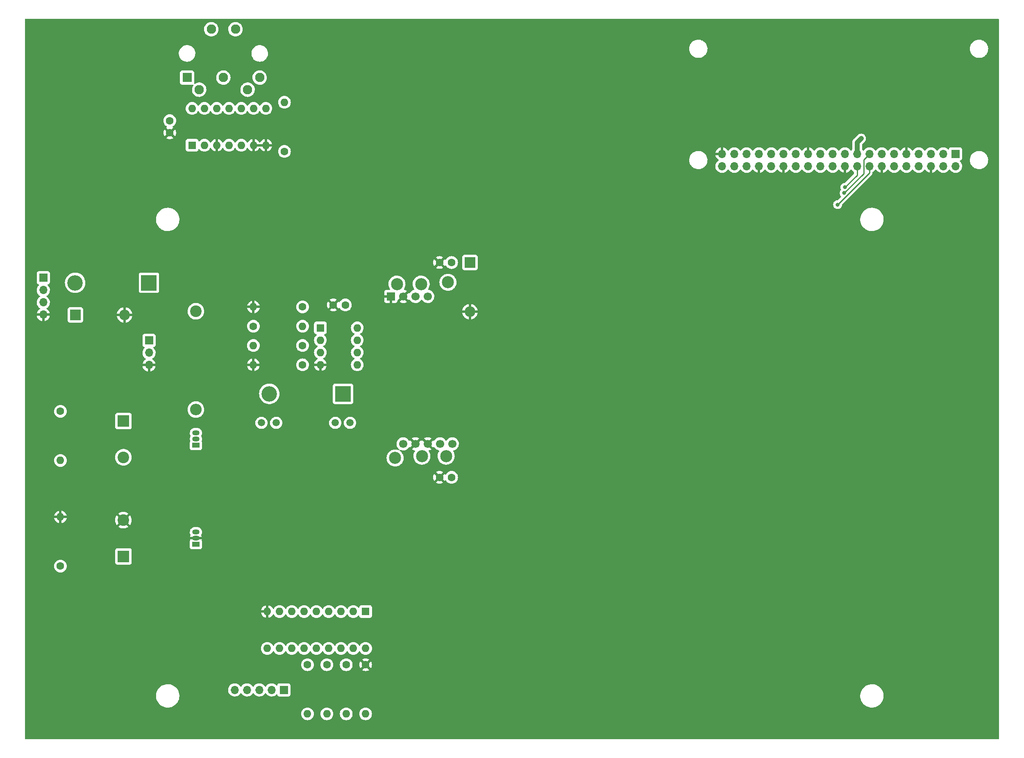
<source format=gbr>
%TF.GenerationSoftware,KiCad,Pcbnew,6.0.2+dfsg-1*%
%TF.CreationDate,2023-05-30T20:03:52-04:00*%
%TF.ProjectId,nabu_pizero_adapter,6e616275-5f70-4697-9a65-726f5f616461,1.0*%
%TF.SameCoordinates,Original*%
%TF.FileFunction,Copper,L2,Bot*%
%TF.FilePolarity,Positive*%
%FSLAX46Y46*%
G04 Gerber Fmt 4.6, Leading zero omitted, Abs format (unit mm)*
G04 Created by KiCad (PCBNEW 6.0.2+dfsg-1) date 2023-05-30 20:03:52*
%MOMM*%
%LPD*%
G01*
G04 APERTURE LIST*
%TA.AperFunction,ComponentPad*%
%ADD10C,1.600000*%
%TD*%
%TA.AperFunction,ComponentPad*%
%ADD11O,1.600000X1.600000*%
%TD*%
%TA.AperFunction,ComponentPad*%
%ADD12R,1.700000X1.700000*%
%TD*%
%TA.AperFunction,ComponentPad*%
%ADD13O,1.700000X1.700000*%
%TD*%
%TA.AperFunction,ComponentPad*%
%ADD14R,2.400000X2.400000*%
%TD*%
%TA.AperFunction,ComponentPad*%
%ADD15C,2.400000*%
%TD*%
%TA.AperFunction,ComponentPad*%
%ADD16R,3.200000X3.200000*%
%TD*%
%TA.AperFunction,ComponentPad*%
%ADD17O,3.200000X3.200000*%
%TD*%
%TA.AperFunction,ComponentPad*%
%ADD18R,1.600000X1.600000*%
%TD*%
%TA.AperFunction,ComponentPad*%
%ADD19R,1.500000X1.050000*%
%TD*%
%TA.AperFunction,ComponentPad*%
%ADD20O,1.500000X1.050000*%
%TD*%
%TA.AperFunction,ComponentPad*%
%ADD21C,1.500000*%
%TD*%
%TA.AperFunction,ComponentPad*%
%ADD22R,1.950000X1.950000*%
%TD*%
%TA.AperFunction,ComponentPad*%
%ADD23C,1.950000*%
%TD*%
%TA.AperFunction,ComponentPad*%
%ADD24R,2.200000X2.200000*%
%TD*%
%TA.AperFunction,ComponentPad*%
%ADD25O,2.200000X2.200000*%
%TD*%
%TA.AperFunction,WasherPad*%
%ADD26C,2.500000*%
%TD*%
%TA.AperFunction,ComponentPad*%
%ADD27C,1.700000*%
%TD*%
%TA.AperFunction,ComponentPad*%
%ADD28O,2.400000X2.400000*%
%TD*%
%TA.AperFunction,ViaPad*%
%ADD29C,0.800000*%
%TD*%
%TA.AperFunction,Conductor*%
%ADD30C,1.000000*%
%TD*%
%TA.AperFunction,Conductor*%
%ADD31C,0.250000*%
%TD*%
G04 APERTURE END LIST*
D10*
%TO.P,R8,1*%
%TO.N,/UPS_SENSE*%
X109853400Y-102059400D03*
D11*
%TO.P,R8,2*%
%TO.N,GND*%
X99693400Y-102059400D03*
%TD*%
D10*
%TO.P,C4,1*%
%TO.N,+5V*%
X140663600Y-80901200D03*
%TO.P,C4,2*%
%TO.N,GND*%
X138163600Y-80901200D03*
%TD*%
%TO.P,R1,1*%
%TO.N,/RX+*%
X106115000Y-57937400D03*
D11*
%TO.P,R1,2*%
%TO.N,/RX-*%
X106115000Y-47777400D03*
%TD*%
D12*
%TO.P,J1,1,3V3*%
%TO.N,+3V3*%
X244768200Y-58448200D03*
D13*
%TO.P,J1,2,5V*%
%TO.N,+5V*%
X244768200Y-60988200D03*
%TO.P,J1,3,SDA/GPIO2*%
%TO.N,/SDA*%
X242228200Y-58448200D03*
%TO.P,J1,4,5V*%
%TO.N,+5V*%
X242228200Y-60988200D03*
%TO.P,J1,5,SCL/GPIO3*%
%TO.N,/SCL*%
X239688200Y-58448200D03*
%TO.P,J1,6,GND*%
%TO.N,GND*%
X239688200Y-60988200D03*
%TO.P,J1,7,GCLK0/GPIO4*%
%TO.N,unconnected-(J1-Pad7)*%
X237148200Y-58448200D03*
%TO.P,J1,8,GPIO14/TXD*%
%TO.N,/TX*%
X237148200Y-60988200D03*
%TO.P,J1,9,GND*%
%TO.N,GND*%
X234608200Y-58448200D03*
%TO.P,J1,10,GPIO15/RXD*%
%TO.N,/RX*%
X234608200Y-60988200D03*
%TO.P,J1,11,GPIO17*%
%TO.N,unconnected-(J1-Pad11)*%
X232068200Y-58448200D03*
%TO.P,J1,12,GPIO18/PWM0*%
%TO.N,unconnected-(J1-Pad12)*%
X232068200Y-60988200D03*
%TO.P,J1,13,GPIO27*%
%TO.N,unconnected-(J1-Pad13)*%
X229528200Y-58448200D03*
%TO.P,J1,14,GND*%
%TO.N,GND*%
X229528200Y-60988200D03*
%TO.P,J1,15,GPIO22*%
%TO.N,/LINK*%
X226988200Y-58448200D03*
%TO.P,J1,16,GPIO23*%
%TO.N,/CABLE*%
X226988200Y-60988200D03*
%TO.P,J1,17,3V3*%
%TO.N,+3V3*%
X224448200Y-58448200D03*
%TO.P,J1,18,GPIO24*%
%TO.N,/MSG*%
X224448200Y-60988200D03*
%TO.P,J1,19,MOSI0/GPIO10*%
%TO.N,unconnected-(J1-Pad19)*%
X221908200Y-58448200D03*
%TO.P,J1,20,GND*%
%TO.N,GND*%
X221908200Y-60988200D03*
%TO.P,J1,21,MISO0/GPIO9*%
%TO.N,unconnected-(J1-Pad21)*%
X219368200Y-58448200D03*
%TO.P,J1,22,GPIO25*%
%TO.N,unconnected-(J1-Pad22)*%
X219368200Y-60988200D03*
%TO.P,J1,23,SCLK0/GPIO11*%
%TO.N,unconnected-(J1-Pad23)*%
X216828200Y-58448200D03*
%TO.P,J1,24,~{CE0}/GPIO8*%
%TO.N,unconnected-(J1-Pad24)*%
X216828200Y-60988200D03*
%TO.P,J1,25,GND*%
%TO.N,GND*%
X214288200Y-58448200D03*
%TO.P,J1,26,~{CE1}/GPIO7*%
%TO.N,unconnected-(J1-Pad26)*%
X214288200Y-60988200D03*
%TO.P,J1,27,ID_SD/GPIO0*%
%TO.N,unconnected-(J1-Pad27)*%
X211748200Y-58448200D03*
%TO.P,J1,28,ID_SC/GPIO1*%
%TO.N,unconnected-(J1-Pad28)*%
X211748200Y-60988200D03*
%TO.P,J1,29,GCLK1/GPIO5*%
%TO.N,unconnected-(J1-Pad29)*%
X209208200Y-58448200D03*
%TO.P,J1,30,GND*%
%TO.N,GND*%
X209208200Y-60988200D03*
%TO.P,J1,31,GCLK2/GPIO6*%
%TO.N,unconnected-(J1-Pad31)*%
X206668200Y-58448200D03*
%TO.P,J1,32,PWM0/GPIO12*%
%TO.N,unconnected-(J1-Pad32)*%
X206668200Y-60988200D03*
%TO.P,J1,33,PWM1/GPIO13*%
%TO.N,unconnected-(J1-Pad33)*%
X204128200Y-58448200D03*
%TO.P,J1,34,GND*%
%TO.N,GND*%
X204128200Y-60988200D03*
%TO.P,J1,35,GPIO19/MISO1*%
%TO.N,unconnected-(J1-Pad35)*%
X201588200Y-58448200D03*
%TO.P,J1,36,GPIO16*%
%TO.N,unconnected-(J1-Pad36)*%
X201588200Y-60988200D03*
%TO.P,J1,37,GPIO26*%
%TO.N,unconnected-(J1-Pad37)*%
X199048200Y-58448200D03*
%TO.P,J1,38,GPIO20/MOSI1*%
%TO.N,unconnected-(J1-Pad38)*%
X199048200Y-60988200D03*
%TO.P,J1,39,GND*%
%TO.N,GND*%
X196508200Y-58448200D03*
%TO.P,J1,40,GPIO21/SCLK1*%
%TO.N,unconnected-(J1-Pad40)*%
X196508200Y-60988200D03*
%TD*%
D10*
%TO.P,R5,1*%
%TO.N,Net-(D1-Pad1)*%
X99705800Y-94082200D03*
D11*
%TO.P,R5,2*%
%TO.N,/VCC_SENSE*%
X109865800Y-94082200D03*
%TD*%
D12*
%TO.P,J5,1,Pin_1*%
%TO.N,Net-(J5-Pad1)*%
X106001400Y-169268000D03*
D13*
%TO.P,J5,2,Pin_2*%
%TO.N,+5V*%
X103461400Y-169268000D03*
%TO.P,J5,3,Pin_3*%
%TO.N,Net-(J5-Pad3)*%
X100921400Y-169268000D03*
%TO.P,J5,4,Pin_4*%
%TO.N,Net-(J5-Pad4)*%
X98381400Y-169268000D03*
%TO.P,J5,5,Pin_5*%
%TO.N,Net-(J5-Pad5)*%
X95841400Y-169268000D03*
%TD*%
D10*
%TO.P,R9,1*%
%TO.N,Net-(R9-Pad1)*%
X118885200Y-164058600D03*
D11*
%TO.P,R9,2*%
%TO.N,Net-(J5-Pad3)*%
X118885200Y-174218600D03*
%TD*%
D14*
%TO.P,C2,1*%
%TO.N,Net-(C1-Pad2)*%
X72833200Y-141670400D03*
D15*
%TO.P,C2,2*%
%TO.N,GND*%
X72833200Y-134170400D03*
%TD*%
D16*
%TO.P,D3,1,K*%
%TO.N,Net-(D1-Pad1)*%
X118235400Y-108053800D03*
D17*
%TO.P,D3,2,A*%
%TO.N,Net-(C1-Pad1)*%
X102995400Y-108053800D03*
%TD*%
D12*
%TO.P,J4,1,Pin_1*%
%TO.N,Net-(D1-Pad1)*%
X78141400Y-97023000D03*
D13*
%TO.P,J4,2,Pin_2*%
%TO.N,Net-(J4-Pad2)*%
X78141400Y-99563000D03*
%TO.P,J4,3,Pin_3*%
%TO.N,GND*%
X78141400Y-102103000D03*
%TD*%
D18*
%TO.P,U1,1,NC*%
%TO.N,unconnected-(U1-Pad1)*%
X87034600Y-56657400D03*
D11*
%TO.P,U1,2,RO*%
%TO.N,/RX*%
X89574600Y-56657400D03*
%TO.P,U1,3,~{RE}*%
%TO.N,GND*%
X92114600Y-56657400D03*
%TO.P,U1,4,DE*%
%TO.N,+3V3*%
X94654600Y-56657400D03*
%TO.P,U1,5,DI*%
%TO.N,/TX*%
X97194600Y-56657400D03*
%TO.P,U1,6,GND*%
%TO.N,GND*%
X99734600Y-56657400D03*
%TO.P,U1,7,GND*%
X102274600Y-56657400D03*
%TO.P,U1,8,NC*%
%TO.N,unconnected-(U1-Pad8)*%
X102274600Y-49037400D03*
%TO.P,U1,9,Y*%
%TO.N,/TX+*%
X99734600Y-49037400D03*
%TO.P,U1,10,Z*%
%TO.N,/TX-*%
X97194600Y-49037400D03*
%TO.P,U1,11,B*%
%TO.N,/RX-*%
X94654600Y-49037400D03*
%TO.P,U1,12,A*%
%TO.N,/RX+*%
X92114600Y-49037400D03*
%TO.P,U1,13,NC*%
%TO.N,unconnected-(U1-Pad13)*%
X89574600Y-49037400D03*
%TO.P,U1,14,VCC*%
%TO.N,+3V3*%
X87034600Y-49037400D03*
%TD*%
D18*
%TO.P,U3,1,~{RESET}/PB5*%
%TO.N,unconnected-(U3-Pad1)*%
X113546400Y-94424000D03*
D11*
%TO.P,U3,2,XTAL1/PB3*%
%TO.N,/VCC_SENSE*%
X113546400Y-96964000D03*
%TO.P,U3,3,XTAL2/PB4*%
%TO.N,/UPS_SENSE*%
X113546400Y-99504000D03*
%TO.P,U3,4,GND*%
%TO.N,GND*%
X113546400Y-102044000D03*
%TO.P,U3,5,AREF/PB0*%
%TO.N,/SDA*%
X121166400Y-102044000D03*
%TO.P,U3,6,PB1*%
%TO.N,/PWR_EN*%
X121166400Y-99504000D03*
%TO.P,U3,7,PB2*%
%TO.N,/SCL*%
X121166400Y-96964000D03*
%TO.P,U3,8,VCC*%
%TO.N,VDC*%
X121166400Y-94424000D03*
%TD*%
D19*
%TO.P,U5,1,REF*%
%TO.N,Net-(C1-Pad1)*%
X87833200Y-118670400D03*
D20*
%TO.P,U5,2,A*%
%TO.N,Net-(C1-Pad2)*%
X87833200Y-117400400D03*
%TO.P,U5,3,K*%
%TO.N,Net-(C1-Pad1)*%
X87833200Y-116130400D03*
%TD*%
D21*
%TO.P,F1,1*%
%TO.N,Net-(D1-Pad1)*%
X104415400Y-114048200D03*
X101365400Y-114048200D03*
%TO.P,F1,2*%
%TO.N,VDC*%
X119665400Y-114048200D03*
X116615400Y-114048200D03*
%TD*%
D22*
%TO.P,J2,1*%
%TO.N,/TX+*%
X86000000Y-42668200D03*
D23*
%TO.P,J2,2*%
%TO.N,unconnected-(J2-Pad2)*%
X93500000Y-42668200D03*
%TO.P,J2,3*%
%TO.N,/RX-*%
X101000000Y-42668200D03*
%TO.P,J2,4*%
%TO.N,/TX-*%
X88500000Y-45168200D03*
%TO.P,J2,5*%
%TO.N,/RX+*%
X98500000Y-45168200D03*
%TO.P,J2,E1*%
%TO.N,N/C*%
X96000000Y-32668200D03*
%TO.P,J2,E2*%
X91000000Y-32668200D03*
%TD*%
D24*
%TO.P,D4,1,K*%
%TO.N,+5V*%
X144448200Y-80901200D03*
D25*
%TO.P,D4,2,A*%
%TO.N,GND*%
X144448200Y-91061200D03*
%TD*%
D10*
%TO.P,R4,1*%
%TO.N,Net-(C1-Pad2)*%
X59833200Y-143670400D03*
D11*
%TO.P,R4,2*%
%TO.N,GND*%
X59833200Y-133510400D03*
%TD*%
D10*
%TO.P,C3,1*%
%TO.N,VDC*%
X140663600Y-125325800D03*
%TO.P,C3,2*%
%TO.N,GND*%
X138163600Y-125325800D03*
%TD*%
%TO.P,R7,1*%
%TO.N,/UPS_SENSE*%
X109853400Y-98059400D03*
D11*
%TO.P,R7,2*%
%TO.N,Net-(C1-Pad1)*%
X99693400Y-98059400D03*
%TD*%
D18*
%TO.P,U2,1,I1*%
%TO.N,/CABLE*%
X122887400Y-153058600D03*
D11*
%TO.P,U2,2,I2*%
%TO.N,/LINK*%
X120347400Y-153058600D03*
%TO.P,U2,3,I3*%
%TO.N,/MSG*%
X117807400Y-153058600D03*
%TO.P,U2,4,I4*%
%TO.N,unconnected-(U2-Pad4)*%
X115267400Y-153058600D03*
%TO.P,U2,5,I5*%
%TO.N,unconnected-(U2-Pad5)*%
X112727400Y-153058600D03*
%TO.P,U2,6,I6*%
%TO.N,unconnected-(U2-Pad6)*%
X110187400Y-153058600D03*
%TO.P,U2,7,I7*%
%TO.N,unconnected-(U2-Pad7)*%
X107647400Y-153058600D03*
%TO.P,U2,8,I8*%
%TO.N,unconnected-(U2-Pad8)*%
X105107400Y-153058600D03*
%TO.P,U2,9,GND*%
%TO.N,GND*%
X102567400Y-153058600D03*
%TO.P,U2,10,COM*%
%TO.N,unconnected-(U2-Pad10)*%
X102567400Y-160678600D03*
%TO.P,U2,11,O8*%
%TO.N,unconnected-(U2-Pad11)*%
X105107400Y-160678600D03*
%TO.P,U2,12,O7*%
%TO.N,unconnected-(U2-Pad12)*%
X107647400Y-160678600D03*
%TO.P,U2,13,O6*%
%TO.N,unconnected-(U2-Pad13)*%
X110187400Y-160678600D03*
%TO.P,U2,14,O5*%
%TO.N,unconnected-(U2-Pad14)*%
X112727400Y-160678600D03*
%TO.P,U2,15,O4*%
%TO.N,unconnected-(U2-Pad15)*%
X115267400Y-160678600D03*
%TO.P,U2,16,O3*%
%TO.N,Net-(R11-Pad1)*%
X117807400Y-160678600D03*
%TO.P,U2,17,O2*%
%TO.N,Net-(R10-Pad1)*%
X120347400Y-160678600D03*
%TO.P,U2,18,O1*%
%TO.N,Net-(R9-Pad1)*%
X122887400Y-160678600D03*
%TD*%
D26*
%TO.P,U4,*%
%TO.N,*%
X139903200Y-84992200D03*
X128981200Y-121314200D03*
X134362190Y-85373200D03*
X134522210Y-120933200D03*
X129362200Y-85373200D03*
X139522200Y-120933200D03*
D12*
%TO.P,U4,1,GND*%
%TO.N,GND*%
X128092200Y-87913200D03*
D27*
%TO.P,U4,2,GND*%
X130632200Y-87913200D03*
%TO.P,U4,3,Vout_{1}*%
%TO.N,+5V*%
X133172200Y-87913200D03*
%TO.P,U4,4,Vout_{2}*%
X135712200Y-87913200D03*
%TO.P,U4,5,Vin_{1}*%
%TO.N,VDC*%
X140792200Y-118393200D03*
%TO.P,U4,6,Vin_{2}*%
X138252200Y-118393200D03*
%TO.P,U4,7,GND*%
%TO.N,GND*%
X135712200Y-118393200D03*
%TO.P,U4,8,GND*%
X133172200Y-118393200D03*
%TO.P,U4,9,EN*%
%TO.N,/PWR_EN*%
X130632200Y-118393200D03*
%TD*%
D10*
%TO.P,R10,1*%
%TO.N,Net-(R10-Pad1)*%
X114885200Y-164058600D03*
D11*
%TO.P,R10,2*%
%TO.N,Net-(J5-Pad4)*%
X114885200Y-174218600D03*
%TD*%
D16*
%TO.P,D1,1,K*%
%TO.N,Net-(D1-Pad1)*%
X78116000Y-85095400D03*
D17*
%TO.P,D1,2,A*%
%TO.N,VCC*%
X62876000Y-85095400D03*
%TD*%
D10*
%TO.P,R11,1*%
%TO.N,Net-(R11-Pad1)*%
X110885200Y-164058600D03*
D11*
%TO.P,R11,2*%
%TO.N,Net-(J5-Pad5)*%
X110885200Y-174218600D03*
%TD*%
D10*
%TO.P,R12,1*%
%TO.N,GND*%
X122885200Y-164058600D03*
D11*
%TO.P,R12,2*%
%TO.N,Net-(J5-Pad1)*%
X122885200Y-174218600D03*
%TD*%
D24*
%TO.P,D2,1,K*%
%TO.N,VCC*%
X62926800Y-91724800D03*
D25*
%TO.P,D2,2,A*%
%TO.N,GND*%
X73086800Y-91724800D03*
%TD*%
D10*
%TO.P,C5,1*%
%TO.N,VDC*%
X118701840Y-89681200D03*
%TO.P,C5,2*%
%TO.N,GND*%
X116201840Y-89681200D03*
%TD*%
D15*
%TO.P,R2,1*%
%TO.N,Net-(J4-Pad2)*%
X87818800Y-90988200D03*
D28*
%TO.P,R2,2*%
%TO.N,Net-(C1-Pad1)*%
X87818800Y-111308200D03*
%TD*%
D14*
%TO.P,C1,1*%
%TO.N,Net-(C1-Pad1)*%
X72833200Y-113670400D03*
D15*
%TO.P,C1,2*%
%TO.N,Net-(C1-Pad2)*%
X72833200Y-121170400D03*
%TD*%
D19*
%TO.P,U6,1,REF*%
%TO.N,Net-(C1-Pad2)*%
X87833200Y-139170400D03*
D20*
%TO.P,U6,2,A*%
%TO.N,GND*%
X87833200Y-137900400D03*
%TO.P,U6,3,K*%
%TO.N,Net-(C1-Pad2)*%
X87833200Y-136630400D03*
%TD*%
D10*
%TO.P,R6,1*%
%TO.N,/VCC_SENSE*%
X109865800Y-90082200D03*
D11*
%TO.P,R6,2*%
%TO.N,GND*%
X99705800Y-90082200D03*
%TD*%
D12*
%TO.P,J3,1,Pin_1*%
%TO.N,VCC*%
X56297400Y-84064000D03*
D13*
%TO.P,J3,2,Pin_2*%
%TO.N,unconnected-(J3-Pad2)*%
X56297400Y-86604000D03*
%TO.P,J3,3,Pin_3*%
%TO.N,unconnected-(J3-Pad3)*%
X56297400Y-89144000D03*
%TO.P,J3,4,Pin_4*%
%TO.N,GND*%
X56297400Y-91684000D03*
%TD*%
D10*
%TO.P,C6,1*%
%TO.N,+3V3*%
X82416800Y-51582000D03*
%TO.P,C6,2*%
%TO.N,GND*%
X82416800Y-54082000D03*
%TD*%
%TO.P,R3,1*%
%TO.N,Net-(C1-Pad1)*%
X59833200Y-111670400D03*
D11*
%TO.P,R3,2*%
%TO.N,Net-(C1-Pad2)*%
X59833200Y-121830400D03*
%TD*%
D29*
%TO.N,+3V3*%
X225272600Y-55270400D03*
%TO.N,/CABLE*%
X220421200Y-68935600D03*
%TO.N,/LINK*%
X221767400Y-66548000D03*
%TO.N,/MSG*%
X221919800Y-65354200D03*
%TD*%
D30*
%TO.N,+3V3*%
X224448200Y-56094800D02*
X225272600Y-55270400D01*
X224448200Y-58448200D02*
X224448200Y-56094800D01*
D31*
%TO.N,/CABLE*%
X221742000Y-67614800D02*
X220421200Y-68935600D01*
X226988200Y-62368600D02*
X221742000Y-67614800D01*
X226988200Y-60988200D02*
X226988200Y-62368600D01*
%TO.N,/LINK*%
X225813689Y-62501711D02*
X221767400Y-66548000D01*
X226988200Y-58448200D02*
X225813689Y-59622711D01*
X225813689Y-59622711D02*
X225813689Y-62501711D01*
%TO.N,/MSG*%
X224448200Y-60988200D02*
X224448200Y-62825800D01*
X224448200Y-62825800D02*
X221919800Y-65354200D01*
%TD*%
%TA.AperFunction,Conductor*%
%TO.N,GND*%
G36*
X253684121Y-30528002D02*
G01*
X253730614Y-30581658D01*
X253742000Y-30634000D01*
X253742000Y-179366000D01*
X253721998Y-179434121D01*
X253668342Y-179480614D01*
X253616000Y-179492000D01*
X52634000Y-179492000D01*
X52565879Y-179471998D01*
X52519386Y-179418342D01*
X52508000Y-179366000D01*
X52508000Y-174218600D01*
X109571702Y-174218600D01*
X109591657Y-174446687D01*
X109650916Y-174667843D01*
X109653239Y-174672824D01*
X109653239Y-174672825D01*
X109745351Y-174870362D01*
X109745354Y-174870367D01*
X109747677Y-174875349D01*
X109879002Y-175062900D01*
X110040900Y-175224798D01*
X110045408Y-175227955D01*
X110045411Y-175227957D01*
X110123589Y-175282698D01*
X110228451Y-175356123D01*
X110233433Y-175358446D01*
X110233438Y-175358449D01*
X110430975Y-175450561D01*
X110435957Y-175452884D01*
X110441265Y-175454306D01*
X110441267Y-175454307D01*
X110651798Y-175510719D01*
X110651800Y-175510719D01*
X110657113Y-175512143D01*
X110885200Y-175532098D01*
X111113287Y-175512143D01*
X111118600Y-175510719D01*
X111118602Y-175510719D01*
X111329133Y-175454307D01*
X111329135Y-175454306D01*
X111334443Y-175452884D01*
X111339425Y-175450561D01*
X111536962Y-175358449D01*
X111536967Y-175358446D01*
X111541949Y-175356123D01*
X111646811Y-175282698D01*
X111724989Y-175227957D01*
X111724992Y-175227955D01*
X111729500Y-175224798D01*
X111891398Y-175062900D01*
X112022723Y-174875349D01*
X112025046Y-174870367D01*
X112025049Y-174870362D01*
X112117161Y-174672825D01*
X112117161Y-174672824D01*
X112119484Y-174667843D01*
X112178743Y-174446687D01*
X112198698Y-174218600D01*
X113571702Y-174218600D01*
X113591657Y-174446687D01*
X113650916Y-174667843D01*
X113653239Y-174672824D01*
X113653239Y-174672825D01*
X113745351Y-174870362D01*
X113745354Y-174870367D01*
X113747677Y-174875349D01*
X113879002Y-175062900D01*
X114040900Y-175224798D01*
X114045408Y-175227955D01*
X114045411Y-175227957D01*
X114123589Y-175282698D01*
X114228451Y-175356123D01*
X114233433Y-175358446D01*
X114233438Y-175358449D01*
X114430975Y-175450561D01*
X114435957Y-175452884D01*
X114441265Y-175454306D01*
X114441267Y-175454307D01*
X114651798Y-175510719D01*
X114651800Y-175510719D01*
X114657113Y-175512143D01*
X114885200Y-175532098D01*
X115113287Y-175512143D01*
X115118600Y-175510719D01*
X115118602Y-175510719D01*
X115329133Y-175454307D01*
X115329135Y-175454306D01*
X115334443Y-175452884D01*
X115339425Y-175450561D01*
X115536962Y-175358449D01*
X115536967Y-175358446D01*
X115541949Y-175356123D01*
X115646811Y-175282698D01*
X115724989Y-175227957D01*
X115724992Y-175227955D01*
X115729500Y-175224798D01*
X115891398Y-175062900D01*
X116022723Y-174875349D01*
X116025046Y-174870367D01*
X116025049Y-174870362D01*
X116117161Y-174672825D01*
X116117161Y-174672824D01*
X116119484Y-174667843D01*
X116178743Y-174446687D01*
X116198698Y-174218600D01*
X117571702Y-174218600D01*
X117591657Y-174446687D01*
X117650916Y-174667843D01*
X117653239Y-174672824D01*
X117653239Y-174672825D01*
X117745351Y-174870362D01*
X117745354Y-174870367D01*
X117747677Y-174875349D01*
X117879002Y-175062900D01*
X118040900Y-175224798D01*
X118045408Y-175227955D01*
X118045411Y-175227957D01*
X118123589Y-175282698D01*
X118228451Y-175356123D01*
X118233433Y-175358446D01*
X118233438Y-175358449D01*
X118430975Y-175450561D01*
X118435957Y-175452884D01*
X118441265Y-175454306D01*
X118441267Y-175454307D01*
X118651798Y-175510719D01*
X118651800Y-175510719D01*
X118657113Y-175512143D01*
X118885200Y-175532098D01*
X119113287Y-175512143D01*
X119118600Y-175510719D01*
X119118602Y-175510719D01*
X119329133Y-175454307D01*
X119329135Y-175454306D01*
X119334443Y-175452884D01*
X119339425Y-175450561D01*
X119536962Y-175358449D01*
X119536967Y-175358446D01*
X119541949Y-175356123D01*
X119646811Y-175282698D01*
X119724989Y-175227957D01*
X119724992Y-175227955D01*
X119729500Y-175224798D01*
X119891398Y-175062900D01*
X120022723Y-174875349D01*
X120025046Y-174870367D01*
X120025049Y-174870362D01*
X120117161Y-174672825D01*
X120117161Y-174672824D01*
X120119484Y-174667843D01*
X120178743Y-174446687D01*
X120198698Y-174218600D01*
X121571702Y-174218600D01*
X121591657Y-174446687D01*
X121650916Y-174667843D01*
X121653239Y-174672824D01*
X121653239Y-174672825D01*
X121745351Y-174870362D01*
X121745354Y-174870367D01*
X121747677Y-174875349D01*
X121879002Y-175062900D01*
X122040900Y-175224798D01*
X122045408Y-175227955D01*
X122045411Y-175227957D01*
X122123589Y-175282698D01*
X122228451Y-175356123D01*
X122233433Y-175358446D01*
X122233438Y-175358449D01*
X122430975Y-175450561D01*
X122435957Y-175452884D01*
X122441265Y-175454306D01*
X122441267Y-175454307D01*
X122651798Y-175510719D01*
X122651800Y-175510719D01*
X122657113Y-175512143D01*
X122885200Y-175532098D01*
X123113287Y-175512143D01*
X123118600Y-175510719D01*
X123118602Y-175510719D01*
X123329133Y-175454307D01*
X123329135Y-175454306D01*
X123334443Y-175452884D01*
X123339425Y-175450561D01*
X123536962Y-175358449D01*
X123536967Y-175358446D01*
X123541949Y-175356123D01*
X123646811Y-175282698D01*
X123724989Y-175227957D01*
X123724992Y-175227955D01*
X123729500Y-175224798D01*
X123891398Y-175062900D01*
X124022723Y-174875349D01*
X124025046Y-174870367D01*
X124025049Y-174870362D01*
X124117161Y-174672825D01*
X124117161Y-174672824D01*
X124119484Y-174667843D01*
X124178743Y-174446687D01*
X124198698Y-174218600D01*
X124178743Y-173990513D01*
X124119484Y-173769357D01*
X124117161Y-173764375D01*
X124025049Y-173566838D01*
X124025046Y-173566833D01*
X124022723Y-173561851D01*
X123891398Y-173374300D01*
X123729500Y-173212402D01*
X123724992Y-173209245D01*
X123724989Y-173209243D01*
X123646811Y-173154502D01*
X123541949Y-173081077D01*
X123536967Y-173078754D01*
X123536962Y-173078751D01*
X123339425Y-172986639D01*
X123339424Y-172986639D01*
X123334443Y-172984316D01*
X123329135Y-172982894D01*
X123329133Y-172982893D01*
X123118602Y-172926481D01*
X123118600Y-172926481D01*
X123113287Y-172925057D01*
X122885200Y-172905102D01*
X122657113Y-172925057D01*
X122651800Y-172926481D01*
X122651798Y-172926481D01*
X122441267Y-172982893D01*
X122441265Y-172982894D01*
X122435957Y-172984316D01*
X122430976Y-172986639D01*
X122430975Y-172986639D01*
X122233438Y-173078751D01*
X122233433Y-173078754D01*
X122228451Y-173081077D01*
X122123589Y-173154502D01*
X122045411Y-173209243D01*
X122045408Y-173209245D01*
X122040900Y-173212402D01*
X121879002Y-173374300D01*
X121747677Y-173561851D01*
X121745354Y-173566833D01*
X121745351Y-173566838D01*
X121653239Y-173764375D01*
X121650916Y-173769357D01*
X121591657Y-173990513D01*
X121571702Y-174218600D01*
X120198698Y-174218600D01*
X120178743Y-173990513D01*
X120119484Y-173769357D01*
X120117161Y-173764375D01*
X120025049Y-173566838D01*
X120025046Y-173566833D01*
X120022723Y-173561851D01*
X119891398Y-173374300D01*
X119729500Y-173212402D01*
X119724992Y-173209245D01*
X119724989Y-173209243D01*
X119646811Y-173154502D01*
X119541949Y-173081077D01*
X119536967Y-173078754D01*
X119536962Y-173078751D01*
X119339425Y-172986639D01*
X119339424Y-172986639D01*
X119334443Y-172984316D01*
X119329135Y-172982894D01*
X119329133Y-172982893D01*
X119118602Y-172926481D01*
X119118600Y-172926481D01*
X119113287Y-172925057D01*
X118885200Y-172905102D01*
X118657113Y-172925057D01*
X118651800Y-172926481D01*
X118651798Y-172926481D01*
X118441267Y-172982893D01*
X118441265Y-172982894D01*
X118435957Y-172984316D01*
X118430976Y-172986639D01*
X118430975Y-172986639D01*
X118233438Y-173078751D01*
X118233433Y-173078754D01*
X118228451Y-173081077D01*
X118123589Y-173154502D01*
X118045411Y-173209243D01*
X118045408Y-173209245D01*
X118040900Y-173212402D01*
X117879002Y-173374300D01*
X117747677Y-173561851D01*
X117745354Y-173566833D01*
X117745351Y-173566838D01*
X117653239Y-173764375D01*
X117650916Y-173769357D01*
X117591657Y-173990513D01*
X117571702Y-174218600D01*
X116198698Y-174218600D01*
X116178743Y-173990513D01*
X116119484Y-173769357D01*
X116117161Y-173764375D01*
X116025049Y-173566838D01*
X116025046Y-173566833D01*
X116022723Y-173561851D01*
X115891398Y-173374300D01*
X115729500Y-173212402D01*
X115724992Y-173209245D01*
X115724989Y-173209243D01*
X115646811Y-173154502D01*
X115541949Y-173081077D01*
X115536967Y-173078754D01*
X115536962Y-173078751D01*
X115339425Y-172986639D01*
X115339424Y-172986639D01*
X115334443Y-172984316D01*
X115329135Y-172982894D01*
X115329133Y-172982893D01*
X115118602Y-172926481D01*
X115118600Y-172926481D01*
X115113287Y-172925057D01*
X114885200Y-172905102D01*
X114657113Y-172925057D01*
X114651800Y-172926481D01*
X114651798Y-172926481D01*
X114441267Y-172982893D01*
X114441265Y-172982894D01*
X114435957Y-172984316D01*
X114430976Y-172986639D01*
X114430975Y-172986639D01*
X114233438Y-173078751D01*
X114233433Y-173078754D01*
X114228451Y-173081077D01*
X114123589Y-173154502D01*
X114045411Y-173209243D01*
X114045408Y-173209245D01*
X114040900Y-173212402D01*
X113879002Y-173374300D01*
X113747677Y-173561851D01*
X113745354Y-173566833D01*
X113745351Y-173566838D01*
X113653239Y-173764375D01*
X113650916Y-173769357D01*
X113591657Y-173990513D01*
X113571702Y-174218600D01*
X112198698Y-174218600D01*
X112178743Y-173990513D01*
X112119484Y-173769357D01*
X112117161Y-173764375D01*
X112025049Y-173566838D01*
X112025046Y-173566833D01*
X112022723Y-173561851D01*
X111891398Y-173374300D01*
X111729500Y-173212402D01*
X111724992Y-173209245D01*
X111724989Y-173209243D01*
X111646811Y-173154502D01*
X111541949Y-173081077D01*
X111536967Y-173078754D01*
X111536962Y-173078751D01*
X111339425Y-172986639D01*
X111339424Y-172986639D01*
X111334443Y-172984316D01*
X111329135Y-172982894D01*
X111329133Y-172982893D01*
X111118602Y-172926481D01*
X111118600Y-172926481D01*
X111113287Y-172925057D01*
X110885200Y-172905102D01*
X110657113Y-172925057D01*
X110651800Y-172926481D01*
X110651798Y-172926481D01*
X110441267Y-172982893D01*
X110441265Y-172982894D01*
X110435957Y-172984316D01*
X110430976Y-172986639D01*
X110430975Y-172986639D01*
X110233438Y-173078751D01*
X110233433Y-173078754D01*
X110228451Y-173081077D01*
X110123589Y-173154502D01*
X110045411Y-173209243D01*
X110045408Y-173209245D01*
X110040900Y-173212402D01*
X109879002Y-173374300D01*
X109747677Y-173561851D01*
X109745354Y-173566833D01*
X109745351Y-173566838D01*
X109653239Y-173764375D01*
X109650916Y-173769357D01*
X109591657Y-173990513D01*
X109571702Y-174218600D01*
X52508000Y-174218600D01*
X52508000Y-170398935D01*
X79588658Y-170398935D01*
X79588745Y-170402936D01*
X79588745Y-170402943D01*
X79593690Y-170629564D01*
X79595361Y-170706150D01*
X79641047Y-171010024D01*
X79724973Y-171305629D01*
X79845781Y-171588174D01*
X80001510Y-171853079D01*
X80189638Y-172096049D01*
X80407113Y-172313145D01*
X80650411Y-172500848D01*
X80653890Y-172502885D01*
X80834255Y-172608493D01*
X80915587Y-172656115D01*
X80919272Y-172657683D01*
X80919276Y-172657685D01*
X81056965Y-172716272D01*
X81198343Y-172776429D01*
X81494094Y-172859840D01*
X81715560Y-172892741D01*
X81794748Y-172904505D01*
X81794750Y-172904505D01*
X81798047Y-172904995D01*
X81801378Y-172905135D01*
X81801382Y-172905135D01*
X81838335Y-172906683D01*
X81881677Y-172908500D01*
X82077740Y-172908500D01*
X82201644Y-172900596D01*
X82302657Y-172894153D01*
X82302662Y-172894152D01*
X82306665Y-172893897D01*
X82310602Y-172893135D01*
X82310604Y-172893135D01*
X82366195Y-172882379D01*
X82608359Y-172835526D01*
X82612174Y-172834268D01*
X82612178Y-172834267D01*
X82896368Y-172740556D01*
X82896373Y-172740554D01*
X82900191Y-172739295D01*
X83177429Y-172606762D01*
X83180794Y-172604589D01*
X83180798Y-172604587D01*
X83432214Y-172442250D01*
X83432220Y-172442245D01*
X83435580Y-172440076D01*
X83670459Y-172241939D01*
X83878258Y-172015563D01*
X84055608Y-171764619D01*
X84199634Y-171493173D01*
X84308002Y-171205627D01*
X84378955Y-170906642D01*
X84411342Y-170601065D01*
X84410841Y-170578062D01*
X84404727Y-170297866D01*
X84404726Y-170297860D01*
X84404639Y-170293850D01*
X84372035Y-170076990D01*
X84359550Y-169993946D01*
X84359550Y-169993944D01*
X84358953Y-169989976D01*
X84354700Y-169974994D01*
X84276121Y-169698224D01*
X84276121Y-169698223D01*
X84275027Y-169694371D01*
X84154219Y-169411826D01*
X84050089Y-169234695D01*
X94478651Y-169234695D01*
X94478948Y-169239848D01*
X94478948Y-169239851D01*
X94488864Y-169411826D01*
X94491510Y-169457715D01*
X94492647Y-169462761D01*
X94492648Y-169462767D01*
X94516704Y-169569508D01*
X94540622Y-169675639D01*
X94624666Y-169882616D01*
X94662085Y-169943678D01*
X94738691Y-170068688D01*
X94741387Y-170073088D01*
X94887650Y-170241938D01*
X95059526Y-170384632D01*
X95252400Y-170497338D01*
X95461092Y-170577030D01*
X95466160Y-170578061D01*
X95466163Y-170578062D01*
X95559527Y-170597057D01*
X95679997Y-170621567D01*
X95685172Y-170621757D01*
X95685174Y-170621757D01*
X95898073Y-170629564D01*
X95898077Y-170629564D01*
X95903237Y-170629753D01*
X95908357Y-170629097D01*
X95908359Y-170629097D01*
X96119688Y-170602025D01*
X96119689Y-170602025D01*
X96124816Y-170601368D01*
X96129766Y-170599883D01*
X96333829Y-170538661D01*
X96333834Y-170538659D01*
X96338784Y-170537174D01*
X96539394Y-170438896D01*
X96721260Y-170309173D01*
X96879496Y-170151489D01*
X96918392Y-170097360D01*
X97009853Y-169970077D01*
X97011176Y-169971028D01*
X97058045Y-169927857D01*
X97127980Y-169915625D01*
X97193426Y-169943144D01*
X97221275Y-169974994D01*
X97281387Y-170073088D01*
X97427650Y-170241938D01*
X97599526Y-170384632D01*
X97792400Y-170497338D01*
X98001092Y-170577030D01*
X98006160Y-170578061D01*
X98006163Y-170578062D01*
X98099527Y-170597057D01*
X98219997Y-170621567D01*
X98225172Y-170621757D01*
X98225174Y-170621757D01*
X98438073Y-170629564D01*
X98438077Y-170629564D01*
X98443237Y-170629753D01*
X98448357Y-170629097D01*
X98448359Y-170629097D01*
X98659688Y-170602025D01*
X98659689Y-170602025D01*
X98664816Y-170601368D01*
X98669766Y-170599883D01*
X98873829Y-170538661D01*
X98873834Y-170538659D01*
X98878784Y-170537174D01*
X99079394Y-170438896D01*
X99261260Y-170309173D01*
X99419496Y-170151489D01*
X99458392Y-170097360D01*
X99549853Y-169970077D01*
X99551176Y-169971028D01*
X99598045Y-169927857D01*
X99667980Y-169915625D01*
X99733426Y-169943144D01*
X99761275Y-169974994D01*
X99821387Y-170073088D01*
X99967650Y-170241938D01*
X100139526Y-170384632D01*
X100332400Y-170497338D01*
X100541092Y-170577030D01*
X100546160Y-170578061D01*
X100546163Y-170578062D01*
X100639527Y-170597057D01*
X100759997Y-170621567D01*
X100765172Y-170621757D01*
X100765174Y-170621757D01*
X100978073Y-170629564D01*
X100978077Y-170629564D01*
X100983237Y-170629753D01*
X100988357Y-170629097D01*
X100988359Y-170629097D01*
X101199688Y-170602025D01*
X101199689Y-170602025D01*
X101204816Y-170601368D01*
X101209766Y-170599883D01*
X101413829Y-170538661D01*
X101413834Y-170538659D01*
X101418784Y-170537174D01*
X101619394Y-170438896D01*
X101801260Y-170309173D01*
X101959496Y-170151489D01*
X101998392Y-170097360D01*
X102089853Y-169970077D01*
X102091176Y-169971028D01*
X102138045Y-169927857D01*
X102207980Y-169915625D01*
X102273426Y-169943144D01*
X102301275Y-169974994D01*
X102361387Y-170073088D01*
X102507650Y-170241938D01*
X102679526Y-170384632D01*
X102872400Y-170497338D01*
X103081092Y-170577030D01*
X103086160Y-170578061D01*
X103086163Y-170578062D01*
X103179527Y-170597057D01*
X103299997Y-170621567D01*
X103305172Y-170621757D01*
X103305174Y-170621757D01*
X103518073Y-170629564D01*
X103518077Y-170629564D01*
X103523237Y-170629753D01*
X103528357Y-170629097D01*
X103528359Y-170629097D01*
X103739688Y-170602025D01*
X103739689Y-170602025D01*
X103744816Y-170601368D01*
X103749766Y-170599883D01*
X103953829Y-170538661D01*
X103953834Y-170538659D01*
X103958784Y-170537174D01*
X104159394Y-170438896D01*
X104341260Y-170309173D01*
X104449491Y-170201319D01*
X104511862Y-170167404D01*
X104582668Y-170172592D01*
X104639430Y-170215238D01*
X104656412Y-170246341D01*
X104675728Y-170297866D01*
X104700785Y-170364705D01*
X104788139Y-170481261D01*
X104904695Y-170568615D01*
X105041084Y-170619745D01*
X105103266Y-170626500D01*
X106899534Y-170626500D01*
X106961716Y-170619745D01*
X107098105Y-170568615D01*
X107214661Y-170481261D01*
X107276361Y-170398935D01*
X225088658Y-170398935D01*
X225088745Y-170402936D01*
X225088745Y-170402943D01*
X225093690Y-170629564D01*
X225095361Y-170706150D01*
X225141047Y-171010024D01*
X225224973Y-171305629D01*
X225345781Y-171588174D01*
X225501510Y-171853079D01*
X225689638Y-172096049D01*
X225907113Y-172313145D01*
X226150411Y-172500848D01*
X226153890Y-172502885D01*
X226334255Y-172608493D01*
X226415587Y-172656115D01*
X226419272Y-172657683D01*
X226419276Y-172657685D01*
X226556965Y-172716272D01*
X226698343Y-172776429D01*
X226994094Y-172859840D01*
X227215560Y-172892741D01*
X227294748Y-172904505D01*
X227294750Y-172904505D01*
X227298047Y-172904995D01*
X227301378Y-172905135D01*
X227301382Y-172905135D01*
X227338335Y-172906683D01*
X227381677Y-172908500D01*
X227577740Y-172908500D01*
X227701644Y-172900596D01*
X227802657Y-172894153D01*
X227802662Y-172894152D01*
X227806665Y-172893897D01*
X227810602Y-172893135D01*
X227810604Y-172893135D01*
X227866195Y-172882379D01*
X228108359Y-172835526D01*
X228112174Y-172834268D01*
X228112178Y-172834267D01*
X228396368Y-172740556D01*
X228396373Y-172740554D01*
X228400191Y-172739295D01*
X228677429Y-172606762D01*
X228680794Y-172604589D01*
X228680798Y-172604587D01*
X228932214Y-172442250D01*
X228932220Y-172442245D01*
X228935580Y-172440076D01*
X229170459Y-172241939D01*
X229378258Y-172015563D01*
X229555608Y-171764619D01*
X229699634Y-171493173D01*
X229808002Y-171205627D01*
X229878955Y-170906642D01*
X229911342Y-170601065D01*
X229910841Y-170578062D01*
X229904727Y-170297866D01*
X229904726Y-170297860D01*
X229904639Y-170293850D01*
X229872035Y-170076990D01*
X229859550Y-169993946D01*
X229859550Y-169993944D01*
X229858953Y-169989976D01*
X229854700Y-169974994D01*
X229776121Y-169698224D01*
X229776121Y-169698223D01*
X229775027Y-169694371D01*
X229654219Y-169411826D01*
X229498490Y-169146921D01*
X229310362Y-168903951D01*
X229092887Y-168686855D01*
X228938334Y-168567618D01*
X228852782Y-168501615D01*
X228852778Y-168501612D01*
X228849589Y-168499152D01*
X228735683Y-168432457D01*
X228587877Y-168345913D01*
X228587874Y-168345911D01*
X228584413Y-168343885D01*
X228580728Y-168342317D01*
X228580724Y-168342315D01*
X228413242Y-168271051D01*
X228301657Y-168223571D01*
X228005906Y-168140160D01*
X227774934Y-168105847D01*
X227705252Y-168095495D01*
X227705250Y-168095495D01*
X227701953Y-168095005D01*
X227698622Y-168094865D01*
X227698618Y-168094865D01*
X227661665Y-168093317D01*
X227618323Y-168091500D01*
X227422260Y-168091500D01*
X227298356Y-168099404D01*
X227197343Y-168105847D01*
X227197338Y-168105848D01*
X227193335Y-168106103D01*
X227189398Y-168106865D01*
X227189396Y-168106865D01*
X227162246Y-168112118D01*
X226891641Y-168164474D01*
X226887826Y-168165732D01*
X226887822Y-168165733D01*
X226603632Y-168259444D01*
X226603627Y-168259446D01*
X226599809Y-168260705D01*
X226322571Y-168393238D01*
X226319206Y-168395411D01*
X226319202Y-168395413D01*
X226067786Y-168557750D01*
X226067780Y-168557755D01*
X226064420Y-168559924D01*
X225829541Y-168758061D01*
X225621742Y-168984437D01*
X225444392Y-169235381D01*
X225300366Y-169506827D01*
X225298951Y-169510583D01*
X225298950Y-169510584D01*
X225201255Y-169769811D01*
X225191998Y-169794373D01*
X225191069Y-169798288D01*
X225126900Y-170068688D01*
X225121045Y-170093358D01*
X225088658Y-170398935D01*
X107276361Y-170398935D01*
X107302015Y-170364705D01*
X107353145Y-170228316D01*
X107359900Y-170166134D01*
X107359900Y-168369866D01*
X107353145Y-168307684D01*
X107302015Y-168171295D01*
X107214661Y-168054739D01*
X107098105Y-167967385D01*
X106961716Y-167916255D01*
X106899534Y-167909500D01*
X105103266Y-167909500D01*
X105041084Y-167916255D01*
X104904695Y-167967385D01*
X104788139Y-168054739D01*
X104700785Y-168171295D01*
X104697633Y-168179703D01*
X104656319Y-168289907D01*
X104613677Y-168346671D01*
X104547116Y-168371371D01*
X104477767Y-168356163D01*
X104445143Y-168330476D01*
X104394551Y-168274875D01*
X104394542Y-168274866D01*
X104391070Y-168271051D01*
X104387019Y-168267852D01*
X104387015Y-168267848D01*
X104219814Y-168135800D01*
X104219810Y-168135798D01*
X104215759Y-168132598D01*
X104020189Y-168024638D01*
X104015320Y-168022914D01*
X104015316Y-168022912D01*
X103814487Y-167951795D01*
X103814483Y-167951794D01*
X103809612Y-167950069D01*
X103804519Y-167949162D01*
X103804516Y-167949161D01*
X103594773Y-167911800D01*
X103594767Y-167911799D01*
X103589684Y-167910894D01*
X103515852Y-167909992D01*
X103371481Y-167908228D01*
X103371479Y-167908228D01*
X103366311Y-167908165D01*
X103145491Y-167941955D01*
X102933156Y-168011357D01*
X102902843Y-168027137D01*
X102751643Y-168105847D01*
X102735007Y-168114507D01*
X102730874Y-168117610D01*
X102730871Y-168117612D01*
X102589747Y-168223571D01*
X102556365Y-168248635D01*
X102516925Y-168289907D01*
X102416101Y-168395413D01*
X102402029Y-168410138D01*
X102294601Y-168567621D01*
X102239693Y-168612621D01*
X102169168Y-168620792D01*
X102105421Y-168589538D01*
X102084724Y-168565054D01*
X102004222Y-168440617D01*
X102004220Y-168440614D01*
X102001414Y-168436277D01*
X101851070Y-168271051D01*
X101847019Y-168267852D01*
X101847015Y-168267848D01*
X101679814Y-168135800D01*
X101679810Y-168135798D01*
X101675759Y-168132598D01*
X101480189Y-168024638D01*
X101475320Y-168022914D01*
X101475316Y-168022912D01*
X101274487Y-167951795D01*
X101274483Y-167951794D01*
X101269612Y-167950069D01*
X101264519Y-167949162D01*
X101264516Y-167949161D01*
X101054773Y-167911800D01*
X101054767Y-167911799D01*
X101049684Y-167910894D01*
X100975852Y-167909992D01*
X100831481Y-167908228D01*
X100831479Y-167908228D01*
X100826311Y-167908165D01*
X100605491Y-167941955D01*
X100393156Y-168011357D01*
X100362843Y-168027137D01*
X100211643Y-168105847D01*
X100195007Y-168114507D01*
X100190874Y-168117610D01*
X100190871Y-168117612D01*
X100049747Y-168223571D01*
X100016365Y-168248635D01*
X99976925Y-168289907D01*
X99876101Y-168395413D01*
X99862029Y-168410138D01*
X99754601Y-168567621D01*
X99699693Y-168612621D01*
X99629168Y-168620792D01*
X99565421Y-168589538D01*
X99544724Y-168565054D01*
X99464222Y-168440617D01*
X99464220Y-168440614D01*
X99461414Y-168436277D01*
X99311070Y-168271051D01*
X99307019Y-168267852D01*
X99307015Y-168267848D01*
X99139814Y-168135800D01*
X99139810Y-168135798D01*
X99135759Y-168132598D01*
X98940189Y-168024638D01*
X98935320Y-168022914D01*
X98935316Y-168022912D01*
X98734487Y-167951795D01*
X98734483Y-167951794D01*
X98729612Y-167950069D01*
X98724519Y-167949162D01*
X98724516Y-167949161D01*
X98514773Y-167911800D01*
X98514767Y-167911799D01*
X98509684Y-167910894D01*
X98435852Y-167909992D01*
X98291481Y-167908228D01*
X98291479Y-167908228D01*
X98286311Y-167908165D01*
X98065491Y-167941955D01*
X97853156Y-168011357D01*
X97822843Y-168027137D01*
X97671643Y-168105847D01*
X97655007Y-168114507D01*
X97650874Y-168117610D01*
X97650871Y-168117612D01*
X97509747Y-168223571D01*
X97476365Y-168248635D01*
X97436925Y-168289907D01*
X97336101Y-168395413D01*
X97322029Y-168410138D01*
X97214601Y-168567621D01*
X97159693Y-168612621D01*
X97089168Y-168620792D01*
X97025421Y-168589538D01*
X97004724Y-168565054D01*
X96924222Y-168440617D01*
X96924220Y-168440614D01*
X96921414Y-168436277D01*
X96771070Y-168271051D01*
X96767019Y-168267852D01*
X96767015Y-168267848D01*
X96599814Y-168135800D01*
X96599810Y-168135798D01*
X96595759Y-168132598D01*
X96400189Y-168024638D01*
X96395320Y-168022914D01*
X96395316Y-168022912D01*
X96194487Y-167951795D01*
X96194483Y-167951794D01*
X96189612Y-167950069D01*
X96184519Y-167949162D01*
X96184516Y-167949161D01*
X95974773Y-167911800D01*
X95974767Y-167911799D01*
X95969684Y-167910894D01*
X95895852Y-167909992D01*
X95751481Y-167908228D01*
X95751479Y-167908228D01*
X95746311Y-167908165D01*
X95525491Y-167941955D01*
X95313156Y-168011357D01*
X95282843Y-168027137D01*
X95131643Y-168105847D01*
X95115007Y-168114507D01*
X95110874Y-168117610D01*
X95110871Y-168117612D01*
X94969747Y-168223571D01*
X94936365Y-168248635D01*
X94896925Y-168289907D01*
X94796101Y-168395413D01*
X94782029Y-168410138D01*
X94656143Y-168594680D01*
X94562088Y-168797305D01*
X94502389Y-169012570D01*
X94478651Y-169234695D01*
X84050089Y-169234695D01*
X83998490Y-169146921D01*
X83810362Y-168903951D01*
X83592887Y-168686855D01*
X83438334Y-168567618D01*
X83352782Y-168501615D01*
X83352778Y-168501612D01*
X83349589Y-168499152D01*
X83235683Y-168432457D01*
X83087877Y-168345913D01*
X83087874Y-168345911D01*
X83084413Y-168343885D01*
X83080728Y-168342317D01*
X83080724Y-168342315D01*
X82913242Y-168271051D01*
X82801657Y-168223571D01*
X82505906Y-168140160D01*
X82274934Y-168105847D01*
X82205252Y-168095495D01*
X82205250Y-168095495D01*
X82201953Y-168095005D01*
X82198622Y-168094865D01*
X82198618Y-168094865D01*
X82161665Y-168093317D01*
X82118323Y-168091500D01*
X81922260Y-168091500D01*
X81798356Y-168099404D01*
X81697343Y-168105847D01*
X81697338Y-168105848D01*
X81693335Y-168106103D01*
X81689398Y-168106865D01*
X81689396Y-168106865D01*
X81662246Y-168112118D01*
X81391641Y-168164474D01*
X81387826Y-168165732D01*
X81387822Y-168165733D01*
X81103632Y-168259444D01*
X81103627Y-168259446D01*
X81099809Y-168260705D01*
X80822571Y-168393238D01*
X80819206Y-168395411D01*
X80819202Y-168395413D01*
X80567786Y-168557750D01*
X80567780Y-168557755D01*
X80564420Y-168559924D01*
X80329541Y-168758061D01*
X80121742Y-168984437D01*
X79944392Y-169235381D01*
X79800366Y-169506827D01*
X79798951Y-169510583D01*
X79798950Y-169510584D01*
X79701255Y-169769811D01*
X79691998Y-169794373D01*
X79691069Y-169798288D01*
X79626900Y-170068688D01*
X79621045Y-170093358D01*
X79588658Y-170398935D01*
X52508000Y-170398935D01*
X52508000Y-164058600D01*
X109571702Y-164058600D01*
X109591657Y-164286687D01*
X109593081Y-164292000D01*
X109593081Y-164292002D01*
X109630225Y-164430622D01*
X109650916Y-164507843D01*
X109653239Y-164512824D01*
X109653239Y-164512825D01*
X109745351Y-164710362D01*
X109745354Y-164710367D01*
X109747677Y-164715349D01*
X109879002Y-164902900D01*
X110040900Y-165064798D01*
X110045408Y-165067955D01*
X110045411Y-165067957D01*
X110123589Y-165122698D01*
X110228451Y-165196123D01*
X110233433Y-165198446D01*
X110233438Y-165198449D01*
X110429965Y-165290090D01*
X110435957Y-165292884D01*
X110441265Y-165294306D01*
X110441267Y-165294307D01*
X110651798Y-165350719D01*
X110651800Y-165350719D01*
X110657113Y-165352143D01*
X110885200Y-165372098D01*
X111113287Y-165352143D01*
X111118600Y-165350719D01*
X111118602Y-165350719D01*
X111329133Y-165294307D01*
X111329135Y-165294306D01*
X111334443Y-165292884D01*
X111340435Y-165290090D01*
X111536962Y-165198449D01*
X111536967Y-165198446D01*
X111541949Y-165196123D01*
X111646811Y-165122698D01*
X111724989Y-165067957D01*
X111724992Y-165067955D01*
X111729500Y-165064798D01*
X111891398Y-164902900D01*
X112022723Y-164715349D01*
X112025046Y-164710367D01*
X112025049Y-164710362D01*
X112117161Y-164512825D01*
X112117161Y-164512824D01*
X112119484Y-164507843D01*
X112140176Y-164430622D01*
X112177319Y-164292002D01*
X112177319Y-164292000D01*
X112178743Y-164286687D01*
X112198698Y-164058600D01*
X113571702Y-164058600D01*
X113591657Y-164286687D01*
X113593081Y-164292000D01*
X113593081Y-164292002D01*
X113630225Y-164430622D01*
X113650916Y-164507843D01*
X113653239Y-164512824D01*
X113653239Y-164512825D01*
X113745351Y-164710362D01*
X113745354Y-164710367D01*
X113747677Y-164715349D01*
X113879002Y-164902900D01*
X114040900Y-165064798D01*
X114045408Y-165067955D01*
X114045411Y-165067957D01*
X114123589Y-165122698D01*
X114228451Y-165196123D01*
X114233433Y-165198446D01*
X114233438Y-165198449D01*
X114429965Y-165290090D01*
X114435957Y-165292884D01*
X114441265Y-165294306D01*
X114441267Y-165294307D01*
X114651798Y-165350719D01*
X114651800Y-165350719D01*
X114657113Y-165352143D01*
X114885200Y-165372098D01*
X115113287Y-165352143D01*
X115118600Y-165350719D01*
X115118602Y-165350719D01*
X115329133Y-165294307D01*
X115329135Y-165294306D01*
X115334443Y-165292884D01*
X115340435Y-165290090D01*
X115536962Y-165198449D01*
X115536967Y-165198446D01*
X115541949Y-165196123D01*
X115646811Y-165122698D01*
X115724989Y-165067957D01*
X115724992Y-165067955D01*
X115729500Y-165064798D01*
X115891398Y-164902900D01*
X116022723Y-164715349D01*
X116025046Y-164710367D01*
X116025049Y-164710362D01*
X116117161Y-164512825D01*
X116117161Y-164512824D01*
X116119484Y-164507843D01*
X116140176Y-164430622D01*
X116177319Y-164292002D01*
X116177319Y-164292000D01*
X116178743Y-164286687D01*
X116198698Y-164058600D01*
X117571702Y-164058600D01*
X117591657Y-164286687D01*
X117593081Y-164292000D01*
X117593081Y-164292002D01*
X117630225Y-164430622D01*
X117650916Y-164507843D01*
X117653239Y-164512824D01*
X117653239Y-164512825D01*
X117745351Y-164710362D01*
X117745354Y-164710367D01*
X117747677Y-164715349D01*
X117879002Y-164902900D01*
X118040900Y-165064798D01*
X118045408Y-165067955D01*
X118045411Y-165067957D01*
X118123589Y-165122698D01*
X118228451Y-165196123D01*
X118233433Y-165198446D01*
X118233438Y-165198449D01*
X118429965Y-165290090D01*
X118435957Y-165292884D01*
X118441265Y-165294306D01*
X118441267Y-165294307D01*
X118651798Y-165350719D01*
X118651800Y-165350719D01*
X118657113Y-165352143D01*
X118885200Y-165372098D01*
X119113287Y-165352143D01*
X119118600Y-165350719D01*
X119118602Y-165350719D01*
X119329133Y-165294307D01*
X119329135Y-165294306D01*
X119334443Y-165292884D01*
X119340435Y-165290090D01*
X119536962Y-165198449D01*
X119536967Y-165198446D01*
X119541949Y-165196123D01*
X119615443Y-165144662D01*
X122163693Y-165144662D01*
X122172989Y-165156677D01*
X122224194Y-165192531D01*
X122233689Y-165198014D01*
X122431147Y-165290090D01*
X122441439Y-165293836D01*
X122651888Y-165350225D01*
X122662681Y-165352128D01*
X122879725Y-165371117D01*
X122890675Y-165371117D01*
X123107719Y-165352128D01*
X123118512Y-165350225D01*
X123328961Y-165293836D01*
X123339253Y-165290090D01*
X123536711Y-165198014D01*
X123546206Y-165192531D01*
X123598248Y-165156091D01*
X123606624Y-165145612D01*
X123599556Y-165132166D01*
X122898012Y-164430622D01*
X122884068Y-164423008D01*
X122882235Y-164423139D01*
X122875620Y-164427390D01*
X122170123Y-165132887D01*
X122163693Y-165144662D01*
X119615443Y-165144662D01*
X119646811Y-165122698D01*
X119724989Y-165067957D01*
X119724992Y-165067955D01*
X119729500Y-165064798D01*
X119891398Y-164902900D01*
X120022723Y-164715349D01*
X120025046Y-164710367D01*
X120025049Y-164710362D01*
X120117161Y-164512825D01*
X120117161Y-164512824D01*
X120119484Y-164507843D01*
X120140176Y-164430622D01*
X120177319Y-164292002D01*
X120177319Y-164292000D01*
X120178743Y-164286687D01*
X120198219Y-164064075D01*
X121572683Y-164064075D01*
X121591672Y-164281119D01*
X121593575Y-164291912D01*
X121649964Y-164502361D01*
X121653710Y-164512653D01*
X121745786Y-164710111D01*
X121751269Y-164719606D01*
X121787709Y-164771648D01*
X121798188Y-164780024D01*
X121811634Y-164772956D01*
X122513178Y-164071412D01*
X122519556Y-164059732D01*
X123249608Y-164059732D01*
X123249739Y-164061565D01*
X123253990Y-164068180D01*
X123959487Y-164773677D01*
X123971262Y-164780107D01*
X123983277Y-164770811D01*
X124019131Y-164719606D01*
X124024614Y-164710111D01*
X124116690Y-164512653D01*
X124120436Y-164502361D01*
X124176825Y-164291912D01*
X124178728Y-164281119D01*
X124197717Y-164064075D01*
X124197717Y-164053125D01*
X124178728Y-163836081D01*
X124176825Y-163825288D01*
X124120436Y-163614839D01*
X124116690Y-163604547D01*
X124024614Y-163407089D01*
X124019131Y-163397594D01*
X123982691Y-163345552D01*
X123972212Y-163337176D01*
X123958766Y-163344244D01*
X123257222Y-164045788D01*
X123249608Y-164059732D01*
X122519556Y-164059732D01*
X122520792Y-164057468D01*
X122520661Y-164055635D01*
X122516410Y-164049020D01*
X121810913Y-163343523D01*
X121799138Y-163337093D01*
X121787123Y-163346389D01*
X121751269Y-163397594D01*
X121745786Y-163407089D01*
X121653710Y-163604547D01*
X121649964Y-163614839D01*
X121593575Y-163825288D01*
X121591672Y-163836081D01*
X121572683Y-164053125D01*
X121572683Y-164064075D01*
X120198219Y-164064075D01*
X120198698Y-164058600D01*
X120178743Y-163830513D01*
X120142181Y-163694061D01*
X120120907Y-163614667D01*
X120120906Y-163614665D01*
X120119484Y-163609357D01*
X120025166Y-163407089D01*
X120025049Y-163406838D01*
X120025046Y-163406833D01*
X120022723Y-163401851D01*
X119891398Y-163214300D01*
X119729500Y-163052402D01*
X119724992Y-163049245D01*
X119724989Y-163049243D01*
X119614086Y-162971588D01*
X122163776Y-162971588D01*
X122170844Y-162985034D01*
X122872388Y-163686578D01*
X122886332Y-163694192D01*
X122888165Y-163694061D01*
X122894780Y-163689810D01*
X123600277Y-162984313D01*
X123606707Y-162972538D01*
X123597411Y-162960523D01*
X123546206Y-162924669D01*
X123536711Y-162919186D01*
X123339253Y-162827110D01*
X123328961Y-162823364D01*
X123118512Y-162766975D01*
X123107719Y-162765072D01*
X122890675Y-162746083D01*
X122879725Y-162746083D01*
X122662681Y-162765072D01*
X122651888Y-162766975D01*
X122441439Y-162823364D01*
X122431147Y-162827110D01*
X122233689Y-162919186D01*
X122224194Y-162924669D01*
X122172152Y-162961109D01*
X122163776Y-162971588D01*
X119614086Y-162971588D01*
X119599120Y-162961109D01*
X119541949Y-162921077D01*
X119536967Y-162918754D01*
X119536962Y-162918751D01*
X119339425Y-162826639D01*
X119339424Y-162826639D01*
X119334443Y-162824316D01*
X119329135Y-162822894D01*
X119329133Y-162822893D01*
X119118602Y-162766481D01*
X119118600Y-162766481D01*
X119113287Y-162765057D01*
X118885200Y-162745102D01*
X118657113Y-162765057D01*
X118651800Y-162766481D01*
X118651798Y-162766481D01*
X118441267Y-162822893D01*
X118441265Y-162822894D01*
X118435957Y-162824316D01*
X118430976Y-162826639D01*
X118430975Y-162826639D01*
X118233438Y-162918751D01*
X118233433Y-162918754D01*
X118228451Y-162921077D01*
X118171280Y-162961109D01*
X118045411Y-163049243D01*
X118045408Y-163049245D01*
X118040900Y-163052402D01*
X117879002Y-163214300D01*
X117747677Y-163401851D01*
X117745354Y-163406833D01*
X117745351Y-163406838D01*
X117745234Y-163407089D01*
X117650916Y-163609357D01*
X117649494Y-163614665D01*
X117649493Y-163614667D01*
X117628219Y-163694061D01*
X117591657Y-163830513D01*
X117571702Y-164058600D01*
X116198698Y-164058600D01*
X116178743Y-163830513D01*
X116142181Y-163694061D01*
X116120907Y-163614667D01*
X116120906Y-163614665D01*
X116119484Y-163609357D01*
X116025166Y-163407089D01*
X116025049Y-163406838D01*
X116025046Y-163406833D01*
X116022723Y-163401851D01*
X115891398Y-163214300D01*
X115729500Y-163052402D01*
X115724992Y-163049245D01*
X115724989Y-163049243D01*
X115599120Y-162961109D01*
X115541949Y-162921077D01*
X115536967Y-162918754D01*
X115536962Y-162918751D01*
X115339425Y-162826639D01*
X115339424Y-162826639D01*
X115334443Y-162824316D01*
X115329135Y-162822894D01*
X115329133Y-162822893D01*
X115118602Y-162766481D01*
X115118600Y-162766481D01*
X115113287Y-162765057D01*
X114885200Y-162745102D01*
X114657113Y-162765057D01*
X114651800Y-162766481D01*
X114651798Y-162766481D01*
X114441267Y-162822893D01*
X114441265Y-162822894D01*
X114435957Y-162824316D01*
X114430976Y-162826639D01*
X114430975Y-162826639D01*
X114233438Y-162918751D01*
X114233433Y-162918754D01*
X114228451Y-162921077D01*
X114171280Y-162961109D01*
X114045411Y-163049243D01*
X114045408Y-163049245D01*
X114040900Y-163052402D01*
X113879002Y-163214300D01*
X113747677Y-163401851D01*
X113745354Y-163406833D01*
X113745351Y-163406838D01*
X113745234Y-163407089D01*
X113650916Y-163609357D01*
X113649494Y-163614665D01*
X113649493Y-163614667D01*
X113628219Y-163694061D01*
X113591657Y-163830513D01*
X113571702Y-164058600D01*
X112198698Y-164058600D01*
X112178743Y-163830513D01*
X112142181Y-163694061D01*
X112120907Y-163614667D01*
X112120906Y-163614665D01*
X112119484Y-163609357D01*
X112025166Y-163407089D01*
X112025049Y-163406838D01*
X112025046Y-163406833D01*
X112022723Y-163401851D01*
X111891398Y-163214300D01*
X111729500Y-163052402D01*
X111724992Y-163049245D01*
X111724989Y-163049243D01*
X111599120Y-162961109D01*
X111541949Y-162921077D01*
X111536967Y-162918754D01*
X111536962Y-162918751D01*
X111339425Y-162826639D01*
X111339424Y-162826639D01*
X111334443Y-162824316D01*
X111329135Y-162822894D01*
X111329133Y-162822893D01*
X111118602Y-162766481D01*
X111118600Y-162766481D01*
X111113287Y-162765057D01*
X110885200Y-162745102D01*
X110657113Y-162765057D01*
X110651800Y-162766481D01*
X110651798Y-162766481D01*
X110441267Y-162822893D01*
X110441265Y-162822894D01*
X110435957Y-162824316D01*
X110430976Y-162826639D01*
X110430975Y-162826639D01*
X110233438Y-162918751D01*
X110233433Y-162918754D01*
X110228451Y-162921077D01*
X110171280Y-162961109D01*
X110045411Y-163049243D01*
X110045408Y-163049245D01*
X110040900Y-163052402D01*
X109879002Y-163214300D01*
X109747677Y-163401851D01*
X109745354Y-163406833D01*
X109745351Y-163406838D01*
X109745234Y-163407089D01*
X109650916Y-163609357D01*
X109649494Y-163614665D01*
X109649493Y-163614667D01*
X109628219Y-163694061D01*
X109591657Y-163830513D01*
X109571702Y-164058600D01*
X52508000Y-164058600D01*
X52508000Y-160678600D01*
X101253902Y-160678600D01*
X101273857Y-160906687D01*
X101333116Y-161127843D01*
X101335439Y-161132824D01*
X101335439Y-161132825D01*
X101427551Y-161330362D01*
X101427554Y-161330367D01*
X101429877Y-161335349D01*
X101561202Y-161522900D01*
X101723100Y-161684798D01*
X101727608Y-161687955D01*
X101727611Y-161687957D01*
X101805789Y-161742698D01*
X101910651Y-161816123D01*
X101915633Y-161818446D01*
X101915638Y-161818449D01*
X102113175Y-161910561D01*
X102118157Y-161912884D01*
X102123465Y-161914306D01*
X102123467Y-161914307D01*
X102333998Y-161970719D01*
X102334000Y-161970719D01*
X102339313Y-161972143D01*
X102567400Y-161992098D01*
X102795487Y-161972143D01*
X102800800Y-161970719D01*
X102800802Y-161970719D01*
X103011333Y-161914307D01*
X103011335Y-161914306D01*
X103016643Y-161912884D01*
X103021625Y-161910561D01*
X103219162Y-161818449D01*
X103219167Y-161818446D01*
X103224149Y-161816123D01*
X103329011Y-161742698D01*
X103407189Y-161687957D01*
X103407192Y-161687955D01*
X103411700Y-161684798D01*
X103573598Y-161522900D01*
X103704923Y-161335349D01*
X103707246Y-161330367D01*
X103707249Y-161330362D01*
X103723205Y-161296143D01*
X103770122Y-161242858D01*
X103838399Y-161223397D01*
X103906359Y-161243939D01*
X103951595Y-161296143D01*
X103967551Y-161330362D01*
X103967554Y-161330367D01*
X103969877Y-161335349D01*
X104101202Y-161522900D01*
X104263100Y-161684798D01*
X104267608Y-161687955D01*
X104267611Y-161687957D01*
X104345789Y-161742698D01*
X104450651Y-161816123D01*
X104455633Y-161818446D01*
X104455638Y-161818449D01*
X104653175Y-161910561D01*
X104658157Y-161912884D01*
X104663465Y-161914306D01*
X104663467Y-161914307D01*
X104873998Y-161970719D01*
X104874000Y-161970719D01*
X104879313Y-161972143D01*
X105107400Y-161992098D01*
X105335487Y-161972143D01*
X105340800Y-161970719D01*
X105340802Y-161970719D01*
X105551333Y-161914307D01*
X105551335Y-161914306D01*
X105556643Y-161912884D01*
X105561625Y-161910561D01*
X105759162Y-161818449D01*
X105759167Y-161818446D01*
X105764149Y-161816123D01*
X105869011Y-161742698D01*
X105947189Y-161687957D01*
X105947192Y-161687955D01*
X105951700Y-161684798D01*
X106113598Y-161522900D01*
X106244923Y-161335349D01*
X106247246Y-161330367D01*
X106247249Y-161330362D01*
X106263205Y-161296143D01*
X106310122Y-161242858D01*
X106378399Y-161223397D01*
X106446359Y-161243939D01*
X106491595Y-161296143D01*
X106507551Y-161330362D01*
X106507554Y-161330367D01*
X106509877Y-161335349D01*
X106641202Y-161522900D01*
X106803100Y-161684798D01*
X106807608Y-161687955D01*
X106807611Y-161687957D01*
X106885789Y-161742698D01*
X106990651Y-161816123D01*
X106995633Y-161818446D01*
X106995638Y-161818449D01*
X107193175Y-161910561D01*
X107198157Y-161912884D01*
X107203465Y-161914306D01*
X107203467Y-161914307D01*
X107413998Y-161970719D01*
X107414000Y-161970719D01*
X107419313Y-161972143D01*
X107647400Y-161992098D01*
X107875487Y-161972143D01*
X107880800Y-161970719D01*
X107880802Y-161970719D01*
X108091333Y-161914307D01*
X108091335Y-161914306D01*
X108096643Y-161912884D01*
X108101625Y-161910561D01*
X108299162Y-161818449D01*
X108299167Y-161818446D01*
X108304149Y-161816123D01*
X108409011Y-161742698D01*
X108487189Y-161687957D01*
X108487192Y-161687955D01*
X108491700Y-161684798D01*
X108653598Y-161522900D01*
X108784923Y-161335349D01*
X108787246Y-161330367D01*
X108787249Y-161330362D01*
X108803205Y-161296143D01*
X108850122Y-161242858D01*
X108918399Y-161223397D01*
X108986359Y-161243939D01*
X109031595Y-161296143D01*
X109047551Y-161330362D01*
X109047554Y-161330367D01*
X109049877Y-161335349D01*
X109181202Y-161522900D01*
X109343100Y-161684798D01*
X109347608Y-161687955D01*
X109347611Y-161687957D01*
X109425789Y-161742698D01*
X109530651Y-161816123D01*
X109535633Y-161818446D01*
X109535638Y-161818449D01*
X109733175Y-161910561D01*
X109738157Y-161912884D01*
X109743465Y-161914306D01*
X109743467Y-161914307D01*
X109953998Y-161970719D01*
X109954000Y-161970719D01*
X109959313Y-161972143D01*
X110187400Y-161992098D01*
X110415487Y-161972143D01*
X110420800Y-161970719D01*
X110420802Y-161970719D01*
X110631333Y-161914307D01*
X110631335Y-161914306D01*
X110636643Y-161912884D01*
X110641625Y-161910561D01*
X110839162Y-161818449D01*
X110839167Y-161818446D01*
X110844149Y-161816123D01*
X110949011Y-161742698D01*
X111027189Y-161687957D01*
X111027192Y-161687955D01*
X111031700Y-161684798D01*
X111193598Y-161522900D01*
X111324923Y-161335349D01*
X111327246Y-161330367D01*
X111327249Y-161330362D01*
X111343205Y-161296143D01*
X111390122Y-161242858D01*
X111458399Y-161223397D01*
X111526359Y-161243939D01*
X111571595Y-161296143D01*
X111587551Y-161330362D01*
X111587554Y-161330367D01*
X111589877Y-161335349D01*
X111721202Y-161522900D01*
X111883100Y-161684798D01*
X111887608Y-161687955D01*
X111887611Y-161687957D01*
X111965789Y-161742698D01*
X112070651Y-161816123D01*
X112075633Y-161818446D01*
X112075638Y-161818449D01*
X112273175Y-161910561D01*
X112278157Y-161912884D01*
X112283465Y-161914306D01*
X112283467Y-161914307D01*
X112493998Y-161970719D01*
X112494000Y-161970719D01*
X112499313Y-161972143D01*
X112727400Y-161992098D01*
X112955487Y-161972143D01*
X112960800Y-161970719D01*
X112960802Y-161970719D01*
X113171333Y-161914307D01*
X113171335Y-161914306D01*
X113176643Y-161912884D01*
X113181625Y-161910561D01*
X113379162Y-161818449D01*
X113379167Y-161818446D01*
X113384149Y-161816123D01*
X113489011Y-161742698D01*
X113567189Y-161687957D01*
X113567192Y-161687955D01*
X113571700Y-161684798D01*
X113733598Y-161522900D01*
X113864923Y-161335349D01*
X113867246Y-161330367D01*
X113867249Y-161330362D01*
X113883205Y-161296143D01*
X113930122Y-161242858D01*
X113998399Y-161223397D01*
X114066359Y-161243939D01*
X114111595Y-161296143D01*
X114127551Y-161330362D01*
X114127554Y-161330367D01*
X114129877Y-161335349D01*
X114261202Y-161522900D01*
X114423100Y-161684798D01*
X114427608Y-161687955D01*
X114427611Y-161687957D01*
X114505789Y-161742698D01*
X114610651Y-161816123D01*
X114615633Y-161818446D01*
X114615638Y-161818449D01*
X114813175Y-161910561D01*
X114818157Y-161912884D01*
X114823465Y-161914306D01*
X114823467Y-161914307D01*
X115033998Y-161970719D01*
X115034000Y-161970719D01*
X115039313Y-161972143D01*
X115267400Y-161992098D01*
X115495487Y-161972143D01*
X115500800Y-161970719D01*
X115500802Y-161970719D01*
X115711333Y-161914307D01*
X115711335Y-161914306D01*
X115716643Y-161912884D01*
X115721625Y-161910561D01*
X115919162Y-161818449D01*
X115919167Y-161818446D01*
X115924149Y-161816123D01*
X116029011Y-161742698D01*
X116107189Y-161687957D01*
X116107192Y-161687955D01*
X116111700Y-161684798D01*
X116273598Y-161522900D01*
X116404923Y-161335349D01*
X116407246Y-161330367D01*
X116407249Y-161330362D01*
X116423205Y-161296143D01*
X116470122Y-161242858D01*
X116538399Y-161223397D01*
X116606359Y-161243939D01*
X116651595Y-161296143D01*
X116667551Y-161330362D01*
X116667554Y-161330367D01*
X116669877Y-161335349D01*
X116801202Y-161522900D01*
X116963100Y-161684798D01*
X116967608Y-161687955D01*
X116967611Y-161687957D01*
X117045789Y-161742698D01*
X117150651Y-161816123D01*
X117155633Y-161818446D01*
X117155638Y-161818449D01*
X117353175Y-161910561D01*
X117358157Y-161912884D01*
X117363465Y-161914306D01*
X117363467Y-161914307D01*
X117573998Y-161970719D01*
X117574000Y-161970719D01*
X117579313Y-161972143D01*
X117807400Y-161992098D01*
X118035487Y-161972143D01*
X118040800Y-161970719D01*
X118040802Y-161970719D01*
X118251333Y-161914307D01*
X118251335Y-161914306D01*
X118256643Y-161912884D01*
X118261625Y-161910561D01*
X118459162Y-161818449D01*
X118459167Y-161818446D01*
X118464149Y-161816123D01*
X118569011Y-161742698D01*
X118647189Y-161687957D01*
X118647192Y-161687955D01*
X118651700Y-161684798D01*
X118813598Y-161522900D01*
X118944923Y-161335349D01*
X118947246Y-161330367D01*
X118947249Y-161330362D01*
X118963205Y-161296143D01*
X119010122Y-161242858D01*
X119078399Y-161223397D01*
X119146359Y-161243939D01*
X119191595Y-161296143D01*
X119207551Y-161330362D01*
X119207554Y-161330367D01*
X119209877Y-161335349D01*
X119341202Y-161522900D01*
X119503100Y-161684798D01*
X119507608Y-161687955D01*
X119507611Y-161687957D01*
X119585789Y-161742698D01*
X119690651Y-161816123D01*
X119695633Y-161818446D01*
X119695638Y-161818449D01*
X119893175Y-161910561D01*
X119898157Y-161912884D01*
X119903465Y-161914306D01*
X119903467Y-161914307D01*
X120113998Y-161970719D01*
X120114000Y-161970719D01*
X120119313Y-161972143D01*
X120347400Y-161992098D01*
X120575487Y-161972143D01*
X120580800Y-161970719D01*
X120580802Y-161970719D01*
X120791333Y-161914307D01*
X120791335Y-161914306D01*
X120796643Y-161912884D01*
X120801625Y-161910561D01*
X120999162Y-161818449D01*
X120999167Y-161818446D01*
X121004149Y-161816123D01*
X121109011Y-161742698D01*
X121187189Y-161687957D01*
X121187192Y-161687955D01*
X121191700Y-161684798D01*
X121353598Y-161522900D01*
X121484923Y-161335349D01*
X121487246Y-161330367D01*
X121487249Y-161330362D01*
X121503205Y-161296143D01*
X121550122Y-161242858D01*
X121618399Y-161223397D01*
X121686359Y-161243939D01*
X121731595Y-161296143D01*
X121747551Y-161330362D01*
X121747554Y-161330367D01*
X121749877Y-161335349D01*
X121881202Y-161522900D01*
X122043100Y-161684798D01*
X122047608Y-161687955D01*
X122047611Y-161687957D01*
X122125789Y-161742698D01*
X122230651Y-161816123D01*
X122235633Y-161818446D01*
X122235638Y-161818449D01*
X122433175Y-161910561D01*
X122438157Y-161912884D01*
X122443465Y-161914306D01*
X122443467Y-161914307D01*
X122653998Y-161970719D01*
X122654000Y-161970719D01*
X122659313Y-161972143D01*
X122887400Y-161992098D01*
X123115487Y-161972143D01*
X123120800Y-161970719D01*
X123120802Y-161970719D01*
X123331333Y-161914307D01*
X123331335Y-161914306D01*
X123336643Y-161912884D01*
X123341625Y-161910561D01*
X123539162Y-161818449D01*
X123539167Y-161818446D01*
X123544149Y-161816123D01*
X123649011Y-161742698D01*
X123727189Y-161687957D01*
X123727192Y-161687955D01*
X123731700Y-161684798D01*
X123893598Y-161522900D01*
X124024923Y-161335349D01*
X124027246Y-161330367D01*
X124027249Y-161330362D01*
X124119361Y-161132825D01*
X124119361Y-161132824D01*
X124121684Y-161127843D01*
X124180943Y-160906687D01*
X124200898Y-160678600D01*
X124180943Y-160450513D01*
X124121684Y-160229357D01*
X124043205Y-160061057D01*
X124027249Y-160026838D01*
X124027246Y-160026833D01*
X124024923Y-160021851D01*
X123893598Y-159834300D01*
X123731700Y-159672402D01*
X123727192Y-159669245D01*
X123727189Y-159669243D01*
X123649011Y-159614502D01*
X123544149Y-159541077D01*
X123539167Y-159538754D01*
X123539162Y-159538751D01*
X123341625Y-159446639D01*
X123341624Y-159446639D01*
X123336643Y-159444316D01*
X123331335Y-159442894D01*
X123331333Y-159442893D01*
X123120802Y-159386481D01*
X123120800Y-159386481D01*
X123115487Y-159385057D01*
X122887400Y-159365102D01*
X122659313Y-159385057D01*
X122654000Y-159386481D01*
X122653998Y-159386481D01*
X122443467Y-159442893D01*
X122443465Y-159442894D01*
X122438157Y-159444316D01*
X122433176Y-159446639D01*
X122433175Y-159446639D01*
X122235638Y-159538751D01*
X122235633Y-159538754D01*
X122230651Y-159541077D01*
X122125789Y-159614502D01*
X122047611Y-159669243D01*
X122047608Y-159669245D01*
X122043100Y-159672402D01*
X121881202Y-159834300D01*
X121749877Y-160021851D01*
X121747554Y-160026833D01*
X121747551Y-160026838D01*
X121731595Y-160061057D01*
X121684678Y-160114342D01*
X121616401Y-160133803D01*
X121548441Y-160113261D01*
X121503205Y-160061057D01*
X121487249Y-160026838D01*
X121487246Y-160026833D01*
X121484923Y-160021851D01*
X121353598Y-159834300D01*
X121191700Y-159672402D01*
X121187192Y-159669245D01*
X121187189Y-159669243D01*
X121109011Y-159614502D01*
X121004149Y-159541077D01*
X120999167Y-159538754D01*
X120999162Y-159538751D01*
X120801625Y-159446639D01*
X120801624Y-159446639D01*
X120796643Y-159444316D01*
X120791335Y-159442894D01*
X120791333Y-159442893D01*
X120580802Y-159386481D01*
X120580800Y-159386481D01*
X120575487Y-159385057D01*
X120347400Y-159365102D01*
X120119313Y-159385057D01*
X120114000Y-159386481D01*
X120113998Y-159386481D01*
X119903467Y-159442893D01*
X119903465Y-159442894D01*
X119898157Y-159444316D01*
X119893176Y-159446639D01*
X119893175Y-159446639D01*
X119695638Y-159538751D01*
X119695633Y-159538754D01*
X119690651Y-159541077D01*
X119585789Y-159614502D01*
X119507611Y-159669243D01*
X119507608Y-159669245D01*
X119503100Y-159672402D01*
X119341202Y-159834300D01*
X119209877Y-160021851D01*
X119207554Y-160026833D01*
X119207551Y-160026838D01*
X119191595Y-160061057D01*
X119144678Y-160114342D01*
X119076401Y-160133803D01*
X119008441Y-160113261D01*
X118963205Y-160061057D01*
X118947249Y-160026838D01*
X118947246Y-160026833D01*
X118944923Y-160021851D01*
X118813598Y-159834300D01*
X118651700Y-159672402D01*
X118647192Y-159669245D01*
X118647189Y-159669243D01*
X118569011Y-159614502D01*
X118464149Y-159541077D01*
X118459167Y-159538754D01*
X118459162Y-159538751D01*
X118261625Y-159446639D01*
X118261624Y-159446639D01*
X118256643Y-159444316D01*
X118251335Y-159442894D01*
X118251333Y-159442893D01*
X118040802Y-159386481D01*
X118040800Y-159386481D01*
X118035487Y-159385057D01*
X117807400Y-159365102D01*
X117579313Y-159385057D01*
X117574000Y-159386481D01*
X117573998Y-159386481D01*
X117363467Y-159442893D01*
X117363465Y-159442894D01*
X117358157Y-159444316D01*
X117353176Y-159446639D01*
X117353175Y-159446639D01*
X117155638Y-159538751D01*
X117155633Y-159538754D01*
X117150651Y-159541077D01*
X117045789Y-159614502D01*
X116967611Y-159669243D01*
X116967608Y-159669245D01*
X116963100Y-159672402D01*
X116801202Y-159834300D01*
X116669877Y-160021851D01*
X116667554Y-160026833D01*
X116667551Y-160026838D01*
X116651595Y-160061057D01*
X116604678Y-160114342D01*
X116536401Y-160133803D01*
X116468441Y-160113261D01*
X116423205Y-160061057D01*
X116407249Y-160026838D01*
X116407246Y-160026833D01*
X116404923Y-160021851D01*
X116273598Y-159834300D01*
X116111700Y-159672402D01*
X116107192Y-159669245D01*
X116107189Y-159669243D01*
X116029011Y-159614502D01*
X115924149Y-159541077D01*
X115919167Y-159538754D01*
X115919162Y-159538751D01*
X115721625Y-159446639D01*
X115721624Y-159446639D01*
X115716643Y-159444316D01*
X115711335Y-159442894D01*
X115711333Y-159442893D01*
X115500802Y-159386481D01*
X115500800Y-159386481D01*
X115495487Y-159385057D01*
X115267400Y-159365102D01*
X115039313Y-159385057D01*
X115034000Y-159386481D01*
X115033998Y-159386481D01*
X114823467Y-159442893D01*
X114823465Y-159442894D01*
X114818157Y-159444316D01*
X114813176Y-159446639D01*
X114813175Y-159446639D01*
X114615638Y-159538751D01*
X114615633Y-159538754D01*
X114610651Y-159541077D01*
X114505789Y-159614502D01*
X114427611Y-159669243D01*
X114427608Y-159669245D01*
X114423100Y-159672402D01*
X114261202Y-159834300D01*
X114129877Y-160021851D01*
X114127554Y-160026833D01*
X114127551Y-160026838D01*
X114111595Y-160061057D01*
X114064678Y-160114342D01*
X113996401Y-160133803D01*
X113928441Y-160113261D01*
X113883205Y-160061057D01*
X113867249Y-160026838D01*
X113867246Y-160026833D01*
X113864923Y-160021851D01*
X113733598Y-159834300D01*
X113571700Y-159672402D01*
X113567192Y-159669245D01*
X113567189Y-159669243D01*
X113489011Y-159614502D01*
X113384149Y-159541077D01*
X113379167Y-159538754D01*
X113379162Y-159538751D01*
X113181625Y-159446639D01*
X113181624Y-159446639D01*
X113176643Y-159444316D01*
X113171335Y-159442894D01*
X113171333Y-159442893D01*
X112960802Y-159386481D01*
X112960800Y-159386481D01*
X112955487Y-159385057D01*
X112727400Y-159365102D01*
X112499313Y-159385057D01*
X112494000Y-159386481D01*
X112493998Y-159386481D01*
X112283467Y-159442893D01*
X112283465Y-159442894D01*
X112278157Y-159444316D01*
X112273176Y-159446639D01*
X112273175Y-159446639D01*
X112075638Y-159538751D01*
X112075633Y-159538754D01*
X112070651Y-159541077D01*
X111965789Y-159614502D01*
X111887611Y-159669243D01*
X111887608Y-159669245D01*
X111883100Y-159672402D01*
X111721202Y-159834300D01*
X111589877Y-160021851D01*
X111587554Y-160026833D01*
X111587551Y-160026838D01*
X111571595Y-160061057D01*
X111524678Y-160114342D01*
X111456401Y-160133803D01*
X111388441Y-160113261D01*
X111343205Y-160061057D01*
X111327249Y-160026838D01*
X111327246Y-160026833D01*
X111324923Y-160021851D01*
X111193598Y-159834300D01*
X111031700Y-159672402D01*
X111027192Y-159669245D01*
X111027189Y-159669243D01*
X110949011Y-159614502D01*
X110844149Y-159541077D01*
X110839167Y-159538754D01*
X110839162Y-159538751D01*
X110641625Y-159446639D01*
X110641624Y-159446639D01*
X110636643Y-159444316D01*
X110631335Y-159442894D01*
X110631333Y-159442893D01*
X110420802Y-159386481D01*
X110420800Y-159386481D01*
X110415487Y-159385057D01*
X110187400Y-159365102D01*
X109959313Y-159385057D01*
X109954000Y-159386481D01*
X109953998Y-159386481D01*
X109743467Y-159442893D01*
X109743465Y-159442894D01*
X109738157Y-159444316D01*
X109733176Y-159446639D01*
X109733175Y-159446639D01*
X109535638Y-159538751D01*
X109535633Y-159538754D01*
X109530651Y-159541077D01*
X109425789Y-159614502D01*
X109347611Y-159669243D01*
X109347608Y-159669245D01*
X109343100Y-159672402D01*
X109181202Y-159834300D01*
X109049877Y-160021851D01*
X109047554Y-160026833D01*
X109047551Y-160026838D01*
X109031595Y-160061057D01*
X108984678Y-160114342D01*
X108916401Y-160133803D01*
X108848441Y-160113261D01*
X108803205Y-160061057D01*
X108787249Y-160026838D01*
X108787246Y-160026833D01*
X108784923Y-160021851D01*
X108653598Y-159834300D01*
X108491700Y-159672402D01*
X108487192Y-159669245D01*
X108487189Y-159669243D01*
X108409011Y-159614502D01*
X108304149Y-159541077D01*
X108299167Y-159538754D01*
X108299162Y-159538751D01*
X108101625Y-159446639D01*
X108101624Y-159446639D01*
X108096643Y-159444316D01*
X108091335Y-159442894D01*
X108091333Y-159442893D01*
X107880802Y-159386481D01*
X107880800Y-159386481D01*
X107875487Y-159385057D01*
X107647400Y-159365102D01*
X107419313Y-159385057D01*
X107414000Y-159386481D01*
X107413998Y-159386481D01*
X107203467Y-159442893D01*
X107203465Y-159442894D01*
X107198157Y-159444316D01*
X107193176Y-159446639D01*
X107193175Y-159446639D01*
X106995638Y-159538751D01*
X106995633Y-159538754D01*
X106990651Y-159541077D01*
X106885789Y-159614502D01*
X106807611Y-159669243D01*
X106807608Y-159669245D01*
X106803100Y-159672402D01*
X106641202Y-159834300D01*
X106509877Y-160021851D01*
X106507554Y-160026833D01*
X106507551Y-160026838D01*
X106491595Y-160061057D01*
X106444678Y-160114342D01*
X106376401Y-160133803D01*
X106308441Y-160113261D01*
X106263205Y-160061057D01*
X106247249Y-160026838D01*
X106247246Y-160026833D01*
X106244923Y-160021851D01*
X106113598Y-159834300D01*
X105951700Y-159672402D01*
X105947192Y-159669245D01*
X105947189Y-159669243D01*
X105869011Y-159614502D01*
X105764149Y-159541077D01*
X105759167Y-159538754D01*
X105759162Y-159538751D01*
X105561625Y-159446639D01*
X105561624Y-159446639D01*
X105556643Y-159444316D01*
X105551335Y-159442894D01*
X105551333Y-159442893D01*
X105340802Y-159386481D01*
X105340800Y-159386481D01*
X105335487Y-159385057D01*
X105107400Y-159365102D01*
X104879313Y-159385057D01*
X104874000Y-159386481D01*
X104873998Y-159386481D01*
X104663467Y-159442893D01*
X104663465Y-159442894D01*
X104658157Y-159444316D01*
X104653176Y-159446639D01*
X104653175Y-159446639D01*
X104455638Y-159538751D01*
X104455633Y-159538754D01*
X104450651Y-159541077D01*
X104345789Y-159614502D01*
X104267611Y-159669243D01*
X104267608Y-159669245D01*
X104263100Y-159672402D01*
X104101202Y-159834300D01*
X103969877Y-160021851D01*
X103967554Y-160026833D01*
X103967551Y-160026838D01*
X103951595Y-160061057D01*
X103904678Y-160114342D01*
X103836401Y-160133803D01*
X103768441Y-160113261D01*
X103723205Y-160061057D01*
X103707249Y-160026838D01*
X103707246Y-160026833D01*
X103704923Y-160021851D01*
X103573598Y-159834300D01*
X103411700Y-159672402D01*
X103407192Y-159669245D01*
X103407189Y-159669243D01*
X103329011Y-159614502D01*
X103224149Y-159541077D01*
X103219167Y-159538754D01*
X103219162Y-159538751D01*
X103021625Y-159446639D01*
X103021624Y-159446639D01*
X103016643Y-159444316D01*
X103011335Y-159442894D01*
X103011333Y-159442893D01*
X102800802Y-159386481D01*
X102800800Y-159386481D01*
X102795487Y-159385057D01*
X102567400Y-159365102D01*
X102339313Y-159385057D01*
X102334000Y-159386481D01*
X102333998Y-159386481D01*
X102123467Y-159442893D01*
X102123465Y-159442894D01*
X102118157Y-159444316D01*
X102113176Y-159446639D01*
X102113175Y-159446639D01*
X101915638Y-159538751D01*
X101915633Y-159538754D01*
X101910651Y-159541077D01*
X101805789Y-159614502D01*
X101727611Y-159669243D01*
X101727608Y-159669245D01*
X101723100Y-159672402D01*
X101561202Y-159834300D01*
X101429877Y-160021851D01*
X101427554Y-160026833D01*
X101427551Y-160026838D01*
X101411595Y-160061057D01*
X101333116Y-160229357D01*
X101273857Y-160450513D01*
X101253902Y-160678600D01*
X52508000Y-160678600D01*
X52508000Y-153325122D01*
X101284673Y-153325122D01*
X101332164Y-153502361D01*
X101335910Y-153512653D01*
X101427986Y-153710111D01*
X101433469Y-153719607D01*
X101558428Y-153898067D01*
X101565484Y-153906475D01*
X101719525Y-154060516D01*
X101727933Y-154067572D01*
X101906393Y-154192531D01*
X101915889Y-154198014D01*
X102113347Y-154290090D01*
X102123639Y-154293836D01*
X102295903Y-154339994D01*
X102309999Y-154339658D01*
X102313400Y-154331716D01*
X102313400Y-154326567D01*
X102821400Y-154326567D01*
X102825373Y-154340098D01*
X102833922Y-154341327D01*
X103011161Y-154293836D01*
X103021453Y-154290090D01*
X103218911Y-154198014D01*
X103228407Y-154192531D01*
X103406867Y-154067572D01*
X103415275Y-154060516D01*
X103569316Y-153906475D01*
X103576372Y-153898067D01*
X103701331Y-153719607D01*
X103706814Y-153710111D01*
X103722929Y-153675551D01*
X103769846Y-153622266D01*
X103838123Y-153602805D01*
X103906083Y-153623347D01*
X103951319Y-153675551D01*
X103967551Y-153710362D01*
X103967554Y-153710367D01*
X103969877Y-153715349D01*
X104101202Y-153902900D01*
X104263100Y-154064798D01*
X104267608Y-154067955D01*
X104267611Y-154067957D01*
X104308942Y-154096897D01*
X104450651Y-154196123D01*
X104455633Y-154198446D01*
X104455638Y-154198449D01*
X104652165Y-154290090D01*
X104658157Y-154292884D01*
X104663465Y-154294306D01*
X104663467Y-154294307D01*
X104873998Y-154350719D01*
X104874000Y-154350719D01*
X104879313Y-154352143D01*
X105107400Y-154372098D01*
X105335487Y-154352143D01*
X105340800Y-154350719D01*
X105340802Y-154350719D01*
X105551333Y-154294307D01*
X105551335Y-154294306D01*
X105556643Y-154292884D01*
X105562635Y-154290090D01*
X105759162Y-154198449D01*
X105759167Y-154198446D01*
X105764149Y-154196123D01*
X105905858Y-154096897D01*
X105947189Y-154067957D01*
X105947192Y-154067955D01*
X105951700Y-154064798D01*
X106113598Y-153902900D01*
X106244923Y-153715349D01*
X106247246Y-153710367D01*
X106247249Y-153710362D01*
X106263205Y-153676143D01*
X106310122Y-153622858D01*
X106378399Y-153603397D01*
X106446359Y-153623939D01*
X106491595Y-153676143D01*
X106507551Y-153710362D01*
X106507554Y-153710367D01*
X106509877Y-153715349D01*
X106641202Y-153902900D01*
X106803100Y-154064798D01*
X106807608Y-154067955D01*
X106807611Y-154067957D01*
X106848942Y-154096897D01*
X106990651Y-154196123D01*
X106995633Y-154198446D01*
X106995638Y-154198449D01*
X107192165Y-154290090D01*
X107198157Y-154292884D01*
X107203465Y-154294306D01*
X107203467Y-154294307D01*
X107413998Y-154350719D01*
X107414000Y-154350719D01*
X107419313Y-154352143D01*
X107647400Y-154372098D01*
X107875487Y-154352143D01*
X107880800Y-154350719D01*
X107880802Y-154350719D01*
X108091333Y-154294307D01*
X108091335Y-154294306D01*
X108096643Y-154292884D01*
X108102635Y-154290090D01*
X108299162Y-154198449D01*
X108299167Y-154198446D01*
X108304149Y-154196123D01*
X108445858Y-154096897D01*
X108487189Y-154067957D01*
X108487192Y-154067955D01*
X108491700Y-154064798D01*
X108653598Y-153902900D01*
X108784923Y-153715349D01*
X108787246Y-153710367D01*
X108787249Y-153710362D01*
X108803205Y-153676143D01*
X108850122Y-153622858D01*
X108918399Y-153603397D01*
X108986359Y-153623939D01*
X109031595Y-153676143D01*
X109047551Y-153710362D01*
X109047554Y-153710367D01*
X109049877Y-153715349D01*
X109181202Y-153902900D01*
X109343100Y-154064798D01*
X109347608Y-154067955D01*
X109347611Y-154067957D01*
X109388942Y-154096897D01*
X109530651Y-154196123D01*
X109535633Y-154198446D01*
X109535638Y-154198449D01*
X109732165Y-154290090D01*
X109738157Y-154292884D01*
X109743465Y-154294306D01*
X109743467Y-154294307D01*
X109953998Y-154350719D01*
X109954000Y-154350719D01*
X109959313Y-154352143D01*
X110187400Y-154372098D01*
X110415487Y-154352143D01*
X110420800Y-154350719D01*
X110420802Y-154350719D01*
X110631333Y-154294307D01*
X110631335Y-154294306D01*
X110636643Y-154292884D01*
X110642635Y-154290090D01*
X110839162Y-154198449D01*
X110839167Y-154198446D01*
X110844149Y-154196123D01*
X110985858Y-154096897D01*
X111027189Y-154067957D01*
X111027192Y-154067955D01*
X111031700Y-154064798D01*
X111193598Y-153902900D01*
X111324923Y-153715349D01*
X111327246Y-153710367D01*
X111327249Y-153710362D01*
X111343205Y-153676143D01*
X111390122Y-153622858D01*
X111458399Y-153603397D01*
X111526359Y-153623939D01*
X111571595Y-153676143D01*
X111587551Y-153710362D01*
X111587554Y-153710367D01*
X111589877Y-153715349D01*
X111721202Y-153902900D01*
X111883100Y-154064798D01*
X111887608Y-154067955D01*
X111887611Y-154067957D01*
X111928942Y-154096897D01*
X112070651Y-154196123D01*
X112075633Y-154198446D01*
X112075638Y-154198449D01*
X112272165Y-154290090D01*
X112278157Y-154292884D01*
X112283465Y-154294306D01*
X112283467Y-154294307D01*
X112493998Y-154350719D01*
X112494000Y-154350719D01*
X112499313Y-154352143D01*
X112727400Y-154372098D01*
X112955487Y-154352143D01*
X112960800Y-154350719D01*
X112960802Y-154350719D01*
X113171333Y-154294307D01*
X113171335Y-154294306D01*
X113176643Y-154292884D01*
X113182635Y-154290090D01*
X113379162Y-154198449D01*
X113379167Y-154198446D01*
X113384149Y-154196123D01*
X113525858Y-154096897D01*
X113567189Y-154067957D01*
X113567192Y-154067955D01*
X113571700Y-154064798D01*
X113733598Y-153902900D01*
X113864923Y-153715349D01*
X113867246Y-153710367D01*
X113867249Y-153710362D01*
X113883205Y-153676143D01*
X113930122Y-153622858D01*
X113998399Y-153603397D01*
X114066359Y-153623939D01*
X114111595Y-153676143D01*
X114127551Y-153710362D01*
X114127554Y-153710367D01*
X114129877Y-153715349D01*
X114261202Y-153902900D01*
X114423100Y-154064798D01*
X114427608Y-154067955D01*
X114427611Y-154067957D01*
X114468942Y-154096897D01*
X114610651Y-154196123D01*
X114615633Y-154198446D01*
X114615638Y-154198449D01*
X114812165Y-154290090D01*
X114818157Y-154292884D01*
X114823465Y-154294306D01*
X114823467Y-154294307D01*
X115033998Y-154350719D01*
X115034000Y-154350719D01*
X115039313Y-154352143D01*
X115267400Y-154372098D01*
X115495487Y-154352143D01*
X115500800Y-154350719D01*
X115500802Y-154350719D01*
X115711333Y-154294307D01*
X115711335Y-154294306D01*
X115716643Y-154292884D01*
X115722635Y-154290090D01*
X115919162Y-154198449D01*
X115919167Y-154198446D01*
X115924149Y-154196123D01*
X116065858Y-154096897D01*
X116107189Y-154067957D01*
X116107192Y-154067955D01*
X116111700Y-154064798D01*
X116273598Y-153902900D01*
X116404923Y-153715349D01*
X116407246Y-153710367D01*
X116407249Y-153710362D01*
X116423205Y-153676143D01*
X116470122Y-153622858D01*
X116538399Y-153603397D01*
X116606359Y-153623939D01*
X116651595Y-153676143D01*
X116667551Y-153710362D01*
X116667554Y-153710367D01*
X116669877Y-153715349D01*
X116801202Y-153902900D01*
X116963100Y-154064798D01*
X116967608Y-154067955D01*
X116967611Y-154067957D01*
X117008942Y-154096897D01*
X117150651Y-154196123D01*
X117155633Y-154198446D01*
X117155638Y-154198449D01*
X117352165Y-154290090D01*
X117358157Y-154292884D01*
X117363465Y-154294306D01*
X117363467Y-154294307D01*
X117573998Y-154350719D01*
X117574000Y-154350719D01*
X117579313Y-154352143D01*
X117807400Y-154372098D01*
X118035487Y-154352143D01*
X118040800Y-154350719D01*
X118040802Y-154350719D01*
X118251333Y-154294307D01*
X118251335Y-154294306D01*
X118256643Y-154292884D01*
X118262635Y-154290090D01*
X118459162Y-154198449D01*
X118459167Y-154198446D01*
X118464149Y-154196123D01*
X118605858Y-154096897D01*
X118647189Y-154067957D01*
X118647192Y-154067955D01*
X118651700Y-154064798D01*
X118813598Y-153902900D01*
X118944923Y-153715349D01*
X118947246Y-153710367D01*
X118947249Y-153710362D01*
X118963205Y-153676143D01*
X119010122Y-153622858D01*
X119078399Y-153603397D01*
X119146359Y-153623939D01*
X119191595Y-153676143D01*
X119207551Y-153710362D01*
X119207554Y-153710367D01*
X119209877Y-153715349D01*
X119341202Y-153902900D01*
X119503100Y-154064798D01*
X119507608Y-154067955D01*
X119507611Y-154067957D01*
X119548942Y-154096897D01*
X119690651Y-154196123D01*
X119695633Y-154198446D01*
X119695638Y-154198449D01*
X119892165Y-154290090D01*
X119898157Y-154292884D01*
X119903465Y-154294306D01*
X119903467Y-154294307D01*
X120113998Y-154350719D01*
X120114000Y-154350719D01*
X120119313Y-154352143D01*
X120347400Y-154372098D01*
X120575487Y-154352143D01*
X120580800Y-154350719D01*
X120580802Y-154350719D01*
X120791333Y-154294307D01*
X120791335Y-154294306D01*
X120796643Y-154292884D01*
X120802635Y-154290090D01*
X120999162Y-154198449D01*
X120999167Y-154198446D01*
X121004149Y-154196123D01*
X121145858Y-154096897D01*
X121187189Y-154067957D01*
X121187192Y-154067955D01*
X121191700Y-154064798D01*
X121353598Y-153902900D01*
X121356757Y-153898389D01*
X121360292Y-153894176D01*
X121361426Y-153895127D01*
X121411471Y-153855129D01*
X121482090Y-153847824D01*
X121545449Y-153879858D01*
X121581430Y-153941062D01*
X121584482Y-153958117D01*
X121585655Y-153968916D01*
X121636785Y-154105305D01*
X121724139Y-154221861D01*
X121840695Y-154309215D01*
X121977084Y-154360345D01*
X122039266Y-154367100D01*
X123735534Y-154367100D01*
X123797716Y-154360345D01*
X123934105Y-154309215D01*
X124050661Y-154221861D01*
X124138015Y-154105305D01*
X124189145Y-153968916D01*
X124195900Y-153906734D01*
X124195900Y-152210466D01*
X124189145Y-152148284D01*
X124138015Y-152011895D01*
X124050661Y-151895339D01*
X123934105Y-151807985D01*
X123797716Y-151756855D01*
X123735534Y-151750100D01*
X122039266Y-151750100D01*
X121977084Y-151756855D01*
X121840695Y-151807985D01*
X121724139Y-151895339D01*
X121636785Y-152011895D01*
X121585655Y-152148284D01*
X121584483Y-152159074D01*
X121583597Y-152161206D01*
X121582975Y-152163822D01*
X121582552Y-152163721D01*
X121557245Y-152224635D01*
X121498883Y-152265063D01*
X121427929Y-152267522D01*
X121366910Y-152231229D01*
X121359911Y-152222569D01*
X121356754Y-152218807D01*
X121353598Y-152214300D01*
X121191700Y-152052402D01*
X121187192Y-152049245D01*
X121187189Y-152049243D01*
X121109011Y-151994502D01*
X121004149Y-151921077D01*
X120999167Y-151918754D01*
X120999162Y-151918751D01*
X120801625Y-151826639D01*
X120801624Y-151826639D01*
X120796643Y-151824316D01*
X120791335Y-151822894D01*
X120791333Y-151822893D01*
X120580802Y-151766481D01*
X120580800Y-151766481D01*
X120575487Y-151765057D01*
X120347400Y-151745102D01*
X120119313Y-151765057D01*
X120114000Y-151766481D01*
X120113998Y-151766481D01*
X119903467Y-151822893D01*
X119903465Y-151822894D01*
X119898157Y-151824316D01*
X119893176Y-151826639D01*
X119893175Y-151826639D01*
X119695638Y-151918751D01*
X119695633Y-151918754D01*
X119690651Y-151921077D01*
X119585789Y-151994502D01*
X119507611Y-152049243D01*
X119507608Y-152049245D01*
X119503100Y-152052402D01*
X119341202Y-152214300D01*
X119209877Y-152401851D01*
X119207554Y-152406833D01*
X119207551Y-152406838D01*
X119191595Y-152441057D01*
X119144678Y-152494342D01*
X119076401Y-152513803D01*
X119008441Y-152493261D01*
X118963205Y-152441057D01*
X118947249Y-152406838D01*
X118947246Y-152406833D01*
X118944923Y-152401851D01*
X118813598Y-152214300D01*
X118651700Y-152052402D01*
X118647192Y-152049245D01*
X118647189Y-152049243D01*
X118569011Y-151994502D01*
X118464149Y-151921077D01*
X118459167Y-151918754D01*
X118459162Y-151918751D01*
X118261625Y-151826639D01*
X118261624Y-151826639D01*
X118256643Y-151824316D01*
X118251335Y-151822894D01*
X118251333Y-151822893D01*
X118040802Y-151766481D01*
X118040800Y-151766481D01*
X118035487Y-151765057D01*
X117807400Y-151745102D01*
X117579313Y-151765057D01*
X117574000Y-151766481D01*
X117573998Y-151766481D01*
X117363467Y-151822893D01*
X117363465Y-151822894D01*
X117358157Y-151824316D01*
X117353176Y-151826639D01*
X117353175Y-151826639D01*
X117155638Y-151918751D01*
X117155633Y-151918754D01*
X117150651Y-151921077D01*
X117045789Y-151994502D01*
X116967611Y-152049243D01*
X116967608Y-152049245D01*
X116963100Y-152052402D01*
X116801202Y-152214300D01*
X116669877Y-152401851D01*
X116667554Y-152406833D01*
X116667551Y-152406838D01*
X116651595Y-152441057D01*
X116604678Y-152494342D01*
X116536401Y-152513803D01*
X116468441Y-152493261D01*
X116423205Y-152441057D01*
X116407249Y-152406838D01*
X116407246Y-152406833D01*
X116404923Y-152401851D01*
X116273598Y-152214300D01*
X116111700Y-152052402D01*
X116107192Y-152049245D01*
X116107189Y-152049243D01*
X116029011Y-151994502D01*
X115924149Y-151921077D01*
X115919167Y-151918754D01*
X115919162Y-151918751D01*
X115721625Y-151826639D01*
X115721624Y-151826639D01*
X115716643Y-151824316D01*
X115711335Y-151822894D01*
X115711333Y-151822893D01*
X115500802Y-151766481D01*
X115500800Y-151766481D01*
X115495487Y-151765057D01*
X115267400Y-151745102D01*
X115039313Y-151765057D01*
X115034000Y-151766481D01*
X115033998Y-151766481D01*
X114823467Y-151822893D01*
X114823465Y-151822894D01*
X114818157Y-151824316D01*
X114813176Y-151826639D01*
X114813175Y-151826639D01*
X114615638Y-151918751D01*
X114615633Y-151918754D01*
X114610651Y-151921077D01*
X114505789Y-151994502D01*
X114427611Y-152049243D01*
X114427608Y-152049245D01*
X114423100Y-152052402D01*
X114261202Y-152214300D01*
X114129877Y-152401851D01*
X114127554Y-152406833D01*
X114127551Y-152406838D01*
X114111595Y-152441057D01*
X114064678Y-152494342D01*
X113996401Y-152513803D01*
X113928441Y-152493261D01*
X113883205Y-152441057D01*
X113867249Y-152406838D01*
X113867246Y-152406833D01*
X113864923Y-152401851D01*
X113733598Y-152214300D01*
X113571700Y-152052402D01*
X113567192Y-152049245D01*
X113567189Y-152049243D01*
X113489011Y-151994502D01*
X113384149Y-151921077D01*
X113379167Y-151918754D01*
X113379162Y-151918751D01*
X113181625Y-151826639D01*
X113181624Y-151826639D01*
X113176643Y-151824316D01*
X113171335Y-151822894D01*
X113171333Y-151822893D01*
X112960802Y-151766481D01*
X112960800Y-151766481D01*
X112955487Y-151765057D01*
X112727400Y-151745102D01*
X112499313Y-151765057D01*
X112494000Y-151766481D01*
X112493998Y-151766481D01*
X112283467Y-151822893D01*
X112283465Y-151822894D01*
X112278157Y-151824316D01*
X112273176Y-151826639D01*
X112273175Y-151826639D01*
X112075638Y-151918751D01*
X112075633Y-151918754D01*
X112070651Y-151921077D01*
X111965789Y-151994502D01*
X111887611Y-152049243D01*
X111887608Y-152049245D01*
X111883100Y-152052402D01*
X111721202Y-152214300D01*
X111589877Y-152401851D01*
X111587554Y-152406833D01*
X111587551Y-152406838D01*
X111571595Y-152441057D01*
X111524678Y-152494342D01*
X111456401Y-152513803D01*
X111388441Y-152493261D01*
X111343205Y-152441057D01*
X111327249Y-152406838D01*
X111327246Y-152406833D01*
X111324923Y-152401851D01*
X111193598Y-152214300D01*
X111031700Y-152052402D01*
X111027192Y-152049245D01*
X111027189Y-152049243D01*
X110949011Y-151994502D01*
X110844149Y-151921077D01*
X110839167Y-151918754D01*
X110839162Y-151918751D01*
X110641625Y-151826639D01*
X110641624Y-151826639D01*
X110636643Y-151824316D01*
X110631335Y-151822894D01*
X110631333Y-151822893D01*
X110420802Y-151766481D01*
X110420800Y-151766481D01*
X110415487Y-151765057D01*
X110187400Y-151745102D01*
X109959313Y-151765057D01*
X109954000Y-151766481D01*
X109953998Y-151766481D01*
X109743467Y-151822893D01*
X109743465Y-151822894D01*
X109738157Y-151824316D01*
X109733176Y-151826639D01*
X109733175Y-151826639D01*
X109535638Y-151918751D01*
X109535633Y-151918754D01*
X109530651Y-151921077D01*
X109425789Y-151994502D01*
X109347611Y-152049243D01*
X109347608Y-152049245D01*
X109343100Y-152052402D01*
X109181202Y-152214300D01*
X109049877Y-152401851D01*
X109047554Y-152406833D01*
X109047551Y-152406838D01*
X109031595Y-152441057D01*
X108984678Y-152494342D01*
X108916401Y-152513803D01*
X108848441Y-152493261D01*
X108803205Y-152441057D01*
X108787249Y-152406838D01*
X108787246Y-152406833D01*
X108784923Y-152401851D01*
X108653598Y-152214300D01*
X108491700Y-152052402D01*
X108487192Y-152049245D01*
X108487189Y-152049243D01*
X108409011Y-151994502D01*
X108304149Y-151921077D01*
X108299167Y-151918754D01*
X108299162Y-151918751D01*
X108101625Y-151826639D01*
X108101624Y-151826639D01*
X108096643Y-151824316D01*
X108091335Y-151822894D01*
X108091333Y-151822893D01*
X107880802Y-151766481D01*
X107880800Y-151766481D01*
X107875487Y-151765057D01*
X107647400Y-151745102D01*
X107419313Y-151765057D01*
X107414000Y-151766481D01*
X107413998Y-151766481D01*
X107203467Y-151822893D01*
X107203465Y-151822894D01*
X107198157Y-151824316D01*
X107193176Y-151826639D01*
X107193175Y-151826639D01*
X106995638Y-151918751D01*
X106995633Y-151918754D01*
X106990651Y-151921077D01*
X106885789Y-151994502D01*
X106807611Y-152049243D01*
X106807608Y-152049245D01*
X106803100Y-152052402D01*
X106641202Y-152214300D01*
X106509877Y-152401851D01*
X106507554Y-152406833D01*
X106507551Y-152406838D01*
X106491595Y-152441057D01*
X106444678Y-152494342D01*
X106376401Y-152513803D01*
X106308441Y-152493261D01*
X106263205Y-152441057D01*
X106247249Y-152406838D01*
X106247246Y-152406833D01*
X106244923Y-152401851D01*
X106113598Y-152214300D01*
X105951700Y-152052402D01*
X105947192Y-152049245D01*
X105947189Y-152049243D01*
X105869011Y-151994502D01*
X105764149Y-151921077D01*
X105759167Y-151918754D01*
X105759162Y-151918751D01*
X105561625Y-151826639D01*
X105561624Y-151826639D01*
X105556643Y-151824316D01*
X105551335Y-151822894D01*
X105551333Y-151822893D01*
X105340802Y-151766481D01*
X105340800Y-151766481D01*
X105335487Y-151765057D01*
X105107400Y-151745102D01*
X104879313Y-151765057D01*
X104874000Y-151766481D01*
X104873998Y-151766481D01*
X104663467Y-151822893D01*
X104663465Y-151822894D01*
X104658157Y-151824316D01*
X104653176Y-151826639D01*
X104653175Y-151826639D01*
X104455638Y-151918751D01*
X104455633Y-151918754D01*
X104450651Y-151921077D01*
X104345789Y-151994502D01*
X104267611Y-152049243D01*
X104267608Y-152049245D01*
X104263100Y-152052402D01*
X104101202Y-152214300D01*
X103969877Y-152401851D01*
X103967554Y-152406833D01*
X103967551Y-152406838D01*
X103951319Y-152441649D01*
X103904402Y-152494934D01*
X103836125Y-152514395D01*
X103768165Y-152493853D01*
X103722929Y-152441649D01*
X103706814Y-152407089D01*
X103701331Y-152397593D01*
X103576372Y-152219133D01*
X103569316Y-152210725D01*
X103415275Y-152056684D01*
X103406867Y-152049628D01*
X103228407Y-151924669D01*
X103218911Y-151919186D01*
X103021453Y-151827110D01*
X103011161Y-151823364D01*
X102838897Y-151777206D01*
X102824801Y-151777542D01*
X102821400Y-151785484D01*
X102821400Y-154326567D01*
X102313400Y-154326567D01*
X102313400Y-153330715D01*
X102308925Y-153315476D01*
X102307535Y-153314271D01*
X102299852Y-153312600D01*
X101299433Y-153312600D01*
X101285902Y-153316573D01*
X101284673Y-153325122D01*
X52508000Y-153325122D01*
X52508000Y-152787103D01*
X101286006Y-152787103D01*
X101286342Y-152801199D01*
X101294284Y-152804600D01*
X102295285Y-152804600D01*
X102310524Y-152800125D01*
X102311729Y-152798735D01*
X102313400Y-152791052D01*
X102313400Y-151790633D01*
X102309427Y-151777102D01*
X102300878Y-151775873D01*
X102123639Y-151823364D01*
X102113347Y-151827110D01*
X101915889Y-151919186D01*
X101906393Y-151924669D01*
X101727933Y-152049628D01*
X101719525Y-152056684D01*
X101565484Y-152210725D01*
X101558428Y-152219133D01*
X101433469Y-152397593D01*
X101427986Y-152407089D01*
X101335910Y-152604547D01*
X101332164Y-152614839D01*
X101286006Y-152787103D01*
X52508000Y-152787103D01*
X52508000Y-143670400D01*
X58519702Y-143670400D01*
X58539657Y-143898487D01*
X58598916Y-144119643D01*
X58601239Y-144124624D01*
X58601239Y-144124625D01*
X58693351Y-144322162D01*
X58693354Y-144322167D01*
X58695677Y-144327149D01*
X58827002Y-144514700D01*
X58988900Y-144676598D01*
X58993408Y-144679755D01*
X58993411Y-144679757D01*
X59071589Y-144734498D01*
X59176451Y-144807923D01*
X59181433Y-144810246D01*
X59181438Y-144810249D01*
X59378975Y-144902361D01*
X59383957Y-144904684D01*
X59389265Y-144906106D01*
X59389267Y-144906107D01*
X59599798Y-144962519D01*
X59599800Y-144962519D01*
X59605113Y-144963943D01*
X59833200Y-144983898D01*
X60061287Y-144963943D01*
X60066600Y-144962519D01*
X60066602Y-144962519D01*
X60277133Y-144906107D01*
X60277135Y-144906106D01*
X60282443Y-144904684D01*
X60287425Y-144902361D01*
X60484962Y-144810249D01*
X60484967Y-144810246D01*
X60489949Y-144807923D01*
X60594811Y-144734498D01*
X60672989Y-144679757D01*
X60672992Y-144679755D01*
X60677500Y-144676598D01*
X60839398Y-144514700D01*
X60970723Y-144327149D01*
X60973046Y-144322167D01*
X60973049Y-144322162D01*
X61065161Y-144124625D01*
X61065161Y-144124624D01*
X61067484Y-144119643D01*
X61126743Y-143898487D01*
X61146698Y-143670400D01*
X61126743Y-143442313D01*
X61125319Y-143436998D01*
X61068907Y-143226467D01*
X61068906Y-143226465D01*
X61067484Y-143221157D01*
X61018964Y-143117105D01*
X60973049Y-143018638D01*
X60973046Y-143018633D01*
X60970723Y-143013651D01*
X60904121Y-142918534D01*
X71124700Y-142918534D01*
X71131455Y-142980716D01*
X71182585Y-143117105D01*
X71269939Y-143233661D01*
X71386495Y-143321015D01*
X71522884Y-143372145D01*
X71585066Y-143378900D01*
X74081334Y-143378900D01*
X74143516Y-143372145D01*
X74279905Y-143321015D01*
X74396461Y-143233661D01*
X74483815Y-143117105D01*
X74534945Y-142980716D01*
X74541700Y-142918534D01*
X74541700Y-140422266D01*
X74534945Y-140360084D01*
X74483815Y-140223695D01*
X74396461Y-140107139D01*
X74279905Y-140019785D01*
X74143516Y-139968655D01*
X74081334Y-139961900D01*
X71585066Y-139961900D01*
X71522884Y-139968655D01*
X71386495Y-140019785D01*
X71269939Y-140107139D01*
X71182585Y-140223695D01*
X71131455Y-140360084D01*
X71124700Y-140422266D01*
X71124700Y-142918534D01*
X60904121Y-142918534D01*
X60839398Y-142826100D01*
X60677500Y-142664202D01*
X60672992Y-142661045D01*
X60672989Y-142661043D01*
X60594811Y-142606302D01*
X60489949Y-142532877D01*
X60484967Y-142530554D01*
X60484962Y-142530551D01*
X60287425Y-142438439D01*
X60287424Y-142438439D01*
X60282443Y-142436116D01*
X60277135Y-142434694D01*
X60277133Y-142434693D01*
X60066602Y-142378281D01*
X60066600Y-142378281D01*
X60061287Y-142376857D01*
X59833200Y-142356902D01*
X59605113Y-142376857D01*
X59599800Y-142378281D01*
X59599798Y-142378281D01*
X59389267Y-142434693D01*
X59389265Y-142434694D01*
X59383957Y-142436116D01*
X59378976Y-142438439D01*
X59378975Y-142438439D01*
X59181438Y-142530551D01*
X59181433Y-142530554D01*
X59176451Y-142532877D01*
X59071589Y-142606302D01*
X58993411Y-142661043D01*
X58993408Y-142661045D01*
X58988900Y-142664202D01*
X58827002Y-142826100D01*
X58695677Y-143013651D01*
X58693354Y-143018633D01*
X58693351Y-143018638D01*
X58647436Y-143117105D01*
X58598916Y-143221157D01*
X58597494Y-143226465D01*
X58597493Y-143226467D01*
X58541081Y-143436998D01*
X58539657Y-143442313D01*
X58519702Y-143670400D01*
X52508000Y-143670400D01*
X52508000Y-139743534D01*
X86574700Y-139743534D01*
X86581455Y-139805716D01*
X86632585Y-139942105D01*
X86719939Y-140058661D01*
X86836495Y-140146015D01*
X86972884Y-140197145D01*
X87035066Y-140203900D01*
X88631334Y-140203900D01*
X88693516Y-140197145D01*
X88829905Y-140146015D01*
X88946461Y-140058661D01*
X89033815Y-139942105D01*
X89084945Y-139805716D01*
X89091700Y-139743534D01*
X89091700Y-138597266D01*
X89084945Y-138535084D01*
X89067224Y-138487814D01*
X89036966Y-138407099D01*
X89036964Y-138407096D01*
X89033815Y-138398695D01*
X89028432Y-138391512D01*
X89027958Y-138390647D01*
X89012789Y-138321290D01*
X89018113Y-138292878D01*
X89055622Y-138171707D01*
X89055828Y-138157605D01*
X89049073Y-138154400D01*
X88745020Y-138154400D01*
X88708705Y-138147816D01*
X88708600Y-138148256D01*
X88700916Y-138146429D01*
X88693516Y-138143655D01*
X88631334Y-138136900D01*
X87035066Y-138136900D01*
X86972884Y-138143655D01*
X86965484Y-138146429D01*
X86957800Y-138148256D01*
X86957695Y-138147816D01*
X86921380Y-138154400D01*
X86624214Y-138154400D01*
X86610683Y-138158373D01*
X86609563Y-138166168D01*
X86644046Y-138283333D01*
X86644251Y-138283840D01*
X86644279Y-138284124D01*
X86645785Y-138289241D01*
X86644812Y-138289527D01*
X86651225Y-138354494D01*
X86637954Y-138391531D01*
X86632585Y-138398695D01*
X86581455Y-138535084D01*
X86574700Y-138597266D01*
X86574700Y-139743534D01*
X52508000Y-139743534D01*
X52508000Y-136623150D01*
X86569724Y-136623150D01*
X86588094Y-136824996D01*
X86645319Y-137019429D01*
X86648172Y-137024886D01*
X86648173Y-137024889D01*
X86736362Y-137193581D01*
X86736365Y-137193585D01*
X86739219Y-137199045D01*
X86739421Y-137199297D01*
X86759401Y-137265312D01*
X86744241Y-137326285D01*
X86654238Y-137492742D01*
X86649486Y-137504047D01*
X86610778Y-137629092D01*
X86610572Y-137643195D01*
X86617327Y-137646400D01*
X87386958Y-137646400D01*
X87401003Y-137647185D01*
X87550017Y-137663900D01*
X88109204Y-137663900D01*
X88259913Y-137649123D01*
X88262202Y-137648432D01*
X88282924Y-137646400D01*
X89042186Y-137646400D01*
X89055717Y-137642427D01*
X89056837Y-137634632D01*
X89022354Y-137517468D01*
X89017761Y-137506100D01*
X88929616Y-137337493D01*
X88927603Y-137334417D01*
X88927046Y-137332578D01*
X88926760Y-137332030D01*
X88926864Y-137331976D01*
X88907039Y-137266464D01*
X88922199Y-137205494D01*
X89012626Y-137038253D01*
X89015556Y-137032835D01*
X89075490Y-136839220D01*
X89096676Y-136637650D01*
X89078306Y-136435804D01*
X89021081Y-136241371D01*
X89017151Y-136233852D01*
X88930035Y-136067215D01*
X88927181Y-136061755D01*
X88921830Y-136055099D01*
X88804040Y-135908599D01*
X88800181Y-135903799D01*
X88644919Y-135773519D01*
X88639527Y-135770555D01*
X88639523Y-135770552D01*
X88472706Y-135678844D01*
X88467309Y-135675877D01*
X88274116Y-135614593D01*
X88267999Y-135613907D01*
X88267995Y-135613906D01*
X88193852Y-135605590D01*
X88116383Y-135596900D01*
X87557196Y-135596900D01*
X87406487Y-135611677D01*
X87212458Y-135670258D01*
X87033502Y-135765410D01*
X86876437Y-135893510D01*
X86872510Y-135898257D01*
X86872508Y-135898259D01*
X86751173Y-136044928D01*
X86751171Y-136044931D01*
X86747244Y-136049678D01*
X86650844Y-136227965D01*
X86590910Y-136421580D01*
X86569724Y-136623150D01*
X52508000Y-136623150D01*
X52508000Y-135543759D01*
X71824586Y-135543759D01*
X71833299Y-135555279D01*
X71921786Y-135620160D01*
X71929705Y-135625108D01*
X72146077Y-135738947D01*
X72154651Y-135742675D01*
X72385482Y-135823285D01*
X72394491Y-135825699D01*
X72634718Y-135871308D01*
X72643975Y-135872362D01*
X72888307Y-135881963D01*
X72897620Y-135881637D01*
X73140678Y-135855018D01*
X73149855Y-135853317D01*
X73386307Y-135791065D01*
X73395126Y-135788028D01*
X73619784Y-135691507D01*
X73628056Y-135687200D01*
X73835977Y-135558535D01*
X73837820Y-135557196D01*
X73845238Y-135545941D01*
X73839174Y-135535584D01*
X72846012Y-134542422D01*
X72832068Y-134534808D01*
X72830235Y-134534939D01*
X72823620Y-134539190D01*
X71831244Y-135531566D01*
X71824586Y-135543759D01*
X52508000Y-135543759D01*
X52508000Y-133776922D01*
X58550473Y-133776922D01*
X58597964Y-133954161D01*
X58601710Y-133964453D01*
X58693786Y-134161911D01*
X58699269Y-134171407D01*
X58824228Y-134349867D01*
X58831284Y-134358275D01*
X58985325Y-134512316D01*
X58993733Y-134519372D01*
X59172193Y-134644331D01*
X59181689Y-134649814D01*
X59379147Y-134741890D01*
X59389439Y-134745636D01*
X59561703Y-134791794D01*
X59575799Y-134791458D01*
X59579200Y-134783516D01*
X59579200Y-134778367D01*
X60087200Y-134778367D01*
X60091173Y-134791898D01*
X60099722Y-134793127D01*
X60276961Y-134745636D01*
X60287253Y-134741890D01*
X60484711Y-134649814D01*
X60494207Y-134644331D01*
X60672667Y-134519372D01*
X60681075Y-134512316D01*
X60835116Y-134358275D01*
X60842172Y-134349867D01*
X60967131Y-134171407D01*
X60972614Y-134161911D01*
X60987385Y-134130235D01*
X71121222Y-134130235D01*
X71132954Y-134374464D01*
X71134091Y-134383724D01*
X71181793Y-134623543D01*
X71184282Y-134632518D01*
X71266908Y-134862650D01*
X71270705Y-134871178D01*
X71386434Y-135086560D01*
X71391445Y-135094427D01*
X71448373Y-135170663D01*
X71459631Y-135179112D01*
X71472050Y-135172340D01*
X72461178Y-134183212D01*
X72467556Y-134171532D01*
X73197608Y-134171532D01*
X73197739Y-134173365D01*
X73201990Y-134179980D01*
X74196932Y-135174922D01*
X74209312Y-135181682D01*
X74217653Y-135175438D01*
X74335900Y-134991602D01*
X74340347Y-134983411D01*
X74440772Y-134760476D01*
X74443967Y-134751698D01*
X74510335Y-134516373D01*
X74512193Y-134507244D01*
X74543244Y-134263170D01*
X74543725Y-134256883D01*
X74545906Y-134173560D01*
X74545755Y-134167251D01*
X74527521Y-133921886D01*
X74526144Y-133912680D01*
X74472179Y-133674186D01*
X74469455Y-133665275D01*
X74380833Y-133437383D01*
X74376819Y-133428967D01*
X74255484Y-133216676D01*
X74250274Y-133208953D01*
X74218987Y-133169265D01*
X74207063Y-133160795D01*
X74195528Y-133167282D01*
X73205222Y-134157588D01*
X73197608Y-134171532D01*
X72467556Y-134171532D01*
X72468792Y-134169268D01*
X72468661Y-134167435D01*
X72464410Y-134160820D01*
X71470028Y-133166438D01*
X71456720Y-133159171D01*
X71446681Y-133166293D01*
X71441781Y-133172184D01*
X71436368Y-133179773D01*
X71309522Y-133388809D01*
X71305284Y-133397126D01*
X71210729Y-133622614D01*
X71207772Y-133631452D01*
X71147584Y-133868442D01*
X71145963Y-133877632D01*
X71121467Y-134120910D01*
X71121222Y-134130235D01*
X60987385Y-134130235D01*
X61064690Y-133964453D01*
X61068436Y-133954161D01*
X61114594Y-133781897D01*
X61114258Y-133767801D01*
X61106316Y-133764400D01*
X60105315Y-133764400D01*
X60090076Y-133768875D01*
X60088871Y-133770265D01*
X60087200Y-133777948D01*
X60087200Y-134778367D01*
X59579200Y-134778367D01*
X59579200Y-133782515D01*
X59574725Y-133767276D01*
X59573335Y-133766071D01*
X59565652Y-133764400D01*
X58565233Y-133764400D01*
X58551702Y-133768373D01*
X58550473Y-133776922D01*
X52508000Y-133776922D01*
X52508000Y-133238903D01*
X58551806Y-133238903D01*
X58552142Y-133252999D01*
X58560084Y-133256400D01*
X59561085Y-133256400D01*
X59576324Y-133251925D01*
X59577529Y-133250535D01*
X59579200Y-133242852D01*
X59579200Y-133238285D01*
X60087200Y-133238285D01*
X60091675Y-133253524D01*
X60093065Y-133254729D01*
X60100748Y-133256400D01*
X61101167Y-133256400D01*
X61114698Y-133252427D01*
X61115927Y-133243878D01*
X61068436Y-133066639D01*
X61064690Y-133056347D01*
X60972614Y-132858889D01*
X60967131Y-132849393D01*
X60929267Y-132795317D01*
X71822530Y-132795317D01*
X71827103Y-132805093D01*
X72820388Y-133798378D01*
X72834332Y-133805992D01*
X72836165Y-133805861D01*
X72842780Y-133801610D01*
X73835688Y-132808702D01*
X73842072Y-132797012D01*
X73832660Y-132784902D01*
X73706344Y-132697273D01*
X73698316Y-132692545D01*
X73479010Y-132584395D01*
X73470377Y-132580907D01*
X73237488Y-132506358D01*
X73228438Y-132504185D01*
X72987091Y-132464880D01*
X72977802Y-132464068D01*
X72733314Y-132460867D01*
X72724003Y-132461437D01*
X72481722Y-132494410D01*
X72472603Y-132496348D01*
X72237868Y-132564767D01*
X72229115Y-132568039D01*
X72007069Y-132670404D01*
X71998914Y-132674924D01*
X71831668Y-132784575D01*
X71822530Y-132795317D01*
X60929267Y-132795317D01*
X60842172Y-132670933D01*
X60835116Y-132662525D01*
X60681075Y-132508484D01*
X60672667Y-132501428D01*
X60494207Y-132376469D01*
X60484711Y-132370986D01*
X60287253Y-132278910D01*
X60276961Y-132275164D01*
X60104697Y-132229006D01*
X60090601Y-132229342D01*
X60087200Y-132237284D01*
X60087200Y-133238285D01*
X59579200Y-133238285D01*
X59579200Y-132242433D01*
X59575227Y-132228902D01*
X59566678Y-132227673D01*
X59389439Y-132275164D01*
X59379147Y-132278910D01*
X59181689Y-132370986D01*
X59172193Y-132376469D01*
X58993733Y-132501428D01*
X58985325Y-132508484D01*
X58831284Y-132662525D01*
X58824228Y-132670933D01*
X58699269Y-132849393D01*
X58693786Y-132858889D01*
X58601710Y-133056347D01*
X58597964Y-133066639D01*
X58551806Y-133238903D01*
X52508000Y-133238903D01*
X52508000Y-126411862D01*
X137442093Y-126411862D01*
X137451389Y-126423877D01*
X137502594Y-126459731D01*
X137512089Y-126465214D01*
X137709547Y-126557290D01*
X137719839Y-126561036D01*
X137930288Y-126617425D01*
X137941081Y-126619328D01*
X138158125Y-126638317D01*
X138169075Y-126638317D01*
X138386119Y-126619328D01*
X138396912Y-126617425D01*
X138607361Y-126561036D01*
X138617653Y-126557290D01*
X138815111Y-126465214D01*
X138824606Y-126459731D01*
X138876648Y-126423291D01*
X138885024Y-126412812D01*
X138877956Y-126399366D01*
X138176412Y-125697822D01*
X138162468Y-125690208D01*
X138160635Y-125690339D01*
X138154020Y-125694590D01*
X137448523Y-126400087D01*
X137442093Y-126411862D01*
X52508000Y-126411862D01*
X52508000Y-125331275D01*
X136851083Y-125331275D01*
X136870072Y-125548319D01*
X136871975Y-125559112D01*
X136928364Y-125769561D01*
X136932110Y-125779853D01*
X137024186Y-125977311D01*
X137029669Y-125986806D01*
X137066109Y-126038848D01*
X137076588Y-126047224D01*
X137090034Y-126040156D01*
X137791578Y-125338612D01*
X137797956Y-125326932D01*
X138528008Y-125326932D01*
X138528139Y-125328765D01*
X138532390Y-125335380D01*
X139237887Y-126040877D01*
X139249662Y-126047307D01*
X139261677Y-126038011D01*
X139297534Y-125986802D01*
X139304191Y-125975272D01*
X139355573Y-125926279D01*
X139425287Y-125912842D01*
X139491198Y-125939229D01*
X139522429Y-125975272D01*
X139523753Y-125977565D01*
X139526077Y-125982549D01*
X139657402Y-126170100D01*
X139819300Y-126331998D01*
X139823808Y-126335155D01*
X139823811Y-126335157D01*
X139901989Y-126389898D01*
X140006851Y-126463323D01*
X140011833Y-126465646D01*
X140011838Y-126465649D01*
X140208365Y-126557290D01*
X140214357Y-126560084D01*
X140219665Y-126561506D01*
X140219667Y-126561507D01*
X140430198Y-126617919D01*
X140430200Y-126617919D01*
X140435513Y-126619343D01*
X140663600Y-126639298D01*
X140891687Y-126619343D01*
X140897000Y-126617919D01*
X140897002Y-126617919D01*
X141107533Y-126561507D01*
X141107535Y-126561506D01*
X141112843Y-126560084D01*
X141118835Y-126557290D01*
X141315362Y-126465649D01*
X141315367Y-126465646D01*
X141320349Y-126463323D01*
X141425211Y-126389898D01*
X141503389Y-126335157D01*
X141503392Y-126335155D01*
X141507900Y-126331998D01*
X141669798Y-126170100D01*
X141801123Y-125982549D01*
X141803446Y-125977567D01*
X141803449Y-125977562D01*
X141895561Y-125780025D01*
X141895561Y-125780024D01*
X141897884Y-125775043D01*
X141918576Y-125697822D01*
X141955719Y-125559202D01*
X141955719Y-125559200D01*
X141957143Y-125553887D01*
X141977098Y-125325800D01*
X141957143Y-125097713D01*
X141920581Y-124961261D01*
X141899307Y-124881867D01*
X141899306Y-124881865D01*
X141897884Y-124876557D01*
X141895561Y-124871575D01*
X141803449Y-124674038D01*
X141803446Y-124674033D01*
X141801123Y-124669051D01*
X141669798Y-124481500D01*
X141507900Y-124319602D01*
X141503392Y-124316445D01*
X141503389Y-124316443D01*
X141377520Y-124228309D01*
X141320349Y-124188277D01*
X141315367Y-124185954D01*
X141315362Y-124185951D01*
X141117825Y-124093839D01*
X141117824Y-124093839D01*
X141112843Y-124091516D01*
X141107535Y-124090094D01*
X141107533Y-124090093D01*
X140897002Y-124033681D01*
X140897000Y-124033681D01*
X140891687Y-124032257D01*
X140663600Y-124012302D01*
X140435513Y-124032257D01*
X140430200Y-124033681D01*
X140430198Y-124033681D01*
X140219667Y-124090093D01*
X140219665Y-124090094D01*
X140214357Y-124091516D01*
X140209376Y-124093839D01*
X140209375Y-124093839D01*
X140011838Y-124185951D01*
X140011833Y-124185954D01*
X140006851Y-124188277D01*
X139949680Y-124228309D01*
X139823811Y-124316443D01*
X139823808Y-124316445D01*
X139819300Y-124319602D01*
X139657402Y-124481500D01*
X139526077Y-124669051D01*
X139523753Y-124674035D01*
X139522429Y-124676328D01*
X139471047Y-124725321D01*
X139401333Y-124738757D01*
X139335422Y-124712371D01*
X139304191Y-124676328D01*
X139297534Y-124664798D01*
X139261091Y-124612752D01*
X139250612Y-124604376D01*
X139237166Y-124611444D01*
X138535622Y-125312988D01*
X138528008Y-125326932D01*
X137797956Y-125326932D01*
X137799192Y-125324668D01*
X137799061Y-125322835D01*
X137794810Y-125316220D01*
X137089313Y-124610723D01*
X137077538Y-124604293D01*
X137065523Y-124613589D01*
X137029669Y-124664794D01*
X137024186Y-124674289D01*
X136932110Y-124871747D01*
X136928364Y-124882039D01*
X136871975Y-125092488D01*
X136870072Y-125103281D01*
X136851083Y-125320325D01*
X136851083Y-125331275D01*
X52508000Y-125331275D01*
X52508000Y-124238788D01*
X137442176Y-124238788D01*
X137449244Y-124252234D01*
X138150788Y-124953778D01*
X138164732Y-124961392D01*
X138166565Y-124961261D01*
X138173180Y-124957010D01*
X138878677Y-124251513D01*
X138885107Y-124239738D01*
X138875811Y-124227723D01*
X138824606Y-124191869D01*
X138815111Y-124186386D01*
X138617653Y-124094310D01*
X138607361Y-124090564D01*
X138396912Y-124034175D01*
X138386119Y-124032272D01*
X138169075Y-124013283D01*
X138158125Y-124013283D01*
X137941081Y-124032272D01*
X137930288Y-124034175D01*
X137719839Y-124090564D01*
X137709547Y-124094310D01*
X137512089Y-124186386D01*
X137502594Y-124191869D01*
X137450552Y-124228309D01*
X137442176Y-124238788D01*
X52508000Y-124238788D01*
X52508000Y-121830400D01*
X58519702Y-121830400D01*
X58539657Y-122058487D01*
X58541081Y-122063800D01*
X58541081Y-122063802D01*
X58578915Y-122204997D01*
X58598916Y-122279643D01*
X58601239Y-122284624D01*
X58601239Y-122284625D01*
X58693351Y-122482162D01*
X58693354Y-122482167D01*
X58695677Y-122487149D01*
X58744225Y-122556482D01*
X58821682Y-122667102D01*
X58827002Y-122674700D01*
X58988900Y-122836598D01*
X58993408Y-122839755D01*
X58993411Y-122839757D01*
X59071589Y-122894498D01*
X59176451Y-122967923D01*
X59181433Y-122970246D01*
X59181438Y-122970249D01*
X59349490Y-123048612D01*
X59383957Y-123064684D01*
X59389265Y-123066106D01*
X59389267Y-123066107D01*
X59599798Y-123122519D01*
X59599800Y-123122519D01*
X59605113Y-123123943D01*
X59833200Y-123143898D01*
X60061287Y-123123943D01*
X60066600Y-123122519D01*
X60066602Y-123122519D01*
X60277133Y-123066107D01*
X60277135Y-123066106D01*
X60282443Y-123064684D01*
X60316910Y-123048612D01*
X60484962Y-122970249D01*
X60484967Y-122970246D01*
X60489949Y-122967923D01*
X60594811Y-122894498D01*
X60672989Y-122839757D01*
X60672992Y-122839755D01*
X60677500Y-122836598D01*
X60839398Y-122674700D01*
X60844719Y-122667102D01*
X60922175Y-122556482D01*
X60970723Y-122487149D01*
X60973046Y-122482167D01*
X60973049Y-122482162D01*
X61065161Y-122284625D01*
X61065161Y-122284624D01*
X61067484Y-122279643D01*
X61087486Y-122204997D01*
X61125319Y-122063802D01*
X61125319Y-122063800D01*
X61126743Y-122058487D01*
X61146698Y-121830400D01*
X61126743Y-121602313D01*
X61067484Y-121381157D01*
X61036262Y-121314200D01*
X60973049Y-121178638D01*
X60973046Y-121178633D01*
X60970723Y-121173651D01*
X60937043Y-121125551D01*
X71120496Y-121125551D01*
X71120720Y-121130217D01*
X71120720Y-121130222D01*
X71121800Y-121152696D01*
X71132680Y-121379198D01*
X71138732Y-121409621D01*
X71164784Y-121540593D01*
X71182221Y-121628257D01*
X71183800Y-121632655D01*
X71183802Y-121632662D01*
X71236188Y-121778567D01*
X71268031Y-121867258D01*
X71270248Y-121871384D01*
X71370782Y-122058487D01*
X71388225Y-122090951D01*
X71391020Y-122094694D01*
X71391022Y-122094697D01*
X71537371Y-122290682D01*
X71537376Y-122290688D01*
X71540163Y-122294420D01*
X71543472Y-122297700D01*
X71543477Y-122297706D01*
X71677794Y-122430855D01*
X71720507Y-122473197D01*
X71724269Y-122475955D01*
X71724272Y-122475958D01*
X71894204Y-122600557D01*
X71925294Y-122623353D01*
X71929429Y-122625529D01*
X71929433Y-122625531D01*
X71990926Y-122657884D01*
X72150027Y-122741591D01*
X72389768Y-122825312D01*
X72639250Y-122872678D01*
X72759732Y-122877411D01*
X72888325Y-122882464D01*
X72888330Y-122882464D01*
X72892993Y-122882647D01*
X72991974Y-122871807D01*
X73140769Y-122855512D01*
X73140775Y-122855511D01*
X73145422Y-122855002D01*
X73230127Y-122832701D01*
X73386473Y-122791538D01*
X73390993Y-122790348D01*
X73513242Y-122737826D01*
X73620007Y-122691957D01*
X73620010Y-122691955D01*
X73624310Y-122690108D01*
X73628290Y-122687645D01*
X73628294Y-122687643D01*
X73836264Y-122558947D01*
X73836266Y-122558945D01*
X73840247Y-122556482D01*
X73843824Y-122553454D01*
X74030489Y-122395431D01*
X74030491Y-122395429D01*
X74034062Y-122392406D01*
X74201495Y-122201484D01*
X74206318Y-122193987D01*
X74303475Y-122042939D01*
X74338869Y-121987912D01*
X74443167Y-121756380D01*
X74512096Y-121511975D01*
X74529582Y-121374526D01*
X74543129Y-121268039D01*
X127218373Y-121268039D01*
X127218597Y-121272705D01*
X127218597Y-121272711D01*
X127219393Y-121289276D01*
X127230913Y-121529108D01*
X127281904Y-121785456D01*
X127370226Y-122031452D01*
X127372442Y-122035576D01*
X127457559Y-122193987D01*
X127493937Y-122261691D01*
X127496732Y-122265434D01*
X127496734Y-122265437D01*
X127647530Y-122467377D01*
X127647535Y-122467383D01*
X127650322Y-122471115D01*
X127653631Y-122474395D01*
X127653636Y-122474401D01*
X127817201Y-122636544D01*
X127835943Y-122655123D01*
X127839705Y-122657881D01*
X127839708Y-122657884D01*
X128042950Y-122806907D01*
X128046724Y-122809674D01*
X128050867Y-122811854D01*
X128050869Y-122811855D01*
X128273884Y-122929189D01*
X128273889Y-122929191D01*
X128278034Y-122931372D01*
X128524790Y-123017544D01*
X128529383Y-123018416D01*
X128776985Y-123065424D01*
X128776988Y-123065424D01*
X128781574Y-123066295D01*
X128912158Y-123071426D01*
X129038075Y-123076374D01*
X129038081Y-123076374D01*
X129042743Y-123076557D01*
X129122177Y-123067857D01*
X129297907Y-123048612D01*
X129297912Y-123048611D01*
X129302560Y-123048102D01*
X129415316Y-123018416D01*
X129550794Y-122982748D01*
X129550796Y-122982747D01*
X129555317Y-122981557D01*
X129795462Y-122878382D01*
X130017719Y-122740846D01*
X130021282Y-122737829D01*
X130021287Y-122737826D01*
X130213639Y-122574987D01*
X130213640Y-122574986D01*
X130217205Y-122571968D01*
X130287636Y-122491657D01*
X130386457Y-122378974D01*
X130386461Y-122378969D01*
X130389539Y-122375459D01*
X130452945Y-122276884D01*
X130528405Y-122159567D01*
X130530933Y-122155637D01*
X130638283Y-121917329D01*
X130678527Y-121774637D01*
X130707960Y-121670276D01*
X130707961Y-121670273D01*
X130709230Y-121665772D01*
X130717979Y-121596998D01*
X130741816Y-121409621D01*
X130741816Y-121409617D01*
X130742214Y-121406491D01*
X130742388Y-121399876D01*
X130744548Y-121317360D01*
X130744631Y-121314200D01*
X130725261Y-121053548D01*
X130718913Y-121025491D01*
X130668608Y-120803180D01*
X130667577Y-120798623D01*
X130626455Y-120692877D01*
X130574540Y-120559376D01*
X130574539Y-120559373D01*
X130572847Y-120555023D01*
X130443151Y-120328102D01*
X130281338Y-120122843D01*
X130090963Y-119943757D01*
X129971830Y-119861111D01*
X129927261Y-119805849D01*
X129919644Y-119735262D01*
X129951398Y-119671763D01*
X130012442Y-119635511D01*
X130088600Y-119639875D01*
X130172107Y-119671763D01*
X130251892Y-119702230D01*
X130256960Y-119703261D01*
X130256963Y-119703262D01*
X130333891Y-119718913D01*
X130470797Y-119746767D01*
X130475972Y-119746957D01*
X130475974Y-119746957D01*
X130688873Y-119754764D01*
X130688877Y-119754764D01*
X130694037Y-119754953D01*
X130699157Y-119754297D01*
X130699159Y-119754297D01*
X130910488Y-119727225D01*
X130910489Y-119727225D01*
X130915616Y-119726568D01*
X130920566Y-119725083D01*
X131124629Y-119663861D01*
X131124634Y-119663859D01*
X131129584Y-119662374D01*
X131330194Y-119564096D01*
X131394744Y-119518053D01*
X132412177Y-119518053D01*
X132417458Y-119525107D01*
X132578956Y-119619479D01*
X132588242Y-119623929D01*
X132787201Y-119699903D01*
X132797099Y-119702779D01*
X132990723Y-119742172D01*
X133053489Y-119775354D01*
X133088351Y-119837202D01*
X133084242Y-119908079D01*
X133073326Y-119931000D01*
X132950981Y-120132619D01*
X132849907Y-120373655D01*
X132785569Y-120626983D01*
X132785101Y-120631634D01*
X132785100Y-120631638D01*
X132780981Y-120672548D01*
X132759383Y-120887039D01*
X132759607Y-120891705D01*
X132759607Y-120891711D01*
X132765192Y-121007983D01*
X132771923Y-121148108D01*
X132822914Y-121404456D01*
X132911236Y-121650452D01*
X132913452Y-121654576D01*
X133010867Y-121835875D01*
X133034947Y-121880691D01*
X133037742Y-121884434D01*
X133037744Y-121884437D01*
X133188540Y-122086377D01*
X133188545Y-122086383D01*
X133191332Y-122090115D01*
X133194641Y-122093395D01*
X133194646Y-122093401D01*
X133303677Y-122201484D01*
X133376953Y-122274123D01*
X133380715Y-122276881D01*
X133380718Y-122276884D01*
X133542396Y-122395431D01*
X133587734Y-122428674D01*
X133591877Y-122430854D01*
X133591879Y-122430855D01*
X133814894Y-122548189D01*
X133814899Y-122548191D01*
X133819044Y-122550372D01*
X133880885Y-122571968D01*
X134020110Y-122620588D01*
X134065800Y-122636544D01*
X134070393Y-122637416D01*
X134317995Y-122684424D01*
X134317998Y-122684424D01*
X134322584Y-122685295D01*
X134453168Y-122690426D01*
X134579085Y-122695374D01*
X134579091Y-122695374D01*
X134583753Y-122695557D01*
X134663187Y-122686857D01*
X134838917Y-122667612D01*
X134838922Y-122667611D01*
X134843570Y-122667102D01*
X134889070Y-122655123D01*
X135091804Y-122601748D01*
X135091806Y-122601747D01*
X135096327Y-122600557D01*
X135155843Y-122574987D01*
X135332182Y-122499225D01*
X135336472Y-122497382D01*
X135353009Y-122487149D01*
X135554757Y-122362304D01*
X135554758Y-122362304D01*
X135558729Y-122359846D01*
X135562292Y-122356829D01*
X135562297Y-122356826D01*
X135754649Y-122193987D01*
X135754650Y-122193986D01*
X135758215Y-122190968D01*
X135785753Y-122159567D01*
X135927467Y-121997974D01*
X135927471Y-121997969D01*
X135930549Y-121994459D01*
X136071943Y-121774637D01*
X136179293Y-121536329D01*
X136215246Y-121408851D01*
X136248970Y-121289276D01*
X136248971Y-121289273D01*
X136250240Y-121284772D01*
X136267042Y-121152696D01*
X136282826Y-121028621D01*
X136282826Y-121028617D01*
X136283224Y-121025491D01*
X136284138Y-120990611D01*
X136285558Y-120936360D01*
X136285641Y-120933200D01*
X136272373Y-120754655D01*
X136266617Y-120677200D01*
X136266616Y-120677196D01*
X136266271Y-120672548D01*
X136256938Y-120631300D01*
X136209618Y-120422180D01*
X136208587Y-120417623D01*
X136172348Y-120324434D01*
X136115550Y-120178376D01*
X136115549Y-120178373D01*
X136113857Y-120174023D01*
X135984161Y-119947102D01*
X135960093Y-119916572D01*
X135933628Y-119850693D01*
X135946981Y-119780963D01*
X135995913Y-119729522D01*
X136022835Y-119717880D01*
X136204455Y-119663391D01*
X136214042Y-119659633D01*
X136405298Y-119565938D01*
X136414144Y-119560665D01*
X136461447Y-119526923D01*
X136469848Y-119516223D01*
X136462860Y-119503070D01*
X135354122Y-118394332D01*
X136076608Y-118394332D01*
X136076739Y-118396165D01*
X136080990Y-118402780D01*
X136822674Y-119144464D01*
X136834684Y-119151023D01*
X136846423Y-119142055D01*
X136880222Y-119095019D01*
X136881477Y-119095921D01*
X136928591Y-119052555D01*
X136998530Y-119040348D01*
X137063967Y-119067891D01*
X137091780Y-119099713D01*
X137149487Y-119193883D01*
X137149491Y-119193888D01*
X137152187Y-119198288D01*
X137298450Y-119367138D01*
X137414601Y-119463568D01*
X137451918Y-119494549D01*
X137470326Y-119509832D01*
X137663200Y-119622538D01*
X137668025Y-119624380D01*
X137668026Y-119624381D01*
X137697173Y-119635511D01*
X137871892Y-119702230D01*
X137999233Y-119728138D01*
X138061995Y-119761318D01*
X138096857Y-119823166D01*
X138092748Y-119894043D01*
X138081828Y-119916972D01*
X137977307Y-120089218D01*
X137950971Y-120132619D01*
X137849897Y-120373655D01*
X137785559Y-120626983D01*
X137785091Y-120631634D01*
X137785090Y-120631638D01*
X137780971Y-120672548D01*
X137759373Y-120887039D01*
X137759597Y-120891705D01*
X137759597Y-120891711D01*
X137765182Y-121007983D01*
X137771913Y-121148108D01*
X137822904Y-121404456D01*
X137911226Y-121650452D01*
X137913442Y-121654576D01*
X138010857Y-121835875D01*
X138034937Y-121880691D01*
X138037732Y-121884434D01*
X138037734Y-121884437D01*
X138188530Y-122086377D01*
X138188535Y-122086383D01*
X138191322Y-122090115D01*
X138194631Y-122093395D01*
X138194636Y-122093401D01*
X138303667Y-122201484D01*
X138376943Y-122274123D01*
X138380705Y-122276881D01*
X138380708Y-122276884D01*
X138542386Y-122395431D01*
X138587724Y-122428674D01*
X138591867Y-122430854D01*
X138591869Y-122430855D01*
X138814884Y-122548189D01*
X138814889Y-122548191D01*
X138819034Y-122550372D01*
X138880875Y-122571968D01*
X139020100Y-122620588D01*
X139065790Y-122636544D01*
X139070383Y-122637416D01*
X139317985Y-122684424D01*
X139317988Y-122684424D01*
X139322574Y-122685295D01*
X139453158Y-122690426D01*
X139579075Y-122695374D01*
X139579081Y-122695374D01*
X139583743Y-122695557D01*
X139663177Y-122686857D01*
X139838907Y-122667612D01*
X139838912Y-122667611D01*
X139843560Y-122667102D01*
X139889060Y-122655123D01*
X140091794Y-122601748D01*
X140091796Y-122601747D01*
X140096317Y-122600557D01*
X140155833Y-122574987D01*
X140332172Y-122499225D01*
X140336462Y-122497382D01*
X140352999Y-122487149D01*
X140554747Y-122362304D01*
X140554748Y-122362304D01*
X140558719Y-122359846D01*
X140562282Y-122356829D01*
X140562287Y-122356826D01*
X140754639Y-122193987D01*
X140754640Y-122193986D01*
X140758205Y-122190968D01*
X140785743Y-122159567D01*
X140927457Y-121997974D01*
X140927461Y-121997969D01*
X140930539Y-121994459D01*
X141071933Y-121774637D01*
X141179283Y-121536329D01*
X141215236Y-121408851D01*
X141248960Y-121289276D01*
X141248961Y-121289273D01*
X141250230Y-121284772D01*
X141267032Y-121152696D01*
X141282816Y-121028621D01*
X141282816Y-121028617D01*
X141283214Y-121025491D01*
X141284128Y-120990611D01*
X141285548Y-120936360D01*
X141285631Y-120933200D01*
X141272363Y-120754655D01*
X141266607Y-120677200D01*
X141266606Y-120677196D01*
X141266261Y-120672548D01*
X141256928Y-120631300D01*
X141209608Y-120422180D01*
X141208577Y-120417623D01*
X141172338Y-120324434D01*
X141115540Y-120178376D01*
X141115539Y-120178373D01*
X141113847Y-120174023D01*
X140984151Y-119947102D01*
X140972368Y-119932155D01*
X140945902Y-119866279D01*
X140959253Y-119796549D01*
X141008184Y-119745107D01*
X141055305Y-119729171D01*
X141070478Y-119727227D01*
X141070488Y-119727225D01*
X141075616Y-119726568D01*
X141080566Y-119725083D01*
X141284629Y-119663861D01*
X141284634Y-119663859D01*
X141289584Y-119662374D01*
X141490194Y-119564096D01*
X141672060Y-119434373D01*
X141830296Y-119276689D01*
X141856576Y-119240117D01*
X141957635Y-119099477D01*
X141960653Y-119095277D01*
X141974195Y-119067878D01*
X142057336Y-118899653D01*
X142057337Y-118899651D01*
X142059630Y-118895011D01*
X142124570Y-118681269D01*
X142153729Y-118459790D01*
X142155356Y-118393200D01*
X142137052Y-118170561D01*
X142082631Y-117953902D01*
X141993554Y-117749040D01*
X141906908Y-117615106D01*
X141875022Y-117565817D01*
X141875020Y-117565814D01*
X141872214Y-117561477D01*
X141721870Y-117396251D01*
X141717819Y-117393052D01*
X141717815Y-117393048D01*
X141550614Y-117261000D01*
X141550610Y-117260998D01*
X141546559Y-117257798D01*
X141350989Y-117149838D01*
X141346120Y-117148114D01*
X141346116Y-117148112D01*
X141145287Y-117076995D01*
X141145283Y-117076994D01*
X141140412Y-117075269D01*
X141135319Y-117074362D01*
X141135316Y-117074361D01*
X140925573Y-117037000D01*
X140925567Y-117036999D01*
X140920484Y-117036094D01*
X140846652Y-117035192D01*
X140702281Y-117033428D01*
X140702279Y-117033428D01*
X140697111Y-117033365D01*
X140476291Y-117067155D01*
X140263956Y-117136557D01*
X140065807Y-117239707D01*
X140061674Y-117242810D01*
X140061671Y-117242812D01*
X139891300Y-117370730D01*
X139887165Y-117373835D01*
X139732829Y-117535338D01*
X139625401Y-117692821D01*
X139570493Y-117737821D01*
X139499968Y-117745992D01*
X139436221Y-117714738D01*
X139415524Y-117690254D01*
X139335022Y-117565817D01*
X139335020Y-117565814D01*
X139332214Y-117561477D01*
X139181870Y-117396251D01*
X139177819Y-117393052D01*
X139177815Y-117393048D01*
X139010614Y-117261000D01*
X139010610Y-117260998D01*
X139006559Y-117257798D01*
X138810989Y-117149838D01*
X138806120Y-117148114D01*
X138806116Y-117148112D01*
X138605287Y-117076995D01*
X138605283Y-117076994D01*
X138600412Y-117075269D01*
X138595319Y-117074362D01*
X138595316Y-117074361D01*
X138385573Y-117037000D01*
X138385567Y-117036999D01*
X138380484Y-117036094D01*
X138306652Y-117035192D01*
X138162281Y-117033428D01*
X138162279Y-117033428D01*
X138157111Y-117033365D01*
X137936291Y-117067155D01*
X137723956Y-117136557D01*
X137525807Y-117239707D01*
X137521674Y-117242810D01*
X137521671Y-117242812D01*
X137351300Y-117370730D01*
X137347165Y-117373835D01*
X137192829Y-117535338D01*
X137085404Y-117692818D01*
X137085098Y-117693266D01*
X137030187Y-117738269D01*
X136959662Y-117746440D01*
X136895915Y-117715186D01*
X136875217Y-117690701D01*
X136845262Y-117644397D01*
X136834577Y-117635195D01*
X136825012Y-117639598D01*
X136084222Y-118380388D01*
X136076608Y-118394332D01*
X135354122Y-118394332D01*
X134602049Y-117642259D01*
X134590513Y-117635959D01*
X134578228Y-117645584D01*
X134545392Y-117693720D01*
X134490481Y-117738723D01*
X134419956Y-117746894D01*
X134356209Y-117715640D01*
X134335511Y-117691155D01*
X134305262Y-117644397D01*
X134294577Y-117635195D01*
X134285012Y-117639598D01*
X132418937Y-119505673D01*
X132412177Y-119518053D01*
X131394744Y-119518053D01*
X131512060Y-119434373D01*
X131670296Y-119276689D01*
X131696576Y-119240117D01*
X131800653Y-119095277D01*
X131801840Y-119096130D01*
X131849160Y-119052562D01*
X131919097Y-119040345D01*
X131984538Y-119067878D01*
X132012366Y-119099712D01*
X132038659Y-119142619D01*
X132049116Y-119152080D01*
X132057894Y-119148296D01*
X132800178Y-118406012D01*
X132807792Y-118392068D01*
X132807661Y-118390235D01*
X132803410Y-118383620D01*
X132062049Y-117642259D01*
X132050513Y-117635959D01*
X132038231Y-117645582D01*
X132005699Y-117693272D01*
X131950787Y-117738275D01*
X131880263Y-117746446D01*
X131816516Y-117715192D01*
X131795818Y-117690708D01*
X131715022Y-117565817D01*
X131715020Y-117565814D01*
X131712214Y-117561477D01*
X131561870Y-117396251D01*
X131557819Y-117393052D01*
X131557815Y-117393048D01*
X131401538Y-117269627D01*
X132413423Y-117269627D01*
X132420168Y-117281958D01*
X133159388Y-118021178D01*
X133173332Y-118028792D01*
X133175165Y-118028661D01*
X133181780Y-118024410D01*
X133925589Y-117280601D01*
X133931582Y-117269627D01*
X134953423Y-117269627D01*
X134960168Y-117281958D01*
X135699388Y-118021178D01*
X135713332Y-118028792D01*
X135715165Y-118028661D01*
X135721780Y-118024410D01*
X136465589Y-117280601D01*
X136472610Y-117267744D01*
X136465811Y-117258413D01*
X136461754Y-117255718D01*
X136275317Y-117152799D01*
X136265905Y-117148569D01*
X136065159Y-117077480D01*
X136055189Y-117074846D01*
X135845527Y-117037501D01*
X135835273Y-117036531D01*
X135622316Y-117033928D01*
X135612032Y-117034648D01*
X135401521Y-117066861D01*
X135391493Y-117069250D01*
X135189068Y-117135412D01*
X135179559Y-117139409D01*
X134990666Y-117237740D01*
X134981934Y-117243239D01*
X134961877Y-117258299D01*
X134953423Y-117269627D01*
X133931582Y-117269627D01*
X133932610Y-117267744D01*
X133925811Y-117258413D01*
X133921754Y-117255718D01*
X133735317Y-117152799D01*
X133725905Y-117148569D01*
X133525159Y-117077480D01*
X133515189Y-117074846D01*
X133305527Y-117037501D01*
X133295273Y-117036531D01*
X133082316Y-117033928D01*
X133072032Y-117034648D01*
X132861521Y-117066861D01*
X132851493Y-117069250D01*
X132649068Y-117135412D01*
X132639559Y-117139409D01*
X132450666Y-117237740D01*
X132441934Y-117243239D01*
X132421877Y-117258299D01*
X132413423Y-117269627D01*
X131401538Y-117269627D01*
X131390614Y-117261000D01*
X131390610Y-117260998D01*
X131386559Y-117257798D01*
X131190989Y-117149838D01*
X131186120Y-117148114D01*
X131186116Y-117148112D01*
X130985287Y-117076995D01*
X130985283Y-117076994D01*
X130980412Y-117075269D01*
X130975319Y-117074362D01*
X130975316Y-117074361D01*
X130765573Y-117037000D01*
X130765567Y-117036999D01*
X130760484Y-117036094D01*
X130686652Y-117035192D01*
X130542281Y-117033428D01*
X130542279Y-117033428D01*
X130537111Y-117033365D01*
X130316291Y-117067155D01*
X130103956Y-117136557D01*
X129905807Y-117239707D01*
X129901674Y-117242810D01*
X129901671Y-117242812D01*
X129731300Y-117370730D01*
X129727165Y-117373835D01*
X129572829Y-117535338D01*
X129569920Y-117539603D01*
X129569914Y-117539611D01*
X129526609Y-117603094D01*
X129446943Y-117719880D01*
X129431203Y-117753790D01*
X129366992Y-117892121D01*
X129352888Y-117922505D01*
X129293189Y-118137770D01*
X129269451Y-118359895D01*
X129269748Y-118365048D01*
X129269748Y-118365051D01*
X129275211Y-118459790D01*
X129282310Y-118582915D01*
X129283447Y-118587961D01*
X129283448Y-118587967D01*
X129303319Y-118676139D01*
X129331422Y-118800839D01*
X129415466Y-119007816D01*
X129418165Y-119012220D01*
X129529488Y-119193883D01*
X129532187Y-119198288D01*
X129678450Y-119367138D01*
X129734626Y-119413776D01*
X129835662Y-119497658D01*
X129875297Y-119556561D01*
X129876795Y-119627541D01*
X129839680Y-119688064D01*
X129775736Y-119718913D01*
X129699450Y-119707608D01*
X129641793Y-119679175D01*
X129627142Y-119674485D01*
X129397323Y-119600920D01*
X129392865Y-119599493D01*
X129134893Y-119557479D01*
X129021142Y-119555990D01*
X128878222Y-119554119D01*
X128878219Y-119554119D01*
X128873545Y-119554058D01*
X128614562Y-119589304D01*
X128363633Y-119662443D01*
X128359380Y-119664403D01*
X128359379Y-119664404D01*
X128309088Y-119687589D01*
X128126272Y-119771868D01*
X128088627Y-119796549D01*
X127911604Y-119912610D01*
X127911599Y-119912614D01*
X127907691Y-119915176D01*
X127712694Y-120089218D01*
X127545563Y-120290170D01*
X127543134Y-120294173D01*
X127459008Y-120432809D01*
X127409971Y-120513619D01*
X127308897Y-120754655D01*
X127244559Y-121007983D01*
X127218373Y-121268039D01*
X74543129Y-121268039D01*
X74543745Y-121263198D01*
X74543745Y-121263192D01*
X74544143Y-121260067D01*
X74546491Y-121170400D01*
X74538153Y-121058200D01*
X74528018Y-120921811D01*
X74528017Y-120921807D01*
X74527672Y-120917159D01*
X74520857Y-120887039D01*
X74472659Y-120674039D01*
X74471628Y-120669482D01*
X74453338Y-120622450D01*
X74381284Y-120437162D01*
X74381283Y-120437160D01*
X74379591Y-120432809D01*
X74359066Y-120396898D01*
X74255902Y-120216397D01*
X74255900Y-120216395D01*
X74253583Y-120212340D01*
X74096371Y-120012917D01*
X73970004Y-119894043D01*
X73914810Y-119842122D01*
X73914808Y-119842120D01*
X73911409Y-119838923D01*
X73827860Y-119780963D01*
X73706593Y-119696837D01*
X73706590Y-119696835D01*
X73702761Y-119694179D01*
X73698584Y-119692119D01*
X73698577Y-119692115D01*
X73479196Y-119583928D01*
X73479192Y-119583927D01*
X73475010Y-119581864D01*
X73233160Y-119504447D01*
X73191473Y-119497658D01*
X72987135Y-119464380D01*
X72987134Y-119464380D01*
X72982523Y-119463629D01*
X72855564Y-119461967D01*
X72733283Y-119460366D01*
X72733280Y-119460366D01*
X72728606Y-119460305D01*
X72476987Y-119494549D01*
X72472501Y-119495857D01*
X72472499Y-119495857D01*
X72445601Y-119503697D01*
X72233193Y-119565608D01*
X72002580Y-119671922D01*
X71971781Y-119692115D01*
X71794128Y-119808589D01*
X71794123Y-119808593D01*
X71790215Y-119811155D01*
X71734243Y-119861112D01*
X71642009Y-119943434D01*
X71600762Y-119980248D01*
X71438383Y-120175487D01*
X71306647Y-120392582D01*
X71304838Y-120396896D01*
X71304837Y-120396898D01*
X71236705Y-120559376D01*
X71208446Y-120626765D01*
X71207295Y-120631297D01*
X71207294Y-120631300D01*
X71196440Y-120674039D01*
X71145938Y-120872890D01*
X71120496Y-121125551D01*
X60937043Y-121125551D01*
X60854721Y-121007983D01*
X60842557Y-120990611D01*
X60842555Y-120990608D01*
X60839398Y-120986100D01*
X60677500Y-120824202D01*
X60672992Y-120821045D01*
X60672989Y-120821043D01*
X60572023Y-120750346D01*
X60489949Y-120692877D01*
X60484967Y-120690554D01*
X60484962Y-120690551D01*
X60287425Y-120598439D01*
X60287424Y-120598439D01*
X60282443Y-120596116D01*
X60277135Y-120594694D01*
X60277133Y-120594693D01*
X60066602Y-120538281D01*
X60066600Y-120538281D01*
X60061287Y-120536857D01*
X59833200Y-120516902D01*
X59605113Y-120536857D01*
X59599800Y-120538281D01*
X59599798Y-120538281D01*
X59389267Y-120594693D01*
X59389265Y-120594694D01*
X59383957Y-120596116D01*
X59378976Y-120598439D01*
X59378975Y-120598439D01*
X59181438Y-120690551D01*
X59181433Y-120690554D01*
X59176451Y-120692877D01*
X59094377Y-120750346D01*
X58993411Y-120821043D01*
X58993408Y-120821045D01*
X58988900Y-120824202D01*
X58827002Y-120986100D01*
X58823845Y-120990608D01*
X58823843Y-120990611D01*
X58811679Y-121007983D01*
X58695677Y-121173651D01*
X58693354Y-121178633D01*
X58693351Y-121178638D01*
X58630138Y-121314200D01*
X58598916Y-121381157D01*
X58539657Y-121602313D01*
X58519702Y-121830400D01*
X52508000Y-121830400D01*
X52508000Y-117393150D01*
X86569724Y-117393150D01*
X86577302Y-117476414D01*
X86582665Y-117535338D01*
X86588094Y-117594996D01*
X86589832Y-117600902D01*
X86589833Y-117600906D01*
X86632668Y-117746446D01*
X86643988Y-117784907D01*
X86645319Y-117789429D01*
X86644460Y-117789682D01*
X86650914Y-117855062D01*
X86637748Y-117891806D01*
X86632585Y-117898695D01*
X86629436Y-117907096D01*
X86629434Y-117907099D01*
X86599176Y-117987814D01*
X86581455Y-118035084D01*
X86574700Y-118097266D01*
X86574700Y-119243534D01*
X86581455Y-119305716D01*
X86632585Y-119442105D01*
X86719939Y-119558661D01*
X86836495Y-119646015D01*
X86972884Y-119697145D01*
X87035066Y-119703900D01*
X88631334Y-119703900D01*
X88693516Y-119697145D01*
X88829905Y-119646015D01*
X88946461Y-119558661D01*
X89033815Y-119442105D01*
X89084945Y-119305716D01*
X89091700Y-119243534D01*
X89091700Y-118097266D01*
X89084945Y-118035084D01*
X89069460Y-117993777D01*
X89036968Y-117907104D01*
X89036966Y-117907101D01*
X89033815Y-117898695D01*
X89028427Y-117891506D01*
X89028294Y-117891263D01*
X89013124Y-117821906D01*
X89018448Y-117793492D01*
X89019628Y-117789682D01*
X89075490Y-117609220D01*
X89096676Y-117407650D01*
X89083943Y-117267744D01*
X89078865Y-117211943D01*
X89078864Y-117211940D01*
X89078306Y-117205804D01*
X89061835Y-117149838D01*
X89034949Y-117058491D01*
X89021081Y-117011371D01*
X89017151Y-117003852D01*
X88930035Y-116837215D01*
X88927181Y-116831755D01*
X88927216Y-116831737D01*
X88907311Y-116765959D01*
X88922471Y-116704991D01*
X89012626Y-116538253D01*
X89015556Y-116532835D01*
X89075490Y-116339220D01*
X89096676Y-116137650D01*
X89078306Y-115935804D01*
X89021081Y-115741371D01*
X89017151Y-115733852D01*
X88930035Y-115567215D01*
X88927181Y-115561755D01*
X88921830Y-115555099D01*
X88804040Y-115408599D01*
X88800181Y-115403799D01*
X88644919Y-115273519D01*
X88639527Y-115270555D01*
X88639523Y-115270552D01*
X88472706Y-115178844D01*
X88467309Y-115175877D01*
X88274116Y-115114593D01*
X88267999Y-115113907D01*
X88267995Y-115113906D01*
X88193852Y-115105590D01*
X88116383Y-115096900D01*
X87557196Y-115096900D01*
X87406487Y-115111677D01*
X87212458Y-115170258D01*
X87033502Y-115265410D01*
X86876437Y-115393510D01*
X86872510Y-115398257D01*
X86872508Y-115398259D01*
X86751173Y-115544928D01*
X86751171Y-115544931D01*
X86747244Y-115549678D01*
X86650844Y-115727965D01*
X86590910Y-115921580D01*
X86569724Y-116123150D01*
X86588094Y-116324996D01*
X86645319Y-116519429D01*
X86648172Y-116524886D01*
X86648173Y-116524889D01*
X86652327Y-116532835D01*
X86739123Y-116698860D01*
X86739123Y-116698862D01*
X86739219Y-116699045D01*
X86739184Y-116699063D01*
X86759089Y-116764841D01*
X86743929Y-116825809D01*
X86650844Y-116997965D01*
X86627045Y-117074846D01*
X86604366Y-117148112D01*
X86590910Y-117191580D01*
X86590266Y-117197705D01*
X86590266Y-117197706D01*
X86583614Y-117261000D01*
X86569724Y-117393150D01*
X52508000Y-117393150D01*
X52508000Y-114918534D01*
X71124700Y-114918534D01*
X71131455Y-114980716D01*
X71182585Y-115117105D01*
X71269939Y-115233661D01*
X71386495Y-115321015D01*
X71522884Y-115372145D01*
X71585066Y-115378900D01*
X74081334Y-115378900D01*
X74143516Y-115372145D01*
X74279905Y-115321015D01*
X74396461Y-115233661D01*
X74483815Y-115117105D01*
X74534945Y-114980716D01*
X74541700Y-114918534D01*
X74541700Y-114048200D01*
X100102093Y-114048200D01*
X100121285Y-114267571D01*
X100178280Y-114480276D01*
X100180605Y-114485261D01*
X100269018Y-114674866D01*
X100269021Y-114674871D01*
X100271344Y-114679853D01*
X100397651Y-114860238D01*
X100553362Y-115015949D01*
X100733746Y-115142256D01*
X100933324Y-115235320D01*
X101146029Y-115292315D01*
X101365400Y-115311507D01*
X101584771Y-115292315D01*
X101797476Y-115235320D01*
X101997054Y-115142256D01*
X102177438Y-115015949D01*
X102333149Y-114860238D01*
X102459456Y-114679853D01*
X102461779Y-114674871D01*
X102461782Y-114674866D01*
X102550195Y-114485261D01*
X102552520Y-114480276D01*
X102609515Y-114267571D01*
X102628707Y-114048200D01*
X103152093Y-114048200D01*
X103171285Y-114267571D01*
X103228280Y-114480276D01*
X103230605Y-114485261D01*
X103319018Y-114674866D01*
X103319021Y-114674871D01*
X103321344Y-114679853D01*
X103447651Y-114860238D01*
X103603362Y-115015949D01*
X103783746Y-115142256D01*
X103983324Y-115235320D01*
X104196029Y-115292315D01*
X104415400Y-115311507D01*
X104634771Y-115292315D01*
X104847476Y-115235320D01*
X105047054Y-115142256D01*
X105227438Y-115015949D01*
X105383149Y-114860238D01*
X105509456Y-114679853D01*
X105511779Y-114674871D01*
X105511782Y-114674866D01*
X105600195Y-114485261D01*
X105602520Y-114480276D01*
X105659515Y-114267571D01*
X105678707Y-114048200D01*
X115352093Y-114048200D01*
X115371285Y-114267571D01*
X115428280Y-114480276D01*
X115430605Y-114485261D01*
X115519018Y-114674866D01*
X115519021Y-114674871D01*
X115521344Y-114679853D01*
X115647651Y-114860238D01*
X115803362Y-115015949D01*
X115983746Y-115142256D01*
X116183324Y-115235320D01*
X116396029Y-115292315D01*
X116615400Y-115311507D01*
X116834771Y-115292315D01*
X117047476Y-115235320D01*
X117247054Y-115142256D01*
X117427438Y-115015949D01*
X117583149Y-114860238D01*
X117709456Y-114679853D01*
X117711779Y-114674871D01*
X117711782Y-114674866D01*
X117800195Y-114485261D01*
X117802520Y-114480276D01*
X117859515Y-114267571D01*
X117878707Y-114048200D01*
X118402093Y-114048200D01*
X118421285Y-114267571D01*
X118478280Y-114480276D01*
X118480605Y-114485261D01*
X118569018Y-114674866D01*
X118569021Y-114674871D01*
X118571344Y-114679853D01*
X118697651Y-114860238D01*
X118853362Y-115015949D01*
X119033746Y-115142256D01*
X119233324Y-115235320D01*
X119446029Y-115292315D01*
X119665400Y-115311507D01*
X119884771Y-115292315D01*
X120097476Y-115235320D01*
X120297054Y-115142256D01*
X120477438Y-115015949D01*
X120633149Y-114860238D01*
X120759456Y-114679853D01*
X120761779Y-114674871D01*
X120761782Y-114674866D01*
X120850195Y-114485261D01*
X120852520Y-114480276D01*
X120909515Y-114267571D01*
X120928707Y-114048200D01*
X120909515Y-113828829D01*
X120852520Y-113616124D01*
X120808985Y-113522762D01*
X120761782Y-113421534D01*
X120761779Y-113421529D01*
X120759456Y-113416547D01*
X120633149Y-113236162D01*
X120477438Y-113080451D01*
X120297054Y-112954144D01*
X120097476Y-112861080D01*
X119884771Y-112804085D01*
X119665400Y-112784893D01*
X119446029Y-112804085D01*
X119233324Y-112861080D01*
X119194056Y-112879391D01*
X119038734Y-112951818D01*
X119038729Y-112951821D01*
X119033747Y-112954144D01*
X119029240Y-112957300D01*
X119029238Y-112957301D01*
X118857873Y-113077292D01*
X118857870Y-113077294D01*
X118853362Y-113080451D01*
X118697651Y-113236162D01*
X118571344Y-113416547D01*
X118569021Y-113421529D01*
X118569018Y-113421534D01*
X118521815Y-113522762D01*
X118478280Y-113616124D01*
X118421285Y-113828829D01*
X118402093Y-114048200D01*
X117878707Y-114048200D01*
X117859515Y-113828829D01*
X117802520Y-113616124D01*
X117758985Y-113522762D01*
X117711782Y-113421534D01*
X117711779Y-113421529D01*
X117709456Y-113416547D01*
X117583149Y-113236162D01*
X117427438Y-113080451D01*
X117247054Y-112954144D01*
X117047476Y-112861080D01*
X116834771Y-112804085D01*
X116615400Y-112784893D01*
X116396029Y-112804085D01*
X116183324Y-112861080D01*
X116144056Y-112879391D01*
X115988734Y-112951818D01*
X115988729Y-112951821D01*
X115983747Y-112954144D01*
X115979240Y-112957300D01*
X115979238Y-112957301D01*
X115807873Y-113077292D01*
X115807870Y-113077294D01*
X115803362Y-113080451D01*
X115647651Y-113236162D01*
X115521344Y-113416547D01*
X115519021Y-113421529D01*
X115519018Y-113421534D01*
X115471815Y-113522762D01*
X115428280Y-113616124D01*
X115371285Y-113828829D01*
X115352093Y-114048200D01*
X105678707Y-114048200D01*
X105659515Y-113828829D01*
X105602520Y-113616124D01*
X105558985Y-113522762D01*
X105511782Y-113421534D01*
X105511779Y-113421529D01*
X105509456Y-113416547D01*
X105383149Y-113236162D01*
X105227438Y-113080451D01*
X105047054Y-112954144D01*
X104847476Y-112861080D01*
X104634771Y-112804085D01*
X104415400Y-112784893D01*
X104196029Y-112804085D01*
X103983324Y-112861080D01*
X103944056Y-112879391D01*
X103788734Y-112951818D01*
X103788729Y-112951821D01*
X103783747Y-112954144D01*
X103779240Y-112957300D01*
X103779238Y-112957301D01*
X103607873Y-113077292D01*
X103607870Y-113077294D01*
X103603362Y-113080451D01*
X103447651Y-113236162D01*
X103321344Y-113416547D01*
X103319021Y-113421529D01*
X103319018Y-113421534D01*
X103271815Y-113522762D01*
X103228280Y-113616124D01*
X103171285Y-113828829D01*
X103152093Y-114048200D01*
X102628707Y-114048200D01*
X102609515Y-113828829D01*
X102552520Y-113616124D01*
X102508985Y-113522762D01*
X102461782Y-113421534D01*
X102461779Y-113421529D01*
X102459456Y-113416547D01*
X102333149Y-113236162D01*
X102177438Y-113080451D01*
X101997054Y-112954144D01*
X101797476Y-112861080D01*
X101584771Y-112804085D01*
X101365400Y-112784893D01*
X101146029Y-112804085D01*
X100933324Y-112861080D01*
X100894056Y-112879391D01*
X100738734Y-112951818D01*
X100738729Y-112951821D01*
X100733747Y-112954144D01*
X100729240Y-112957300D01*
X100729238Y-112957301D01*
X100557873Y-113077292D01*
X100557870Y-113077294D01*
X100553362Y-113080451D01*
X100397651Y-113236162D01*
X100271344Y-113416547D01*
X100269021Y-113421529D01*
X100269018Y-113421534D01*
X100221815Y-113522762D01*
X100178280Y-113616124D01*
X100121285Y-113828829D01*
X100102093Y-114048200D01*
X74541700Y-114048200D01*
X74541700Y-112422266D01*
X74534945Y-112360084D01*
X74483815Y-112223695D01*
X74396461Y-112107139D01*
X74279905Y-112019785D01*
X74143516Y-111968655D01*
X74081334Y-111961900D01*
X71585066Y-111961900D01*
X71522884Y-111968655D01*
X71386495Y-112019785D01*
X71269939Y-112107139D01*
X71182585Y-112223695D01*
X71131455Y-112360084D01*
X71124700Y-112422266D01*
X71124700Y-114918534D01*
X52508000Y-114918534D01*
X52508000Y-111670400D01*
X58519702Y-111670400D01*
X58539657Y-111898487D01*
X58541081Y-111903800D01*
X58541081Y-111903802D01*
X58595566Y-112107139D01*
X58598916Y-112119643D01*
X58601239Y-112124624D01*
X58601239Y-112124625D01*
X58693351Y-112322162D01*
X58693354Y-112322167D01*
X58695677Y-112327149D01*
X58827002Y-112514700D01*
X58988900Y-112676598D01*
X58993408Y-112679755D01*
X58993411Y-112679757D01*
X59071589Y-112734498D01*
X59176451Y-112807923D01*
X59181433Y-112810246D01*
X59181438Y-112810249D01*
X59378975Y-112902361D01*
X59383957Y-112904684D01*
X59389265Y-112906106D01*
X59389267Y-112906107D01*
X59599798Y-112962519D01*
X59599800Y-112962519D01*
X59605113Y-112963943D01*
X59833200Y-112983898D01*
X60061287Y-112963943D01*
X60066600Y-112962519D01*
X60066602Y-112962519D01*
X60277133Y-112906107D01*
X60277135Y-112906106D01*
X60282443Y-112904684D01*
X60287425Y-112902361D01*
X60484962Y-112810249D01*
X60484967Y-112810246D01*
X60489949Y-112807923D01*
X60594811Y-112734498D01*
X60672989Y-112679757D01*
X60672992Y-112679755D01*
X60677500Y-112676598D01*
X60839398Y-112514700D01*
X60970723Y-112327149D01*
X60973046Y-112322167D01*
X60973049Y-112322162D01*
X61065161Y-112124625D01*
X61065161Y-112124624D01*
X61067484Y-112119643D01*
X61070835Y-112107139D01*
X61125319Y-111903802D01*
X61125319Y-111903800D01*
X61126743Y-111898487D01*
X61146698Y-111670400D01*
X61126743Y-111442313D01*
X61090807Y-111308200D01*
X61078790Y-111263351D01*
X86106096Y-111263351D01*
X86118280Y-111516998D01*
X86119193Y-111521586D01*
X86147705Y-111664925D01*
X86167821Y-111766057D01*
X86169400Y-111770455D01*
X86169402Y-111770462D01*
X86213822Y-111894180D01*
X86253631Y-112005058D01*
X86255848Y-112009184D01*
X86305590Y-112101758D01*
X86373825Y-112228751D01*
X86376620Y-112232494D01*
X86376622Y-112232497D01*
X86522971Y-112428482D01*
X86522976Y-112428488D01*
X86525763Y-112432220D01*
X86529072Y-112435500D01*
X86529077Y-112435506D01*
X86627659Y-112533231D01*
X86706107Y-112610997D01*
X86709869Y-112613755D01*
X86709872Y-112613758D01*
X86795575Y-112676598D01*
X86910894Y-112761153D01*
X86915029Y-112763329D01*
X86915033Y-112763331D01*
X86995199Y-112805508D01*
X87135627Y-112879391D01*
X87212130Y-112906107D01*
X87358728Y-112957301D01*
X87375368Y-112963112D01*
X87624850Y-113010478D01*
X87745332Y-113015211D01*
X87873925Y-113020264D01*
X87873930Y-113020264D01*
X87878593Y-113020447D01*
X87977574Y-113009607D01*
X88126369Y-112993312D01*
X88126375Y-112993311D01*
X88131022Y-112992802D01*
X88164842Y-112983898D01*
X88372073Y-112929338D01*
X88376593Y-112928148D01*
X88527288Y-112863405D01*
X88605607Y-112829757D01*
X88605610Y-112829755D01*
X88609910Y-112827908D01*
X88613890Y-112825445D01*
X88613894Y-112825443D01*
X88821864Y-112696747D01*
X88821866Y-112696745D01*
X88825847Y-112694282D01*
X88924228Y-112610997D01*
X89016089Y-112533231D01*
X89016091Y-112533229D01*
X89019662Y-112530206D01*
X89187095Y-112339284D01*
X89194901Y-112327149D01*
X89321941Y-112129642D01*
X89324469Y-112125712D01*
X89428767Y-111894180D01*
X89497696Y-111649775D01*
X89529743Y-111397867D01*
X89532091Y-111308200D01*
X89513272Y-111054959D01*
X89505054Y-111018638D01*
X89458259Y-110811839D01*
X89457228Y-110807282D01*
X89365191Y-110570609D01*
X89344666Y-110534698D01*
X89241502Y-110354197D01*
X89241500Y-110354195D01*
X89239183Y-110350140D01*
X89081971Y-110150717D01*
X88897009Y-109976723D01*
X88775021Y-109892097D01*
X88692193Y-109834637D01*
X88692190Y-109834635D01*
X88688361Y-109831979D01*
X88684184Y-109829919D01*
X88684177Y-109829915D01*
X88464796Y-109721728D01*
X88464792Y-109721727D01*
X88460610Y-109719664D01*
X88218760Y-109642247D01*
X88214155Y-109641497D01*
X87972735Y-109602180D01*
X87972734Y-109602180D01*
X87968123Y-109601429D01*
X87841165Y-109599767D01*
X87718883Y-109598166D01*
X87718880Y-109598166D01*
X87714206Y-109598105D01*
X87462587Y-109632349D01*
X87218793Y-109703408D01*
X86988180Y-109809722D01*
X86984271Y-109812285D01*
X86779728Y-109946389D01*
X86779723Y-109946393D01*
X86775815Y-109948955D01*
X86707553Y-110009881D01*
X86601637Y-110104415D01*
X86586362Y-110118048D01*
X86423983Y-110313287D01*
X86292247Y-110530382D01*
X86290438Y-110534696D01*
X86290437Y-110534698D01*
X86234498Y-110668099D01*
X86194046Y-110764565D01*
X86131538Y-111010690D01*
X86106096Y-111263351D01*
X61078790Y-111263351D01*
X61068907Y-111226467D01*
X61068906Y-111226465D01*
X61067484Y-111221157D01*
X61065161Y-111216175D01*
X60973049Y-111018638D01*
X60973046Y-111018633D01*
X60970723Y-111013651D01*
X60839398Y-110826100D01*
X60677500Y-110664202D01*
X60672992Y-110661045D01*
X60672989Y-110661043D01*
X60550052Y-110574962D01*
X60489949Y-110532877D01*
X60484967Y-110530554D01*
X60484962Y-110530551D01*
X60287425Y-110438439D01*
X60287424Y-110438439D01*
X60282443Y-110436116D01*
X60277135Y-110434694D01*
X60277133Y-110434693D01*
X60066602Y-110378281D01*
X60066600Y-110378281D01*
X60061287Y-110376857D01*
X59833200Y-110356902D01*
X59605113Y-110376857D01*
X59599800Y-110378281D01*
X59599798Y-110378281D01*
X59389267Y-110434693D01*
X59389265Y-110434694D01*
X59383957Y-110436116D01*
X59378976Y-110438439D01*
X59378975Y-110438439D01*
X59181438Y-110530551D01*
X59181433Y-110530554D01*
X59176451Y-110532877D01*
X59116348Y-110574962D01*
X58993411Y-110661043D01*
X58993408Y-110661045D01*
X58988900Y-110664202D01*
X58827002Y-110826100D01*
X58695677Y-111013651D01*
X58693354Y-111018633D01*
X58693351Y-111018638D01*
X58601239Y-111216175D01*
X58598916Y-111221157D01*
X58597494Y-111226465D01*
X58597493Y-111226467D01*
X58575593Y-111308200D01*
X58539657Y-111442313D01*
X58519702Y-111670400D01*
X52508000Y-111670400D01*
X52508000Y-108031669D01*
X100882089Y-108031669D01*
X100898638Y-108318683D01*
X100899463Y-108322888D01*
X100899464Y-108322896D01*
X100931410Y-108485721D01*
X100953986Y-108600795D01*
X100955373Y-108604845D01*
X100955374Y-108604850D01*
X101045721Y-108868730D01*
X101047110Y-108872786D01*
X101176285Y-109129622D01*
X101339121Y-109366550D01*
X101532606Y-109579188D01*
X101535901Y-109581943D01*
X101535902Y-109581944D01*
X101744383Y-109756260D01*
X101753159Y-109763598D01*
X101996698Y-109916371D01*
X102258718Y-110034677D01*
X102262837Y-110035897D01*
X102530257Y-110115111D01*
X102530262Y-110115112D01*
X102534370Y-110116329D01*
X102538604Y-110116977D01*
X102538609Y-110116978D01*
X102738185Y-110147517D01*
X102818553Y-110159815D01*
X102964885Y-110162114D01*
X103101717Y-110164264D01*
X103101723Y-110164264D01*
X103106008Y-110164331D01*
X103110260Y-110163816D01*
X103110268Y-110163816D01*
X103387156Y-110130308D01*
X103387161Y-110130307D01*
X103391417Y-110129792D01*
X103488148Y-110104415D01*
X103665354Y-110057926D01*
X103665355Y-110057926D01*
X103669497Y-110056839D01*
X103935104Y-109946821D01*
X104127084Y-109834637D01*
X104179619Y-109803938D01*
X104179620Y-109803937D01*
X104183322Y-109801774D01*
X104310653Y-109701934D01*
X116126900Y-109701934D01*
X116133655Y-109764116D01*
X116184785Y-109900505D01*
X116272139Y-110017061D01*
X116388695Y-110104415D01*
X116525084Y-110155545D01*
X116587266Y-110162300D01*
X119883534Y-110162300D01*
X119945716Y-110155545D01*
X120082105Y-110104415D01*
X120198661Y-110017061D01*
X120286015Y-109900505D01*
X120337145Y-109764116D01*
X120343900Y-109701934D01*
X120343900Y-106405666D01*
X120337145Y-106343484D01*
X120286015Y-106207095D01*
X120198661Y-106090539D01*
X120082105Y-106003185D01*
X119945716Y-105952055D01*
X119883534Y-105945300D01*
X116587266Y-105945300D01*
X116525084Y-105952055D01*
X116388695Y-106003185D01*
X116272139Y-106090539D01*
X116184785Y-106207095D01*
X116133655Y-106343484D01*
X116126900Y-106405666D01*
X116126900Y-109701934D01*
X104310653Y-109701934D01*
X104409559Y-109624382D01*
X104431075Y-109602180D01*
X104606644Y-109421006D01*
X104609627Y-109417928D01*
X104612160Y-109414480D01*
X104612164Y-109414475D01*
X104777287Y-109189686D01*
X104779825Y-109186231D01*
X104917004Y-108933579D01*
X105018625Y-108664648D01*
X105082807Y-108384413D01*
X105108363Y-108098060D01*
X105108827Y-108053800D01*
X105089273Y-107766975D01*
X105084736Y-107745064D01*
X105031843Y-107489655D01*
X105030974Y-107485458D01*
X104935007Y-107214457D01*
X104803150Y-106958988D01*
X104789888Y-106940117D01*
X104640304Y-106727282D01*
X104637841Y-106723777D01*
X104442140Y-106513178D01*
X104219668Y-106331087D01*
X103974542Y-106180873D01*
X103956448Y-106172930D01*
X103715230Y-106067043D01*
X103711298Y-106065317D01*
X103685363Y-106057929D01*
X103438934Y-105987732D01*
X103438935Y-105987732D01*
X103434806Y-105986556D01*
X103211877Y-105954829D01*
X103154436Y-105946654D01*
X103154434Y-105946654D01*
X103150184Y-105946049D01*
X103145895Y-105946027D01*
X103145888Y-105946026D01*
X102866983Y-105944565D01*
X102866976Y-105944565D01*
X102862697Y-105944543D01*
X102858453Y-105945102D01*
X102858449Y-105945102D01*
X102733060Y-105961610D01*
X102577666Y-105982068D01*
X102573526Y-105983201D01*
X102573524Y-105983201D01*
X102511997Y-106000033D01*
X102300364Y-106057929D01*
X102296416Y-106059613D01*
X102039876Y-106169037D01*
X102039872Y-106169039D01*
X102035924Y-106170723D01*
X101987158Y-106199909D01*
X101792921Y-106316157D01*
X101792917Y-106316160D01*
X101789239Y-106318361D01*
X101564872Y-106498113D01*
X101366977Y-106706651D01*
X101199214Y-106940117D01*
X101064688Y-107194192D01*
X100965889Y-107464173D01*
X100904645Y-107745064D01*
X100882089Y-108031669D01*
X52508000Y-108031669D01*
X52508000Y-102370966D01*
X76809657Y-102370966D01*
X76839965Y-102505446D01*
X76843045Y-102515275D01*
X76923170Y-102712603D01*
X76927813Y-102721794D01*
X77039094Y-102903388D01*
X77045177Y-102911699D01*
X77184613Y-103072667D01*
X77191980Y-103079883D01*
X77355834Y-103215916D01*
X77364281Y-103221831D01*
X77548156Y-103329279D01*
X77557442Y-103333729D01*
X77756401Y-103409703D01*
X77766299Y-103412579D01*
X77869650Y-103433606D01*
X77883699Y-103432410D01*
X77887400Y-103422065D01*
X77887400Y-103421517D01*
X78395400Y-103421517D01*
X78399464Y-103435359D01*
X78412878Y-103437393D01*
X78419584Y-103436534D01*
X78429662Y-103434392D01*
X78633655Y-103373191D01*
X78643242Y-103369433D01*
X78834495Y-103275739D01*
X78843345Y-103270464D01*
X79016728Y-103146792D01*
X79024600Y-103140139D01*
X79175452Y-102989812D01*
X79182130Y-102981965D01*
X79306403Y-102809020D01*
X79311713Y-102800183D01*
X79406070Y-102609267D01*
X79409869Y-102599672D01*
X79471777Y-102395910D01*
X79473955Y-102385837D01*
X79475386Y-102374962D01*
X79473175Y-102360778D01*
X79460017Y-102357000D01*
X78413515Y-102357000D01*
X78398276Y-102361475D01*
X78397071Y-102362865D01*
X78395400Y-102370548D01*
X78395400Y-103421517D01*
X77887400Y-103421517D01*
X77887400Y-102375115D01*
X77882925Y-102359876D01*
X77881535Y-102358671D01*
X77873852Y-102357000D01*
X76824625Y-102357000D01*
X76811094Y-102360973D01*
X76809657Y-102370966D01*
X52508000Y-102370966D01*
X52508000Y-102325922D01*
X98410673Y-102325922D01*
X98458164Y-102503161D01*
X98461910Y-102513453D01*
X98553986Y-102710911D01*
X98559469Y-102720407D01*
X98684428Y-102898867D01*
X98691484Y-102907275D01*
X98845525Y-103061316D01*
X98853933Y-103068372D01*
X99032393Y-103193331D01*
X99041889Y-103198814D01*
X99239347Y-103290890D01*
X99249639Y-103294636D01*
X99421903Y-103340794D01*
X99435999Y-103340458D01*
X99439400Y-103332516D01*
X99439400Y-103327367D01*
X99947400Y-103327367D01*
X99951373Y-103340898D01*
X99959922Y-103342127D01*
X100137161Y-103294636D01*
X100147453Y-103290890D01*
X100344911Y-103198814D01*
X100354407Y-103193331D01*
X100532867Y-103068372D01*
X100541275Y-103061316D01*
X100695316Y-102907275D01*
X100702372Y-102898867D01*
X100827331Y-102720407D01*
X100832814Y-102710911D01*
X100924890Y-102513453D01*
X100928636Y-102503161D01*
X100974794Y-102330897D01*
X100974458Y-102316801D01*
X100966516Y-102313400D01*
X99965515Y-102313400D01*
X99950276Y-102317875D01*
X99949071Y-102319265D01*
X99947400Y-102326948D01*
X99947400Y-103327367D01*
X99439400Y-103327367D01*
X99439400Y-102331515D01*
X99434925Y-102316276D01*
X99433535Y-102315071D01*
X99425852Y-102313400D01*
X98425433Y-102313400D01*
X98411902Y-102317373D01*
X98410673Y-102325922D01*
X52508000Y-102325922D01*
X52508000Y-102059400D01*
X108539902Y-102059400D01*
X108559857Y-102287487D01*
X108561281Y-102292800D01*
X108561281Y-102292802D01*
X108614990Y-102493243D01*
X108619116Y-102508643D01*
X108621439Y-102513624D01*
X108621439Y-102513625D01*
X108713551Y-102711162D01*
X108713554Y-102711167D01*
X108715877Y-102716149D01*
X108780906Y-102809020D01*
X108836419Y-102888300D01*
X108847202Y-102903700D01*
X109009100Y-103065598D01*
X109013608Y-103068755D01*
X109013611Y-103068757D01*
X109029501Y-103079883D01*
X109196651Y-103196923D01*
X109201633Y-103199246D01*
X109201638Y-103199249D01*
X109371131Y-103278284D01*
X109404157Y-103293684D01*
X109409465Y-103295106D01*
X109409467Y-103295107D01*
X109619998Y-103351519D01*
X109620000Y-103351519D01*
X109625313Y-103352943D01*
X109853400Y-103372898D01*
X110081487Y-103352943D01*
X110086800Y-103351519D01*
X110086802Y-103351519D01*
X110297333Y-103295107D01*
X110297335Y-103295106D01*
X110302643Y-103293684D01*
X110335669Y-103278284D01*
X110505162Y-103199249D01*
X110505167Y-103199246D01*
X110510149Y-103196923D01*
X110677299Y-103079883D01*
X110693189Y-103068757D01*
X110693192Y-103068755D01*
X110697700Y-103065598D01*
X110859598Y-102903700D01*
X110870382Y-102888300D01*
X110925894Y-102809020D01*
X110990923Y-102716149D01*
X110993246Y-102711167D01*
X110993249Y-102711162D01*
X111085361Y-102513625D01*
X111085361Y-102513624D01*
X111087684Y-102508643D01*
X111091811Y-102493243D01*
X111140771Y-102310521D01*
X112263673Y-102310521D01*
X112311164Y-102487761D01*
X112314910Y-102498053D01*
X112406986Y-102695511D01*
X112412469Y-102705007D01*
X112537428Y-102883467D01*
X112544484Y-102891875D01*
X112698525Y-103045916D01*
X112706933Y-103052972D01*
X112885393Y-103177931D01*
X112894889Y-103183414D01*
X113092347Y-103275490D01*
X113102639Y-103279236D01*
X113274903Y-103325394D01*
X113288999Y-103325058D01*
X113292400Y-103317116D01*
X113292400Y-103311967D01*
X113800400Y-103311967D01*
X113804373Y-103325498D01*
X113812922Y-103326727D01*
X113990161Y-103279236D01*
X114000453Y-103275490D01*
X114197911Y-103183414D01*
X114207407Y-103177931D01*
X114385867Y-103052972D01*
X114394275Y-103045916D01*
X114548316Y-102891875D01*
X114555372Y-102883467D01*
X114680331Y-102705007D01*
X114685814Y-102695511D01*
X114777890Y-102498053D01*
X114781636Y-102487761D01*
X114827794Y-102315497D01*
X114827458Y-102301401D01*
X114819516Y-102298000D01*
X113818515Y-102298000D01*
X113803276Y-102302475D01*
X113802071Y-102303865D01*
X113800400Y-102311548D01*
X113800400Y-103311967D01*
X113292400Y-103311967D01*
X113292400Y-102316115D01*
X113287925Y-102300876D01*
X113286535Y-102299671D01*
X113278852Y-102298000D01*
X112278433Y-102298000D01*
X112264902Y-102301973D01*
X112263673Y-102310521D01*
X111140771Y-102310521D01*
X111145519Y-102292802D01*
X111145519Y-102292800D01*
X111146943Y-102287487D01*
X111166898Y-102059400D01*
X111165551Y-102044000D01*
X119852902Y-102044000D01*
X119872857Y-102272087D01*
X119874281Y-102277400D01*
X119874281Y-102277402D01*
X119906036Y-102395910D01*
X119932116Y-102493243D01*
X119934439Y-102498224D01*
X119934439Y-102498225D01*
X120026551Y-102695762D01*
X120026554Y-102695767D01*
X120028877Y-102700749D01*
X120160202Y-102888300D01*
X120322100Y-103050198D01*
X120326608Y-103053355D01*
X120326611Y-103053357D01*
X120337978Y-103061316D01*
X120509651Y-103181523D01*
X120514633Y-103183846D01*
X120514638Y-103183849D01*
X120596092Y-103221831D01*
X120717157Y-103278284D01*
X120722465Y-103279706D01*
X120722467Y-103279707D01*
X120932998Y-103336119D01*
X120933000Y-103336119D01*
X120938313Y-103337543D01*
X121166400Y-103357498D01*
X121394487Y-103337543D01*
X121399800Y-103336119D01*
X121399802Y-103336119D01*
X121610333Y-103279707D01*
X121610335Y-103279706D01*
X121615643Y-103278284D01*
X121736708Y-103221831D01*
X121818162Y-103183849D01*
X121818167Y-103183846D01*
X121823149Y-103181523D01*
X121994822Y-103061316D01*
X122006189Y-103053357D01*
X122006192Y-103053355D01*
X122010700Y-103050198D01*
X122172598Y-102888300D01*
X122303923Y-102700749D01*
X122306246Y-102695767D01*
X122306249Y-102695762D01*
X122398361Y-102498225D01*
X122398361Y-102498224D01*
X122400684Y-102493243D01*
X122426765Y-102395910D01*
X122458519Y-102277402D01*
X122458519Y-102277400D01*
X122459943Y-102272087D01*
X122479898Y-102044000D01*
X122459943Y-101815913D01*
X122456678Y-101803729D01*
X122402107Y-101600067D01*
X122402106Y-101600065D01*
X122400684Y-101594757D01*
X122326013Y-101434623D01*
X122306249Y-101392238D01*
X122306246Y-101392233D01*
X122303923Y-101387251D01*
X122220252Y-101267757D01*
X122175757Y-101204211D01*
X122175755Y-101204208D01*
X122172598Y-101199700D01*
X122010700Y-101037802D01*
X122006192Y-101034645D01*
X122006189Y-101034643D01*
X121881801Y-100947546D01*
X121823149Y-100906477D01*
X121818167Y-100904154D01*
X121818162Y-100904151D01*
X121783943Y-100888195D01*
X121730658Y-100841278D01*
X121711197Y-100773001D01*
X121731739Y-100705041D01*
X121783943Y-100659805D01*
X121818162Y-100643849D01*
X121818167Y-100643846D01*
X121823149Y-100641523D01*
X121967796Y-100540240D01*
X122006189Y-100513357D01*
X122006192Y-100513355D01*
X122010700Y-100510198D01*
X122172598Y-100348300D01*
X122303923Y-100160749D01*
X122306246Y-100155767D01*
X122306249Y-100155762D01*
X122398361Y-99958225D01*
X122398361Y-99958224D01*
X122400684Y-99953243D01*
X122455801Y-99747547D01*
X122458519Y-99737402D01*
X122458519Y-99737400D01*
X122459943Y-99732087D01*
X122479898Y-99504000D01*
X122459943Y-99275913D01*
X122437932Y-99193766D01*
X122402107Y-99060067D01*
X122402106Y-99060065D01*
X122400684Y-99054757D01*
X122398361Y-99049775D01*
X122306249Y-98852238D01*
X122306246Y-98852233D01*
X122303923Y-98847251D01*
X122204414Y-98705138D01*
X122175757Y-98664211D01*
X122175755Y-98664208D01*
X122172598Y-98659700D01*
X122010700Y-98497802D01*
X122006192Y-98494645D01*
X122006189Y-98494643D01*
X121921214Y-98435143D01*
X121823149Y-98366477D01*
X121818167Y-98364154D01*
X121818162Y-98364151D01*
X121783943Y-98348195D01*
X121730658Y-98301278D01*
X121711197Y-98233001D01*
X121731739Y-98165041D01*
X121783943Y-98119805D01*
X121818162Y-98103849D01*
X121818167Y-98103846D01*
X121823149Y-98101523D01*
X121991966Y-97983316D01*
X122006189Y-97973357D01*
X122006192Y-97973355D01*
X122010700Y-97970198D01*
X122172598Y-97808300D01*
X122303923Y-97620749D01*
X122306246Y-97615767D01*
X122306249Y-97615762D01*
X122398361Y-97418225D01*
X122398361Y-97418224D01*
X122400684Y-97413243D01*
X122459943Y-97192087D01*
X122479898Y-96964000D01*
X122459943Y-96735913D01*
X122400684Y-96514757D01*
X122398361Y-96509775D01*
X122306249Y-96312238D01*
X122306246Y-96312233D01*
X122303923Y-96307251D01*
X122178608Y-96128283D01*
X122175757Y-96124211D01*
X122175755Y-96124208D01*
X122172598Y-96119700D01*
X122010700Y-95957802D01*
X122006192Y-95954645D01*
X122006189Y-95954643D01*
X121928011Y-95899902D01*
X121823149Y-95826477D01*
X121818167Y-95824154D01*
X121818162Y-95824151D01*
X121783943Y-95808195D01*
X121730658Y-95761278D01*
X121711197Y-95693001D01*
X121731739Y-95625041D01*
X121783943Y-95579805D01*
X121818162Y-95563849D01*
X121818167Y-95563846D01*
X121823149Y-95561523D01*
X121964858Y-95462297D01*
X122006189Y-95433357D01*
X122006192Y-95433355D01*
X122010700Y-95430198D01*
X122172598Y-95268300D01*
X122204984Y-95222049D01*
X122300766Y-95085257D01*
X122303923Y-95080749D01*
X122306246Y-95075767D01*
X122306249Y-95075762D01*
X122398361Y-94878225D01*
X122398361Y-94878224D01*
X122400684Y-94873243D01*
X122459943Y-94652087D01*
X122479898Y-94424000D01*
X122459943Y-94195913D01*
X122430941Y-94087675D01*
X122402107Y-93980067D01*
X122402106Y-93980065D01*
X122400684Y-93974757D01*
X122398361Y-93969775D01*
X122306249Y-93772238D01*
X122306246Y-93772233D01*
X122303923Y-93767251D01*
X122172598Y-93579700D01*
X122010700Y-93417802D01*
X122006192Y-93414645D01*
X122006189Y-93414643D01*
X121862867Y-93314288D01*
X121823149Y-93286477D01*
X121818167Y-93284154D01*
X121818162Y-93284151D01*
X121620625Y-93192039D01*
X121620624Y-93192039D01*
X121615643Y-93189716D01*
X121610335Y-93188294D01*
X121610333Y-93188293D01*
X121399802Y-93131881D01*
X121399800Y-93131881D01*
X121394487Y-93130457D01*
X121166400Y-93110502D01*
X120938313Y-93130457D01*
X120933000Y-93131881D01*
X120932998Y-93131881D01*
X120722467Y-93188293D01*
X120722465Y-93188294D01*
X120717157Y-93189716D01*
X120712176Y-93192039D01*
X120712175Y-93192039D01*
X120514638Y-93284151D01*
X120514633Y-93284154D01*
X120509651Y-93286477D01*
X120469933Y-93314288D01*
X120326611Y-93414643D01*
X120326608Y-93414645D01*
X120322100Y-93417802D01*
X120160202Y-93579700D01*
X120028877Y-93767251D01*
X120026554Y-93772233D01*
X120026551Y-93772238D01*
X119934439Y-93969775D01*
X119932116Y-93974757D01*
X119930694Y-93980065D01*
X119930693Y-93980067D01*
X119901859Y-94087675D01*
X119872857Y-94195913D01*
X119852902Y-94424000D01*
X119872857Y-94652087D01*
X119932116Y-94873243D01*
X119934439Y-94878224D01*
X119934439Y-94878225D01*
X120026551Y-95075762D01*
X120026554Y-95075767D01*
X120028877Y-95080749D01*
X120032034Y-95085257D01*
X120127817Y-95222049D01*
X120160202Y-95268300D01*
X120322100Y-95430198D01*
X120326608Y-95433355D01*
X120326611Y-95433357D01*
X120367942Y-95462297D01*
X120509651Y-95561523D01*
X120514633Y-95563846D01*
X120514638Y-95563849D01*
X120548857Y-95579805D01*
X120602142Y-95626722D01*
X120621603Y-95694999D01*
X120601061Y-95762959D01*
X120548857Y-95808195D01*
X120514638Y-95824151D01*
X120514633Y-95824154D01*
X120509651Y-95826477D01*
X120404789Y-95899902D01*
X120326611Y-95954643D01*
X120326608Y-95954645D01*
X120322100Y-95957802D01*
X120160202Y-96119700D01*
X120157045Y-96124208D01*
X120157043Y-96124211D01*
X120154192Y-96128283D01*
X120028877Y-96307251D01*
X120026554Y-96312233D01*
X120026551Y-96312238D01*
X119934439Y-96509775D01*
X119932116Y-96514757D01*
X119872857Y-96735913D01*
X119852902Y-96964000D01*
X119872857Y-97192087D01*
X119932116Y-97413243D01*
X119934439Y-97418224D01*
X119934439Y-97418225D01*
X120026551Y-97615762D01*
X120026554Y-97615767D01*
X120028877Y-97620749D01*
X120160202Y-97808300D01*
X120322100Y-97970198D01*
X120326608Y-97973355D01*
X120326611Y-97973357D01*
X120340834Y-97983316D01*
X120509651Y-98101523D01*
X120514633Y-98103846D01*
X120514638Y-98103849D01*
X120548857Y-98119805D01*
X120602142Y-98166722D01*
X120621603Y-98234999D01*
X120601061Y-98302959D01*
X120548857Y-98348195D01*
X120514638Y-98364151D01*
X120514633Y-98364154D01*
X120509651Y-98366477D01*
X120411586Y-98435143D01*
X120326611Y-98494643D01*
X120326608Y-98494645D01*
X120322100Y-98497802D01*
X120160202Y-98659700D01*
X120157045Y-98664208D01*
X120157043Y-98664211D01*
X120128386Y-98705138D01*
X120028877Y-98847251D01*
X120026554Y-98852233D01*
X120026551Y-98852238D01*
X119934439Y-99049775D01*
X119932116Y-99054757D01*
X119930694Y-99060065D01*
X119930693Y-99060067D01*
X119894868Y-99193766D01*
X119872857Y-99275913D01*
X119852902Y-99504000D01*
X119872857Y-99732087D01*
X119874281Y-99737400D01*
X119874281Y-99737402D01*
X119877000Y-99747547D01*
X119932116Y-99953243D01*
X119934439Y-99958224D01*
X119934439Y-99958225D01*
X120026551Y-100155762D01*
X120026554Y-100155767D01*
X120028877Y-100160749D01*
X120160202Y-100348300D01*
X120322100Y-100510198D01*
X120326608Y-100513355D01*
X120326611Y-100513357D01*
X120365004Y-100540240D01*
X120509651Y-100641523D01*
X120514633Y-100643846D01*
X120514638Y-100643849D01*
X120548857Y-100659805D01*
X120602142Y-100706722D01*
X120621603Y-100774999D01*
X120601061Y-100842959D01*
X120548857Y-100888195D01*
X120514638Y-100904151D01*
X120514633Y-100904154D01*
X120509651Y-100906477D01*
X120450999Y-100947546D01*
X120326611Y-101034643D01*
X120326608Y-101034645D01*
X120322100Y-101037802D01*
X120160202Y-101199700D01*
X120157045Y-101204208D01*
X120157043Y-101204211D01*
X120112548Y-101267757D01*
X120028877Y-101387251D01*
X120026554Y-101392233D01*
X120026551Y-101392238D01*
X120006787Y-101434623D01*
X119932116Y-101594757D01*
X119930694Y-101600065D01*
X119930693Y-101600067D01*
X119876122Y-101803729D01*
X119872857Y-101815913D01*
X119852902Y-102044000D01*
X111165551Y-102044000D01*
X111146943Y-101831313D01*
X111142817Y-101815913D01*
X111089107Y-101615467D01*
X111089106Y-101615465D01*
X111087684Y-101610157D01*
X111005832Y-101434623D01*
X110993249Y-101407638D01*
X110993246Y-101407633D01*
X110990923Y-101402651D01*
X110883844Y-101249727D01*
X110862757Y-101219611D01*
X110862755Y-101219608D01*
X110859598Y-101215100D01*
X110697700Y-101053202D01*
X110693192Y-101050045D01*
X110693189Y-101050043D01*
X110572477Y-100965520D01*
X110510149Y-100921877D01*
X110505167Y-100919554D01*
X110505162Y-100919551D01*
X110307625Y-100827439D01*
X110307624Y-100827439D01*
X110302643Y-100825116D01*
X110297335Y-100823694D01*
X110297333Y-100823693D01*
X110086802Y-100767281D01*
X110086800Y-100767281D01*
X110081487Y-100765857D01*
X109853400Y-100745902D01*
X109625313Y-100765857D01*
X109620000Y-100767281D01*
X109619998Y-100767281D01*
X109409467Y-100823693D01*
X109409465Y-100823694D01*
X109404157Y-100825116D01*
X109399176Y-100827439D01*
X109399175Y-100827439D01*
X109201638Y-100919551D01*
X109201633Y-100919554D01*
X109196651Y-100921877D01*
X109134323Y-100965520D01*
X109013611Y-101050043D01*
X109013608Y-101050045D01*
X109009100Y-101053202D01*
X108847202Y-101215100D01*
X108844045Y-101219608D01*
X108844043Y-101219611D01*
X108822956Y-101249727D01*
X108715877Y-101402651D01*
X108713554Y-101407633D01*
X108713551Y-101407638D01*
X108700968Y-101434623D01*
X108619116Y-101610157D01*
X108617694Y-101615465D01*
X108617693Y-101615467D01*
X108563983Y-101815913D01*
X108559857Y-101831313D01*
X108539902Y-102059400D01*
X52508000Y-102059400D01*
X52508000Y-99529695D01*
X76778651Y-99529695D01*
X76778948Y-99534848D01*
X76778948Y-99534851D01*
X76784411Y-99629590D01*
X76791510Y-99752715D01*
X76792647Y-99757761D01*
X76792648Y-99757767D01*
X76812519Y-99845939D01*
X76840622Y-99970639D01*
X76878861Y-100064811D01*
X76919648Y-100165257D01*
X76924666Y-100177616D01*
X76927365Y-100182020D01*
X77026497Y-100343789D01*
X77041387Y-100368088D01*
X77187650Y-100536938D01*
X77359526Y-100679632D01*
X77433355Y-100722774D01*
X77482079Y-100774412D01*
X77495150Y-100844195D01*
X77468419Y-100909967D01*
X77427962Y-100943327D01*
X77419857Y-100947546D01*
X77411138Y-100953036D01*
X77240833Y-101080905D01*
X77233126Y-101087748D01*
X77085990Y-101241717D01*
X77079504Y-101249727D01*
X76959498Y-101425649D01*
X76954400Y-101434623D01*
X76864738Y-101627783D01*
X76861175Y-101637470D01*
X76805789Y-101837183D01*
X76807312Y-101845607D01*
X76819692Y-101849000D01*
X79459744Y-101849000D01*
X79473275Y-101845027D01*
X79474580Y-101835947D01*
X79462512Y-101787903D01*
X98412006Y-101787903D01*
X98412342Y-101801999D01*
X98420284Y-101805400D01*
X99421285Y-101805400D01*
X99436524Y-101800925D01*
X99437729Y-101799535D01*
X99439400Y-101791852D01*
X99439400Y-101787285D01*
X99947400Y-101787285D01*
X99951875Y-101802524D01*
X99953265Y-101803729D01*
X99960948Y-101805400D01*
X100961367Y-101805400D01*
X100974898Y-101801427D01*
X100976127Y-101792878D01*
X100928636Y-101615639D01*
X100924890Y-101605347D01*
X100832814Y-101407889D01*
X100827331Y-101398393D01*
X100702372Y-101219933D01*
X100695316Y-101211525D01*
X100541275Y-101057484D01*
X100532867Y-101050428D01*
X100354407Y-100925469D01*
X100344911Y-100919986D01*
X100147453Y-100827910D01*
X100137161Y-100824164D01*
X99964897Y-100778006D01*
X99950801Y-100778342D01*
X99947400Y-100786284D01*
X99947400Y-101787285D01*
X99439400Y-101787285D01*
X99439400Y-100791433D01*
X99435427Y-100777902D01*
X99426878Y-100776673D01*
X99249639Y-100824164D01*
X99239347Y-100827910D01*
X99041889Y-100919986D01*
X99032393Y-100925469D01*
X98853933Y-101050428D01*
X98845525Y-101057484D01*
X98691484Y-101211525D01*
X98684428Y-101219933D01*
X98559469Y-101398393D01*
X98553986Y-101407889D01*
X98461910Y-101605347D01*
X98458164Y-101615639D01*
X98412006Y-101787903D01*
X79462512Y-101787903D01*
X79432614Y-101668875D01*
X79429294Y-101659124D01*
X79344372Y-101463814D01*
X79339505Y-101454739D01*
X79223826Y-101275926D01*
X79217536Y-101267757D01*
X79074206Y-101110240D01*
X79066673Y-101103215D01*
X78899539Y-100971222D01*
X78890956Y-100965520D01*
X78854002Y-100945120D01*
X78804031Y-100894687D01*
X78789259Y-100825245D01*
X78814375Y-100758839D01*
X78841727Y-100732232D01*
X78877491Y-100706722D01*
X79021260Y-100604173D01*
X79179496Y-100446489D01*
X79238994Y-100363689D01*
X79306835Y-100269277D01*
X79309853Y-100265077D01*
X79363880Y-100155762D01*
X79406536Y-100069453D01*
X79406537Y-100069451D01*
X79408830Y-100064811D01*
X79473770Y-99851069D01*
X79502929Y-99629590D01*
X79504556Y-99563000D01*
X79499705Y-99504000D01*
X112232902Y-99504000D01*
X112252857Y-99732087D01*
X112254281Y-99737400D01*
X112254281Y-99737402D01*
X112257000Y-99747547D01*
X112312116Y-99953243D01*
X112314439Y-99958224D01*
X112314439Y-99958225D01*
X112406551Y-100155762D01*
X112406554Y-100155767D01*
X112408877Y-100160749D01*
X112540202Y-100348300D01*
X112702100Y-100510198D01*
X112706608Y-100513355D01*
X112706611Y-100513357D01*
X112745004Y-100540240D01*
X112889651Y-100641523D01*
X112894633Y-100643846D01*
X112894638Y-100643849D01*
X112929449Y-100660081D01*
X112982734Y-100706998D01*
X113002195Y-100775275D01*
X112981653Y-100843235D01*
X112929449Y-100888471D01*
X112894889Y-100904586D01*
X112885393Y-100910069D01*
X112706933Y-101035028D01*
X112698525Y-101042084D01*
X112544484Y-101196125D01*
X112537428Y-101204533D01*
X112412469Y-101382993D01*
X112406986Y-101392489D01*
X112314910Y-101589947D01*
X112311164Y-101600239D01*
X112265006Y-101772503D01*
X112265342Y-101786599D01*
X112273284Y-101790000D01*
X114814367Y-101790000D01*
X114827898Y-101786027D01*
X114829127Y-101777478D01*
X114781636Y-101600239D01*
X114777890Y-101589947D01*
X114685814Y-101392489D01*
X114680331Y-101382993D01*
X114555372Y-101204533D01*
X114548316Y-101196125D01*
X114394275Y-101042084D01*
X114385867Y-101035028D01*
X114207407Y-100910069D01*
X114197911Y-100904586D01*
X114163351Y-100888471D01*
X114110066Y-100841554D01*
X114090605Y-100773277D01*
X114111147Y-100705317D01*
X114163351Y-100660081D01*
X114198162Y-100643849D01*
X114198167Y-100643846D01*
X114203149Y-100641523D01*
X114347796Y-100540240D01*
X114386189Y-100513357D01*
X114386192Y-100513355D01*
X114390700Y-100510198D01*
X114552598Y-100348300D01*
X114683923Y-100160749D01*
X114686246Y-100155767D01*
X114686249Y-100155762D01*
X114778361Y-99958225D01*
X114778361Y-99958224D01*
X114780684Y-99953243D01*
X114835801Y-99747547D01*
X114838519Y-99737402D01*
X114838519Y-99737400D01*
X114839943Y-99732087D01*
X114859898Y-99504000D01*
X114839943Y-99275913D01*
X114817932Y-99193766D01*
X114782107Y-99060067D01*
X114782106Y-99060065D01*
X114780684Y-99054757D01*
X114778361Y-99049775D01*
X114686249Y-98852238D01*
X114686246Y-98852233D01*
X114683923Y-98847251D01*
X114584414Y-98705138D01*
X114555757Y-98664211D01*
X114555755Y-98664208D01*
X114552598Y-98659700D01*
X114390700Y-98497802D01*
X114386192Y-98494645D01*
X114386189Y-98494643D01*
X114301214Y-98435143D01*
X114203149Y-98366477D01*
X114198167Y-98364154D01*
X114198162Y-98364151D01*
X114163943Y-98348195D01*
X114110658Y-98301278D01*
X114091197Y-98233001D01*
X114111739Y-98165041D01*
X114163943Y-98119805D01*
X114198162Y-98103849D01*
X114198167Y-98103846D01*
X114203149Y-98101523D01*
X114371966Y-97983316D01*
X114386189Y-97973357D01*
X114386192Y-97973355D01*
X114390700Y-97970198D01*
X114552598Y-97808300D01*
X114683923Y-97620749D01*
X114686246Y-97615767D01*
X114686249Y-97615762D01*
X114778361Y-97418225D01*
X114778361Y-97418224D01*
X114780684Y-97413243D01*
X114839943Y-97192087D01*
X114859898Y-96964000D01*
X114839943Y-96735913D01*
X114780684Y-96514757D01*
X114778361Y-96509775D01*
X114686249Y-96312238D01*
X114686246Y-96312233D01*
X114683923Y-96307251D01*
X114558608Y-96128283D01*
X114555757Y-96124211D01*
X114555755Y-96124208D01*
X114552598Y-96119700D01*
X114390700Y-95957802D01*
X114386189Y-95954643D01*
X114381976Y-95951108D01*
X114382927Y-95949974D01*
X114342929Y-95899929D01*
X114335624Y-95829310D01*
X114367658Y-95765951D01*
X114428862Y-95729970D01*
X114445917Y-95726918D01*
X114456716Y-95725745D01*
X114593105Y-95674615D01*
X114709661Y-95587261D01*
X114797015Y-95470705D01*
X114848145Y-95334316D01*
X114854900Y-95272134D01*
X114854900Y-93575866D01*
X114848145Y-93513684D01*
X114797015Y-93377295D01*
X114709661Y-93260739D01*
X114593105Y-93173385D01*
X114456716Y-93122255D01*
X114394534Y-93115500D01*
X112698266Y-93115500D01*
X112636084Y-93122255D01*
X112499695Y-93173385D01*
X112383139Y-93260739D01*
X112295785Y-93377295D01*
X112244655Y-93513684D01*
X112237900Y-93575866D01*
X112237900Y-95272134D01*
X112244655Y-95334316D01*
X112295785Y-95470705D01*
X112383139Y-95587261D01*
X112499695Y-95674615D01*
X112636084Y-95725745D01*
X112646874Y-95726917D01*
X112649006Y-95727803D01*
X112651622Y-95728425D01*
X112651521Y-95728848D01*
X112712435Y-95754155D01*
X112752863Y-95812517D01*
X112755322Y-95883471D01*
X112719029Y-95944490D01*
X112710369Y-95951489D01*
X112706607Y-95954646D01*
X112702100Y-95957802D01*
X112540202Y-96119700D01*
X112537045Y-96124208D01*
X112537043Y-96124211D01*
X112534192Y-96128283D01*
X112408877Y-96307251D01*
X112406554Y-96312233D01*
X112406551Y-96312238D01*
X112314439Y-96509775D01*
X112312116Y-96514757D01*
X112252857Y-96735913D01*
X112232902Y-96964000D01*
X112252857Y-97192087D01*
X112312116Y-97413243D01*
X112314439Y-97418224D01*
X112314439Y-97418225D01*
X112406551Y-97615762D01*
X112406554Y-97615767D01*
X112408877Y-97620749D01*
X112540202Y-97808300D01*
X112702100Y-97970198D01*
X112706608Y-97973355D01*
X112706611Y-97973357D01*
X112720834Y-97983316D01*
X112889651Y-98101523D01*
X112894633Y-98103846D01*
X112894638Y-98103849D01*
X112928857Y-98119805D01*
X112982142Y-98166722D01*
X113001603Y-98234999D01*
X112981061Y-98302959D01*
X112928857Y-98348195D01*
X112894638Y-98364151D01*
X112894633Y-98364154D01*
X112889651Y-98366477D01*
X112791586Y-98435143D01*
X112706611Y-98494643D01*
X112706608Y-98494645D01*
X112702100Y-98497802D01*
X112540202Y-98659700D01*
X112537045Y-98664208D01*
X112537043Y-98664211D01*
X112508386Y-98705138D01*
X112408877Y-98847251D01*
X112406554Y-98852233D01*
X112406551Y-98852238D01*
X112314439Y-99049775D01*
X112312116Y-99054757D01*
X112310694Y-99060065D01*
X112310693Y-99060067D01*
X112274868Y-99193766D01*
X112252857Y-99275913D01*
X112232902Y-99504000D01*
X79499705Y-99504000D01*
X79486252Y-99340361D01*
X79431831Y-99123702D01*
X79342754Y-98918840D01*
X79221414Y-98731277D01*
X79203111Y-98711162D01*
X79074198Y-98569488D01*
X79043146Y-98505642D01*
X79051541Y-98435143D01*
X79096717Y-98380375D01*
X79123161Y-98366706D01*
X79229697Y-98326767D01*
X79238105Y-98323615D01*
X79354661Y-98236261D01*
X79442015Y-98119705D01*
X79464622Y-98059400D01*
X98379902Y-98059400D01*
X98399857Y-98287487D01*
X98401281Y-98292800D01*
X98401281Y-98292802D01*
X98439422Y-98435143D01*
X98459116Y-98508643D01*
X98461439Y-98513624D01*
X98461439Y-98513625D01*
X98553551Y-98711162D01*
X98553554Y-98711167D01*
X98555877Y-98716149D01*
X98559034Y-98720657D01*
X98680673Y-98894375D01*
X98687202Y-98903700D01*
X98849100Y-99065598D01*
X98853608Y-99068755D01*
X98853611Y-99068757D01*
X98925300Y-99118954D01*
X99036651Y-99196923D01*
X99041633Y-99199246D01*
X99041638Y-99199249D01*
X99239175Y-99291361D01*
X99244157Y-99293684D01*
X99249465Y-99295106D01*
X99249467Y-99295107D01*
X99459998Y-99351519D01*
X99460000Y-99351519D01*
X99465313Y-99352943D01*
X99693400Y-99372898D01*
X99921487Y-99352943D01*
X99926800Y-99351519D01*
X99926802Y-99351519D01*
X100137333Y-99295107D01*
X100137335Y-99295106D01*
X100142643Y-99293684D01*
X100147625Y-99291361D01*
X100345162Y-99199249D01*
X100345167Y-99199246D01*
X100350149Y-99196923D01*
X100461500Y-99118954D01*
X100533189Y-99068757D01*
X100533192Y-99068755D01*
X100537700Y-99065598D01*
X100699598Y-98903700D01*
X100706128Y-98894375D01*
X100827766Y-98720657D01*
X100830923Y-98716149D01*
X100833246Y-98711167D01*
X100833249Y-98711162D01*
X100925361Y-98513625D01*
X100925361Y-98513624D01*
X100927684Y-98508643D01*
X100947379Y-98435143D01*
X100985519Y-98292802D01*
X100985519Y-98292800D01*
X100986943Y-98287487D01*
X101006898Y-98059400D01*
X108539902Y-98059400D01*
X108559857Y-98287487D01*
X108561281Y-98292800D01*
X108561281Y-98292802D01*
X108599422Y-98435143D01*
X108619116Y-98508643D01*
X108621439Y-98513624D01*
X108621439Y-98513625D01*
X108713551Y-98711162D01*
X108713554Y-98711167D01*
X108715877Y-98716149D01*
X108719034Y-98720657D01*
X108840673Y-98894375D01*
X108847202Y-98903700D01*
X109009100Y-99065598D01*
X109013608Y-99068755D01*
X109013611Y-99068757D01*
X109085300Y-99118954D01*
X109196651Y-99196923D01*
X109201633Y-99199246D01*
X109201638Y-99199249D01*
X109399175Y-99291361D01*
X109404157Y-99293684D01*
X109409465Y-99295106D01*
X109409467Y-99295107D01*
X109619998Y-99351519D01*
X109620000Y-99351519D01*
X109625313Y-99352943D01*
X109853400Y-99372898D01*
X110081487Y-99352943D01*
X110086800Y-99351519D01*
X110086802Y-99351519D01*
X110297333Y-99295107D01*
X110297335Y-99295106D01*
X110302643Y-99293684D01*
X110307625Y-99291361D01*
X110505162Y-99199249D01*
X110505167Y-99199246D01*
X110510149Y-99196923D01*
X110621500Y-99118954D01*
X110693189Y-99068757D01*
X110693192Y-99068755D01*
X110697700Y-99065598D01*
X110859598Y-98903700D01*
X110866128Y-98894375D01*
X110987766Y-98720657D01*
X110990923Y-98716149D01*
X110993246Y-98711167D01*
X110993249Y-98711162D01*
X111085361Y-98513625D01*
X111085361Y-98513624D01*
X111087684Y-98508643D01*
X111107379Y-98435143D01*
X111145519Y-98292802D01*
X111145519Y-98292800D01*
X111146943Y-98287487D01*
X111166898Y-98059400D01*
X111146943Y-97831313D01*
X111087684Y-97610157D01*
X111085361Y-97605175D01*
X110993249Y-97407638D01*
X110993246Y-97407633D01*
X110990923Y-97402651D01*
X110859598Y-97215100D01*
X110697700Y-97053202D01*
X110693192Y-97050045D01*
X110693189Y-97050043D01*
X110578126Y-96969475D01*
X110510149Y-96921877D01*
X110505167Y-96919554D01*
X110505162Y-96919551D01*
X110307625Y-96827439D01*
X110307624Y-96827439D01*
X110302643Y-96825116D01*
X110297335Y-96823694D01*
X110297333Y-96823693D01*
X110086802Y-96767281D01*
X110086800Y-96767281D01*
X110081487Y-96765857D01*
X109853400Y-96745902D01*
X109625313Y-96765857D01*
X109620000Y-96767281D01*
X109619998Y-96767281D01*
X109409467Y-96823693D01*
X109409465Y-96823694D01*
X109404157Y-96825116D01*
X109399176Y-96827439D01*
X109399175Y-96827439D01*
X109201638Y-96919551D01*
X109201633Y-96919554D01*
X109196651Y-96921877D01*
X109128674Y-96969475D01*
X109013611Y-97050043D01*
X109013608Y-97050045D01*
X109009100Y-97053202D01*
X108847202Y-97215100D01*
X108715877Y-97402651D01*
X108713554Y-97407633D01*
X108713551Y-97407638D01*
X108621439Y-97605175D01*
X108619116Y-97610157D01*
X108559857Y-97831313D01*
X108539902Y-98059400D01*
X101006898Y-98059400D01*
X100986943Y-97831313D01*
X100927684Y-97610157D01*
X100925361Y-97605175D01*
X100833249Y-97407638D01*
X100833246Y-97407633D01*
X100830923Y-97402651D01*
X100699598Y-97215100D01*
X100537700Y-97053202D01*
X100533192Y-97050045D01*
X100533189Y-97050043D01*
X100418126Y-96969475D01*
X100350149Y-96921877D01*
X100345167Y-96919554D01*
X100345162Y-96919551D01*
X100147625Y-96827439D01*
X100147624Y-96827439D01*
X100142643Y-96825116D01*
X100137335Y-96823694D01*
X100137333Y-96823693D01*
X99926802Y-96767281D01*
X99926800Y-96767281D01*
X99921487Y-96765857D01*
X99693400Y-96745902D01*
X99465313Y-96765857D01*
X99460000Y-96767281D01*
X99459998Y-96767281D01*
X99249467Y-96823693D01*
X99249465Y-96823694D01*
X99244157Y-96825116D01*
X99239176Y-96827439D01*
X99239175Y-96827439D01*
X99041638Y-96919551D01*
X99041633Y-96919554D01*
X99036651Y-96921877D01*
X98968674Y-96969475D01*
X98853611Y-97050043D01*
X98853608Y-97050045D01*
X98849100Y-97053202D01*
X98687202Y-97215100D01*
X98555877Y-97402651D01*
X98553554Y-97407633D01*
X98553551Y-97407638D01*
X98461439Y-97605175D01*
X98459116Y-97610157D01*
X98399857Y-97831313D01*
X98379902Y-98059400D01*
X79464622Y-98059400D01*
X79493145Y-97983316D01*
X79499900Y-97921134D01*
X79499900Y-96124866D01*
X79493145Y-96062684D01*
X79442015Y-95926295D01*
X79354661Y-95809739D01*
X79238105Y-95722385D01*
X79101716Y-95671255D01*
X79039534Y-95664500D01*
X77243266Y-95664500D01*
X77181084Y-95671255D01*
X77044695Y-95722385D01*
X76928139Y-95809739D01*
X76840785Y-95926295D01*
X76789655Y-96062684D01*
X76782900Y-96124866D01*
X76782900Y-97921134D01*
X76789655Y-97983316D01*
X76840785Y-98119705D01*
X76928139Y-98236261D01*
X77044695Y-98323615D01*
X77053104Y-98326767D01*
X77053105Y-98326768D01*
X77161851Y-98367535D01*
X77218616Y-98410176D01*
X77243316Y-98476738D01*
X77228109Y-98546087D01*
X77208716Y-98572568D01*
X77082029Y-98705138D01*
X76956143Y-98889680D01*
X76940403Y-98923590D01*
X76873019Y-99068757D01*
X76862088Y-99092305D01*
X76802389Y-99307570D01*
X76778651Y-99529695D01*
X52508000Y-99529695D01*
X52508000Y-94082200D01*
X98392302Y-94082200D01*
X98412257Y-94310287D01*
X98413681Y-94315600D01*
X98413681Y-94315602D01*
X98444194Y-94429475D01*
X98471516Y-94531443D01*
X98473839Y-94536424D01*
X98473839Y-94536425D01*
X98565951Y-94733962D01*
X98565954Y-94733967D01*
X98568277Y-94738949D01*
X98699602Y-94926500D01*
X98861500Y-95088398D01*
X98866008Y-95091555D01*
X98866011Y-95091557D01*
X98944189Y-95146298D01*
X99049051Y-95219723D01*
X99054033Y-95222046D01*
X99054038Y-95222049D01*
X99168732Y-95275531D01*
X99256557Y-95316484D01*
X99261865Y-95317906D01*
X99261867Y-95317907D01*
X99472398Y-95374319D01*
X99472400Y-95374319D01*
X99477713Y-95375743D01*
X99705800Y-95395698D01*
X99933887Y-95375743D01*
X99939200Y-95374319D01*
X99939202Y-95374319D01*
X100149733Y-95317907D01*
X100149735Y-95317906D01*
X100155043Y-95316484D01*
X100242868Y-95275531D01*
X100357562Y-95222049D01*
X100357567Y-95222046D01*
X100362549Y-95219723D01*
X100467411Y-95146298D01*
X100545589Y-95091557D01*
X100545592Y-95091555D01*
X100550100Y-95088398D01*
X100711998Y-94926500D01*
X100843323Y-94738949D01*
X100845646Y-94733967D01*
X100845649Y-94733962D01*
X100937761Y-94536425D01*
X100937761Y-94536424D01*
X100940084Y-94531443D01*
X100967407Y-94429475D01*
X100997919Y-94315602D01*
X100997919Y-94315600D01*
X100999343Y-94310287D01*
X101019298Y-94082200D01*
X108552302Y-94082200D01*
X108572257Y-94310287D01*
X108573681Y-94315600D01*
X108573681Y-94315602D01*
X108604194Y-94429475D01*
X108631516Y-94531443D01*
X108633839Y-94536424D01*
X108633839Y-94536425D01*
X108725951Y-94733962D01*
X108725954Y-94733967D01*
X108728277Y-94738949D01*
X108859602Y-94926500D01*
X109021500Y-95088398D01*
X109026008Y-95091555D01*
X109026011Y-95091557D01*
X109104189Y-95146298D01*
X109209051Y-95219723D01*
X109214033Y-95222046D01*
X109214038Y-95222049D01*
X109328732Y-95275531D01*
X109416557Y-95316484D01*
X109421865Y-95317906D01*
X109421867Y-95317907D01*
X109632398Y-95374319D01*
X109632400Y-95374319D01*
X109637713Y-95375743D01*
X109865800Y-95395698D01*
X110093887Y-95375743D01*
X110099200Y-95374319D01*
X110099202Y-95374319D01*
X110309733Y-95317907D01*
X110309735Y-95317906D01*
X110315043Y-95316484D01*
X110402868Y-95275531D01*
X110517562Y-95222049D01*
X110517567Y-95222046D01*
X110522549Y-95219723D01*
X110627411Y-95146298D01*
X110705589Y-95091557D01*
X110705592Y-95091555D01*
X110710100Y-95088398D01*
X110871998Y-94926500D01*
X111003323Y-94738949D01*
X111005646Y-94733967D01*
X111005649Y-94733962D01*
X111097761Y-94536425D01*
X111097761Y-94536424D01*
X111100084Y-94531443D01*
X111127407Y-94429475D01*
X111157919Y-94315602D01*
X111157919Y-94315600D01*
X111159343Y-94310287D01*
X111179298Y-94082200D01*
X111159343Y-93854113D01*
X111100084Y-93632957D01*
X111048130Y-93521540D01*
X111005649Y-93430438D01*
X111005646Y-93430433D01*
X111003323Y-93425451D01*
X110906012Y-93286477D01*
X110875157Y-93242411D01*
X110875155Y-93242408D01*
X110871998Y-93237900D01*
X110710100Y-93076002D01*
X110705592Y-93072845D01*
X110705589Y-93072843D01*
X110592388Y-92993579D01*
X110522549Y-92944677D01*
X110517567Y-92942354D01*
X110517562Y-92942351D01*
X110320025Y-92850239D01*
X110320024Y-92850239D01*
X110315043Y-92847916D01*
X110309735Y-92846494D01*
X110309733Y-92846493D01*
X110099202Y-92790081D01*
X110099200Y-92790081D01*
X110093887Y-92788657D01*
X109865800Y-92768702D01*
X109637713Y-92788657D01*
X109632400Y-92790081D01*
X109632398Y-92790081D01*
X109421867Y-92846493D01*
X109421865Y-92846494D01*
X109416557Y-92847916D01*
X109411576Y-92850239D01*
X109411575Y-92850239D01*
X109214038Y-92942351D01*
X109214033Y-92942354D01*
X109209051Y-92944677D01*
X109139212Y-92993579D01*
X109026011Y-93072843D01*
X109026008Y-93072845D01*
X109021500Y-93076002D01*
X108859602Y-93237900D01*
X108856445Y-93242408D01*
X108856443Y-93242411D01*
X108825588Y-93286477D01*
X108728277Y-93425451D01*
X108725954Y-93430433D01*
X108725951Y-93430438D01*
X108683470Y-93521540D01*
X108631516Y-93632957D01*
X108572257Y-93854113D01*
X108552302Y-94082200D01*
X101019298Y-94082200D01*
X100999343Y-93854113D01*
X100940084Y-93632957D01*
X100888130Y-93521540D01*
X100845649Y-93430438D01*
X100845646Y-93430433D01*
X100843323Y-93425451D01*
X100746012Y-93286477D01*
X100715157Y-93242411D01*
X100715155Y-93242408D01*
X100711998Y-93237900D01*
X100550100Y-93076002D01*
X100545592Y-93072845D01*
X100545589Y-93072843D01*
X100432388Y-92993579D01*
X100362549Y-92944677D01*
X100357567Y-92942354D01*
X100357562Y-92942351D01*
X100160025Y-92850239D01*
X100160024Y-92850239D01*
X100155043Y-92847916D01*
X100149735Y-92846494D01*
X100149733Y-92846493D01*
X99939202Y-92790081D01*
X99939200Y-92790081D01*
X99933887Y-92788657D01*
X99705800Y-92768702D01*
X99477713Y-92788657D01*
X99472400Y-92790081D01*
X99472398Y-92790081D01*
X99261867Y-92846493D01*
X99261865Y-92846494D01*
X99256557Y-92847916D01*
X99251576Y-92850239D01*
X99251575Y-92850239D01*
X99054038Y-92942351D01*
X99054033Y-92942354D01*
X99049051Y-92944677D01*
X98979212Y-92993579D01*
X98866011Y-93072843D01*
X98866008Y-93072845D01*
X98861500Y-93076002D01*
X98699602Y-93237900D01*
X98696445Y-93242408D01*
X98696443Y-93242411D01*
X98665588Y-93286477D01*
X98568277Y-93425451D01*
X98565954Y-93430433D01*
X98565951Y-93430438D01*
X98523470Y-93521540D01*
X98471516Y-93632957D01*
X98412257Y-93854113D01*
X98392302Y-94082200D01*
X52508000Y-94082200D01*
X52508000Y-91951966D01*
X54965657Y-91951966D01*
X54995965Y-92086446D01*
X54999045Y-92096275D01*
X55079170Y-92293603D01*
X55083813Y-92302794D01*
X55195094Y-92484388D01*
X55201177Y-92492699D01*
X55340613Y-92653667D01*
X55347980Y-92660883D01*
X55511834Y-92796916D01*
X55520281Y-92802831D01*
X55704156Y-92910279D01*
X55713442Y-92914729D01*
X55912401Y-92990703D01*
X55922299Y-92993579D01*
X56025650Y-93014606D01*
X56039699Y-93013410D01*
X56043400Y-93003065D01*
X56043400Y-93002517D01*
X56551400Y-93002517D01*
X56555464Y-93016359D01*
X56568878Y-93018393D01*
X56575584Y-93017534D01*
X56585662Y-93015392D01*
X56789655Y-92954191D01*
X56799242Y-92950433D01*
X56957437Y-92872934D01*
X61318300Y-92872934D01*
X61325055Y-92935116D01*
X61376185Y-93071505D01*
X61463539Y-93188061D01*
X61580095Y-93275415D01*
X61716484Y-93326545D01*
X61778666Y-93333300D01*
X64074934Y-93333300D01*
X64137116Y-93326545D01*
X64273505Y-93275415D01*
X64390061Y-93188061D01*
X64477415Y-93071505D01*
X64528545Y-92935116D01*
X64535300Y-92872934D01*
X64535300Y-91992231D01*
X71497312Y-91992231D01*
X71551617Y-92218424D01*
X71554666Y-92227809D01*
X71647736Y-92452500D01*
X71652217Y-92461294D01*
X71779296Y-92668667D01*
X71785089Y-92676640D01*
X71943049Y-92861587D01*
X71950013Y-92868551D01*
X72134960Y-93026511D01*
X72142933Y-93032304D01*
X72350306Y-93159383D01*
X72359100Y-93163864D01*
X72583791Y-93256934D01*
X72593176Y-93259983D01*
X72815185Y-93313283D01*
X72829270Y-93312578D01*
X72832800Y-93303699D01*
X72832800Y-93299397D01*
X73340800Y-93299397D01*
X73344773Y-93312928D01*
X73354231Y-93314288D01*
X73580424Y-93259983D01*
X73589809Y-93256934D01*
X73814500Y-93163864D01*
X73823294Y-93159383D01*
X74030667Y-93032304D01*
X74038640Y-93026511D01*
X74223587Y-92868551D01*
X74230551Y-92861587D01*
X74388511Y-92676640D01*
X74394304Y-92668667D01*
X74521383Y-92461294D01*
X74525864Y-92452500D01*
X74618934Y-92227809D01*
X74621983Y-92218424D01*
X74675283Y-91996415D01*
X74674578Y-91982330D01*
X74665699Y-91978800D01*
X73358915Y-91978800D01*
X73343676Y-91983275D01*
X73342471Y-91984665D01*
X73340800Y-91992348D01*
X73340800Y-93299397D01*
X72832800Y-93299397D01*
X72832800Y-91996915D01*
X72828325Y-91981676D01*
X72826935Y-91980471D01*
X72819252Y-91978800D01*
X71512203Y-91978800D01*
X71498672Y-91982773D01*
X71497312Y-91992231D01*
X64535300Y-91992231D01*
X64535300Y-91453185D01*
X71498317Y-91453185D01*
X71499022Y-91467270D01*
X71507901Y-91470800D01*
X72814685Y-91470800D01*
X72829924Y-91466325D01*
X72831129Y-91464935D01*
X72832800Y-91457252D01*
X72832800Y-91452685D01*
X73340800Y-91452685D01*
X73345275Y-91467924D01*
X73346665Y-91469129D01*
X73354348Y-91470800D01*
X74661397Y-91470800D01*
X74674928Y-91466827D01*
X74676288Y-91457369D01*
X74621983Y-91231176D01*
X74618934Y-91221791D01*
X74525864Y-90997100D01*
X74521383Y-90988306D01*
X74493834Y-90943351D01*
X86106096Y-90943351D01*
X86106320Y-90948017D01*
X86106320Y-90948022D01*
X86110534Y-91035739D01*
X86118280Y-91196998D01*
X86128798Y-91249875D01*
X86163837Y-91426027D01*
X86167821Y-91446057D01*
X86169400Y-91450455D01*
X86169402Y-91450462D01*
X86213822Y-91574180D01*
X86253631Y-91685058D01*
X86373825Y-91908751D01*
X86376620Y-91912494D01*
X86376622Y-91912497D01*
X86522971Y-92108482D01*
X86522976Y-92108488D01*
X86525763Y-92112220D01*
X86529072Y-92115500D01*
X86529077Y-92115506D01*
X86642365Y-92227809D01*
X86706107Y-92290997D01*
X86709869Y-92293755D01*
X86709872Y-92293758D01*
X86722196Y-92302794D01*
X86910894Y-92441153D01*
X86915029Y-92443329D01*
X86915033Y-92443331D01*
X87014728Y-92495783D01*
X87135627Y-92559391D01*
X87375368Y-92643112D01*
X87624850Y-92690478D01*
X87745332Y-92695211D01*
X87873925Y-92700264D01*
X87873930Y-92700264D01*
X87878593Y-92700447D01*
X87977574Y-92689607D01*
X88126369Y-92673312D01*
X88126375Y-92673311D01*
X88131022Y-92672802D01*
X88218834Y-92649683D01*
X88372073Y-92609338D01*
X88376593Y-92608148D01*
X88495153Y-92557211D01*
X88605607Y-92509757D01*
X88605610Y-92509755D01*
X88609910Y-92507908D01*
X88613890Y-92505445D01*
X88613894Y-92505443D01*
X88821864Y-92376747D01*
X88821866Y-92376745D01*
X88825847Y-92374282D01*
X88839279Y-92362911D01*
X89016089Y-92213231D01*
X89016091Y-92213229D01*
X89019662Y-92210206D01*
X89187095Y-92019284D01*
X89191112Y-92013040D01*
X89321941Y-91809642D01*
X89324469Y-91805712D01*
X89428767Y-91574180D01*
X89497696Y-91329775D01*
X89509101Y-91240124D01*
X89529345Y-91080998D01*
X89529345Y-91080992D01*
X89529743Y-91077867D01*
X89532091Y-90988200D01*
X89519230Y-90815131D01*
X89513618Y-90739611D01*
X89513617Y-90739607D01*
X89513272Y-90734959D01*
X89503380Y-90691240D01*
X89461709Y-90507085D01*
X89457228Y-90487282D01*
X89428409Y-90413174D01*
X89403345Y-90348722D01*
X98423073Y-90348722D01*
X98470564Y-90525961D01*
X98474310Y-90536253D01*
X98566386Y-90733711D01*
X98571869Y-90743207D01*
X98696828Y-90921667D01*
X98703884Y-90930075D01*
X98857925Y-91084116D01*
X98866333Y-91091172D01*
X99044793Y-91216131D01*
X99054289Y-91221614D01*
X99251747Y-91313690D01*
X99262039Y-91317436D01*
X99434303Y-91363594D01*
X99448399Y-91363258D01*
X99451800Y-91355316D01*
X99451800Y-91350167D01*
X99959800Y-91350167D01*
X99963773Y-91363698D01*
X99972322Y-91364927D01*
X100149561Y-91317436D01*
X100159853Y-91313690D01*
X100357311Y-91221614D01*
X100366807Y-91216131D01*
X100545267Y-91091172D01*
X100553675Y-91084116D01*
X100707716Y-90930075D01*
X100714772Y-90921667D01*
X100839731Y-90743207D01*
X100845214Y-90733711D01*
X100937290Y-90536253D01*
X100941036Y-90525961D01*
X100987194Y-90353697D01*
X100986858Y-90339601D01*
X100978916Y-90336200D01*
X99977915Y-90336200D01*
X99962676Y-90340675D01*
X99961471Y-90342065D01*
X99959800Y-90349748D01*
X99959800Y-91350167D01*
X99451800Y-91350167D01*
X99451800Y-90354315D01*
X99447325Y-90339076D01*
X99445935Y-90337871D01*
X99438252Y-90336200D01*
X98437833Y-90336200D01*
X98424302Y-90340173D01*
X98423073Y-90348722D01*
X89403345Y-90348722D01*
X89366884Y-90254962D01*
X89366883Y-90254960D01*
X89365191Y-90250609D01*
X89344666Y-90214698D01*
X89268938Y-90082200D01*
X108552302Y-90082200D01*
X108572257Y-90310287D01*
X108573681Y-90315600D01*
X108573681Y-90315602D01*
X108629924Y-90525500D01*
X108631516Y-90531443D01*
X108633839Y-90536424D01*
X108633839Y-90536425D01*
X108725951Y-90733962D01*
X108725954Y-90733967D01*
X108728277Y-90738949D01*
X108859602Y-90926500D01*
X109021500Y-91088398D01*
X109026008Y-91091555D01*
X109026011Y-91091557D01*
X109104189Y-91146298D01*
X109209051Y-91219723D01*
X109214033Y-91222046D01*
X109214038Y-91222049D01*
X109410565Y-91313690D01*
X109416557Y-91316484D01*
X109421865Y-91317906D01*
X109421867Y-91317907D01*
X109632398Y-91374319D01*
X109632400Y-91374319D01*
X109637713Y-91375743D01*
X109865800Y-91395698D01*
X110093887Y-91375743D01*
X110099200Y-91374319D01*
X110099202Y-91374319D01*
X110269711Y-91328631D01*
X142858712Y-91328631D01*
X142913017Y-91554824D01*
X142916066Y-91564209D01*
X143009136Y-91788900D01*
X143013617Y-91797694D01*
X143140696Y-92005067D01*
X143146489Y-92013040D01*
X143304449Y-92197987D01*
X143311413Y-92204951D01*
X143496360Y-92362911D01*
X143504333Y-92368704D01*
X143711706Y-92495783D01*
X143720500Y-92500264D01*
X143945191Y-92593334D01*
X143954576Y-92596383D01*
X144176585Y-92649683D01*
X144190670Y-92648978D01*
X144194200Y-92640099D01*
X144194200Y-92635797D01*
X144702200Y-92635797D01*
X144706173Y-92649328D01*
X144715631Y-92650688D01*
X144941824Y-92596383D01*
X144951209Y-92593334D01*
X145175900Y-92500264D01*
X145184694Y-92495783D01*
X145392067Y-92368704D01*
X145400040Y-92362911D01*
X145584987Y-92204951D01*
X145591951Y-92197987D01*
X145749911Y-92013040D01*
X145755704Y-92005067D01*
X145882783Y-91797694D01*
X145887264Y-91788900D01*
X145980334Y-91564209D01*
X145983383Y-91554824D01*
X146036683Y-91332815D01*
X146035978Y-91318730D01*
X146027099Y-91315200D01*
X144720315Y-91315200D01*
X144705076Y-91319675D01*
X144703871Y-91321065D01*
X144702200Y-91328748D01*
X144702200Y-92635797D01*
X144194200Y-92635797D01*
X144194200Y-91333315D01*
X144189725Y-91318076D01*
X144188335Y-91316871D01*
X144180652Y-91315200D01*
X142873603Y-91315200D01*
X142860072Y-91319173D01*
X142858712Y-91328631D01*
X110269711Y-91328631D01*
X110309733Y-91317907D01*
X110309735Y-91317906D01*
X110315043Y-91316484D01*
X110321035Y-91313690D01*
X110517562Y-91222049D01*
X110517567Y-91222046D01*
X110522549Y-91219723D01*
X110627411Y-91146298D01*
X110705589Y-91091557D01*
X110705592Y-91091555D01*
X110710100Y-91088398D01*
X110871998Y-90926500D01*
X110983498Y-90767262D01*
X115480333Y-90767262D01*
X115489629Y-90779277D01*
X115540834Y-90815131D01*
X115550329Y-90820614D01*
X115747787Y-90912690D01*
X115758079Y-90916436D01*
X115968528Y-90972825D01*
X115979321Y-90974728D01*
X116196365Y-90993717D01*
X116207315Y-90993717D01*
X116424359Y-90974728D01*
X116435152Y-90972825D01*
X116645601Y-90916436D01*
X116655893Y-90912690D01*
X116853351Y-90820614D01*
X116862846Y-90815131D01*
X116914888Y-90778691D01*
X116923264Y-90768212D01*
X116916196Y-90754766D01*
X116214652Y-90053222D01*
X116200708Y-90045608D01*
X116198875Y-90045739D01*
X116192260Y-90049990D01*
X115486763Y-90755487D01*
X115480333Y-90767262D01*
X110983498Y-90767262D01*
X111003323Y-90738949D01*
X111005646Y-90733967D01*
X111005649Y-90733962D01*
X111097761Y-90536425D01*
X111097761Y-90536424D01*
X111100084Y-90531443D01*
X111101677Y-90525500D01*
X111157919Y-90315602D01*
X111157919Y-90315600D01*
X111159343Y-90310287D01*
X111179298Y-90082200D01*
X111159343Y-89854113D01*
X111149044Y-89815678D01*
X111114478Y-89686675D01*
X114889323Y-89686675D01*
X114908312Y-89903719D01*
X114910215Y-89914512D01*
X114966604Y-90124961D01*
X114970350Y-90135253D01*
X115062426Y-90332711D01*
X115067909Y-90342206D01*
X115104349Y-90394248D01*
X115114828Y-90402624D01*
X115128274Y-90395556D01*
X115829818Y-89694012D01*
X115836196Y-89682332D01*
X116566248Y-89682332D01*
X116566379Y-89684165D01*
X116570630Y-89690780D01*
X117276127Y-90396277D01*
X117287902Y-90402707D01*
X117299917Y-90393411D01*
X117335774Y-90342202D01*
X117342431Y-90330672D01*
X117393813Y-90281679D01*
X117463527Y-90268242D01*
X117529438Y-90294629D01*
X117560669Y-90330672D01*
X117561993Y-90332965D01*
X117564317Y-90337949D01*
X117572579Y-90349748D01*
X117682748Y-90507085D01*
X117695642Y-90525500D01*
X117857540Y-90687398D01*
X117862048Y-90690555D01*
X117862051Y-90690557D01*
X117918960Y-90730405D01*
X118045091Y-90818723D01*
X118050073Y-90821046D01*
X118050078Y-90821049D01*
X118246605Y-90912690D01*
X118252597Y-90915484D01*
X118257905Y-90916906D01*
X118257907Y-90916907D01*
X118468438Y-90973319D01*
X118468440Y-90973319D01*
X118473753Y-90974743D01*
X118701840Y-90994698D01*
X118929927Y-90974743D01*
X118935240Y-90973319D01*
X118935242Y-90973319D01*
X119145773Y-90916907D01*
X119145775Y-90916906D01*
X119151083Y-90915484D01*
X119157075Y-90912690D01*
X119353602Y-90821049D01*
X119353607Y-90821046D01*
X119358589Y-90818723D01*
X119400202Y-90789585D01*
X142859717Y-90789585D01*
X142860422Y-90803670D01*
X142869301Y-90807200D01*
X144176085Y-90807200D01*
X144191324Y-90802725D01*
X144192529Y-90801335D01*
X144194200Y-90793652D01*
X144194200Y-90789085D01*
X144702200Y-90789085D01*
X144706675Y-90804324D01*
X144708065Y-90805529D01*
X144715748Y-90807200D01*
X146022797Y-90807200D01*
X146036328Y-90803227D01*
X146037688Y-90793769D01*
X145983383Y-90567576D01*
X145980334Y-90558191D01*
X145887264Y-90333500D01*
X145882783Y-90324706D01*
X145755704Y-90117333D01*
X145749911Y-90109360D01*
X145591951Y-89924413D01*
X145584987Y-89917449D01*
X145400040Y-89759489D01*
X145392067Y-89753696D01*
X145184694Y-89626617D01*
X145175900Y-89622136D01*
X144951209Y-89529066D01*
X144941824Y-89526017D01*
X144719815Y-89472717D01*
X144705730Y-89473422D01*
X144702200Y-89482301D01*
X144702200Y-90789085D01*
X144194200Y-90789085D01*
X144194200Y-89486603D01*
X144190227Y-89473072D01*
X144180769Y-89471712D01*
X143954576Y-89526017D01*
X143945191Y-89529066D01*
X143720500Y-89622136D01*
X143711706Y-89626617D01*
X143504333Y-89753696D01*
X143496360Y-89759489D01*
X143311413Y-89917449D01*
X143304449Y-89924413D01*
X143146489Y-90109360D01*
X143140696Y-90117333D01*
X143013617Y-90324706D01*
X143009136Y-90333500D01*
X142916066Y-90558191D01*
X142913017Y-90567576D01*
X142859717Y-90789585D01*
X119400202Y-90789585D01*
X119484720Y-90730405D01*
X119541629Y-90690557D01*
X119541632Y-90690555D01*
X119546140Y-90687398D01*
X119708038Y-90525500D01*
X119720933Y-90507085D01*
X119767731Y-90440250D01*
X119839363Y-90337949D01*
X119841686Y-90332967D01*
X119841689Y-90332962D01*
X119933801Y-90135425D01*
X119933801Y-90135424D01*
X119936124Y-90130443D01*
X119956816Y-90053222D01*
X119993959Y-89914602D01*
X119993959Y-89914600D01*
X119995383Y-89909287D01*
X120015338Y-89681200D01*
X119995383Y-89453113D01*
X119989744Y-89432069D01*
X119937547Y-89237267D01*
X119937546Y-89237265D01*
X119936124Y-89231957D01*
X119933801Y-89226975D01*
X119841689Y-89029438D01*
X119841686Y-89029433D01*
X119839363Y-89024451D01*
X119743215Y-88887138D01*
X119711197Y-88841411D01*
X119711195Y-88841408D01*
X119708038Y-88836900D01*
X119679007Y-88807869D01*
X126734201Y-88807869D01*
X126734571Y-88814690D01*
X126740095Y-88865552D01*
X126743721Y-88880804D01*
X126788876Y-89001254D01*
X126797414Y-89016849D01*
X126873915Y-89118924D01*
X126886476Y-89131485D01*
X126988551Y-89207986D01*
X127004146Y-89216524D01*
X127124594Y-89261678D01*
X127139849Y-89265305D01*
X127190714Y-89270831D01*
X127197528Y-89271200D01*
X127820085Y-89271200D01*
X127835324Y-89266725D01*
X127836529Y-89265335D01*
X127838200Y-89257652D01*
X127838200Y-88185315D01*
X127833725Y-88170076D01*
X127832335Y-88168871D01*
X127824652Y-88167200D01*
X126752316Y-88167200D01*
X126737077Y-88171675D01*
X126735872Y-88173065D01*
X126734201Y-88180748D01*
X126734201Y-88807869D01*
X119679007Y-88807869D01*
X119546140Y-88675002D01*
X119541632Y-88671845D01*
X119541629Y-88671843D01*
X119415760Y-88583709D01*
X119358589Y-88543677D01*
X119353607Y-88541354D01*
X119353602Y-88541351D01*
X119156065Y-88449239D01*
X119156064Y-88449239D01*
X119151083Y-88446916D01*
X119145775Y-88445494D01*
X119145773Y-88445493D01*
X118935242Y-88389081D01*
X118935240Y-88389081D01*
X118929927Y-88387657D01*
X118701840Y-88367702D01*
X118473753Y-88387657D01*
X118468440Y-88389081D01*
X118468438Y-88389081D01*
X118257907Y-88445493D01*
X118257905Y-88445494D01*
X118252597Y-88446916D01*
X118247616Y-88449239D01*
X118247615Y-88449239D01*
X118050078Y-88541351D01*
X118050073Y-88541354D01*
X118045091Y-88543677D01*
X117987920Y-88583709D01*
X117862051Y-88671843D01*
X117862048Y-88671845D01*
X117857540Y-88675002D01*
X117695642Y-88836900D01*
X117692485Y-88841408D01*
X117692483Y-88841411D01*
X117660465Y-88887138D01*
X117564317Y-89024451D01*
X117561993Y-89029435D01*
X117560669Y-89031728D01*
X117509287Y-89080721D01*
X117439573Y-89094157D01*
X117373662Y-89067771D01*
X117342431Y-89031728D01*
X117335774Y-89020198D01*
X117299331Y-88968152D01*
X117288852Y-88959776D01*
X117275406Y-88966844D01*
X116573862Y-89668388D01*
X116566248Y-89682332D01*
X115836196Y-89682332D01*
X115837432Y-89680068D01*
X115837301Y-89678235D01*
X115833050Y-89671620D01*
X115127553Y-88966123D01*
X115115778Y-88959693D01*
X115103763Y-88968989D01*
X115067909Y-89020194D01*
X115062426Y-89029689D01*
X114970350Y-89227147D01*
X114966604Y-89237439D01*
X114910215Y-89447888D01*
X114908312Y-89458681D01*
X114889323Y-89675725D01*
X114889323Y-89686675D01*
X111114478Y-89686675D01*
X111101507Y-89638267D01*
X111101506Y-89638265D01*
X111100084Y-89632957D01*
X111062165Y-89551639D01*
X111005649Y-89430438D01*
X111005646Y-89430433D01*
X111003323Y-89425451D01*
X110903003Y-89282180D01*
X110875157Y-89242411D01*
X110875155Y-89242408D01*
X110871998Y-89237900D01*
X110710100Y-89076002D01*
X110705592Y-89072845D01*
X110705589Y-89072843D01*
X110557270Y-88968989D01*
X110522549Y-88944677D01*
X110517567Y-88942354D01*
X110517562Y-88942351D01*
X110320025Y-88850239D01*
X110320024Y-88850239D01*
X110315043Y-88847916D01*
X110309735Y-88846494D01*
X110309733Y-88846493D01*
X110099202Y-88790081D01*
X110099200Y-88790081D01*
X110093887Y-88788657D01*
X109865800Y-88768702D01*
X109637713Y-88788657D01*
X109632400Y-88790081D01*
X109632398Y-88790081D01*
X109421867Y-88846493D01*
X109421865Y-88846494D01*
X109416557Y-88847916D01*
X109411576Y-88850239D01*
X109411575Y-88850239D01*
X109214038Y-88942351D01*
X109214033Y-88942354D01*
X109209051Y-88944677D01*
X109174330Y-88968989D01*
X109026011Y-89072843D01*
X109026008Y-89072845D01*
X109021500Y-89076002D01*
X108859602Y-89237900D01*
X108856445Y-89242408D01*
X108856443Y-89242411D01*
X108828597Y-89282180D01*
X108728277Y-89425451D01*
X108725954Y-89430433D01*
X108725951Y-89430438D01*
X108669435Y-89551639D01*
X108631516Y-89632957D01*
X108630094Y-89638265D01*
X108630093Y-89638267D01*
X108582556Y-89815678D01*
X108572257Y-89854113D01*
X108552302Y-90082200D01*
X89268938Y-90082200D01*
X89241502Y
... [151070 chars truncated]
</source>
